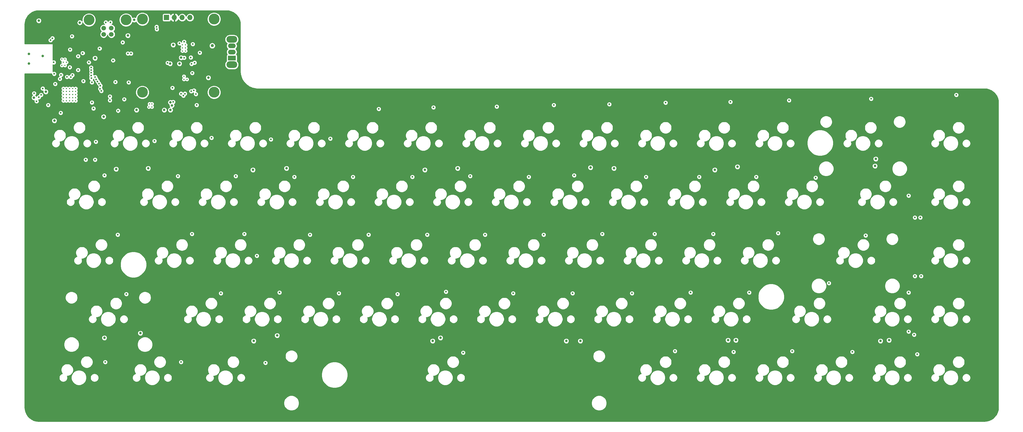
<source format=gbr>
G04 #@! TF.GenerationSoftware,KiCad,Pcbnew,(5.1.5)-3*
G04 #@! TF.CreationDate,2020-05-26T07:58:25-06:00*
G04 #@! TF.ProjectId,keeb,6b656562-2e6b-4696-9361-645f70636258,rev?*
G04 #@! TF.SameCoordinates,Original*
G04 #@! TF.FileFunction,Copper,L2,Inr*
G04 #@! TF.FilePolarity,Positive*
%FSLAX46Y46*%
G04 Gerber Fmt 4.6, Leading zero omitted, Abs format (unit mm)*
G04 Created by KiCad (PCBNEW (5.1.5)-3) date 2020-05-26 07:58:25*
%MOMM*%
%LPD*%
G04 APERTURE LIST*
G04 #@! TA.AperFunction,ViaPad*
%ADD10C,3.500000*%
G04 #@! TD*
G04 #@! TA.AperFunction,ViaPad*
%ADD11O,1.700000X1.700000*%
G04 #@! TD*
G04 #@! TA.AperFunction,ViaPad*
%ADD12R,1.700000X1.700000*%
G04 #@! TD*
G04 #@! TA.AperFunction,ViaPad*
%ADD13C,1.500000*%
G04 #@! TD*
G04 #@! TA.AperFunction,ViaPad*
%ADD14R,2.500000X1.500000*%
G04 #@! TD*
G04 #@! TA.AperFunction,ViaPad*
%ADD15O,2.500000X1.500000*%
G04 #@! TD*
G04 #@! TA.AperFunction,ViaPad*
%ADD16O,3.500000X2.200000*%
G04 #@! TD*
G04 #@! TA.AperFunction,ViaPad*
%ADD17C,0.450000*%
G04 #@! TD*
G04 #@! TA.AperFunction,ViaPad*
%ADD18C,0.800000*%
G04 #@! TD*
G04 #@! TA.AperFunction,ViaPad*
%ADD19C,0.600000*%
G04 #@! TD*
G04 #@! TA.AperFunction,ViaPad*
%ADD20C,1.016000*%
G04 #@! TD*
G04 #@! TA.AperFunction,Conductor*
%ADD21C,0.254000*%
G04 #@! TD*
G04 APERTURE END LIST*
D10*
G04 #@! TO.N,*
G04 #@! TO.C,J6*
X102709000Y-67734000D03*
X79409000Y-67734000D03*
X79409000Y-43934000D03*
X102709000Y-43934000D03*
D11*
G04 #@! TO.N,/MCU/SDA_MON*
X94869000Y-43434000D03*
G04 #@! TO.N,/MCU/SCL_MON*
X92329000Y-43434000D03*
G04 #@! TO.N,+3V3*
X89789000Y-43434000D03*
D12*
G04 #@! TO.N,GND*
X87249000Y-43434000D03*
G04 #@! TD*
D10*
G04 #@! TO.N,N/C*
G04 #@! TO.C,J3*
X62052000Y-44196000D03*
G04 #@! TO.N,Net-(J3-Pad5)*
X74092000Y-44196000D03*
D13*
G04 #@! TO.N,GND*
X66822000Y-46906000D03*
G04 #@! TO.N,/USB and Power Management/USB+*
X69322000Y-46906000D03*
G04 #@! TO.N,/USB and Power Management/USB-*
X69322000Y-48906000D03*
G04 #@! TO.N,Net-(FB1-Pad2)*
X66822000Y-48906000D03*
G04 #@! TD*
D14*
G04 #@! TO.N,Net-(R9-Pad2)*
G04 #@! TO.C,SW71*
X108458000Y-56642000D03*
D15*
G04 #@! TO.N,/USB and Power Management/SYS_OFF*
X108458000Y-54642000D03*
G04 #@! TO.N,GND*
X108458000Y-52642000D03*
D16*
G04 #@! TO.N,*
X108458000Y-58742000D03*
X108458000Y-50542000D03*
G04 #@! TD*
D17*
G04 #@! TO.N,GND*
X53215000Y-56996000D03*
X54215000Y-56996000D03*
X54715000Y-57996000D03*
X53715000Y-57996000D03*
X54215000Y-58996000D03*
X53215000Y-58996000D03*
X82500000Y-72496000D03*
X81715000Y-71496000D03*
X81500000Y-72496000D03*
X82500000Y-71500000D03*
X92398000Y-52316000D03*
X92398000Y-53308000D03*
X92398000Y-54308000D03*
X93398000Y-52308000D03*
X93398000Y-53308000D03*
X93398000Y-54308000D03*
X57715000Y-70496000D03*
X56715000Y-70496000D03*
X55715000Y-70496000D03*
X54715000Y-70496000D03*
X57715000Y-69496000D03*
X56715000Y-69496000D03*
X55715000Y-69496000D03*
X54715000Y-69496000D03*
X57715000Y-68496000D03*
X56715000Y-68496000D03*
X55715000Y-68496000D03*
X54715000Y-68496000D03*
X57715000Y-67496000D03*
X56715000Y-67496000D03*
X55715000Y-67496000D03*
X54715000Y-67496000D03*
X53715000Y-70496000D03*
X53715000Y-69496000D03*
X53715000Y-68496000D03*
X53715000Y-67496000D03*
X57715000Y-66496000D03*
X56715000Y-66496000D03*
X55715000Y-66496000D03*
X54715000Y-66496000D03*
X53715000Y-66496000D03*
D18*
X42545000Y-58420000D03*
D17*
X93900000Y-63536000D03*
X92900000Y-62536000D03*
X92900000Y-63536000D03*
D18*
X42545000Y-55245000D03*
X46990000Y-55905000D03*
X45720000Y-44450000D03*
X59055000Y-45085000D03*
D19*
X49530000Y-50800000D03*
X50165000Y-50165000D03*
X56515000Y-49530000D03*
X55880000Y-53848000D03*
X50593233Y-58011229D03*
X58500000Y-60500000D03*
X62000000Y-58000000D03*
X58500000Y-56000000D03*
X60000000Y-55000000D03*
X69871571Y-57371571D03*
X65500000Y-53500000D03*
X67500000Y-45000000D03*
X69000000Y-45000000D03*
X73000000Y-51500000D03*
X62980999Y-64500000D03*
X63000000Y-71049000D03*
X63500000Y-73000000D03*
X47000000Y-66500000D03*
X71500000Y-73722978D03*
X73500000Y-70000000D03*
D18*
X77500000Y-73500000D03*
X89000000Y-72000000D03*
X88500000Y-73500000D03*
X86500000Y-73500000D03*
X88499976Y-71000000D03*
X100838000Y-62992000D03*
X91996040Y-56471000D03*
X89408000Y-52324000D03*
X70866000Y-92710000D03*
X81280000Y-92456000D03*
X115316000Y-92964000D03*
X126238000Y-92456000D03*
X171196000Y-92964000D03*
X181864000Y-92456000D03*
X225044000Y-92202000D03*
X232664000Y-92456000D03*
X265430000Y-92964000D03*
X272796000Y-91948000D03*
X317500000Y-91694000D03*
X317754000Y-89408000D03*
X319278000Y-148590000D03*
X322072000Y-148336000D03*
X272288000Y-148336000D03*
X269748000Y-148336000D03*
X221742000Y-148590000D03*
X217170000Y-148590000D03*
X176276000Y-147574000D03*
X173736000Y-148590000D03*
X123190000Y-146812000D03*
X78740000Y-146050000D03*
X67056000Y-147574000D03*
D19*
X92710000Y-68834000D03*
X48768000Y-71882000D03*
X52832000Y-74422000D03*
X60198000Y-64077000D03*
X89154000Y-66294000D03*
D20*
X102108000Y-52578000D03*
D19*
X98044000Y-54864000D03*
X44196000Y-68072000D03*
X95758000Y-52070000D03*
D18*
X115570000Y-148590000D03*
D19*
X50733992Y-61733992D03*
D18*
X88392000Y-58420946D03*
X91440000Y-58420946D03*
D19*
X95605600Y-61468000D03*
X55803800Y-59588400D03*
D18*
G04 #@! TO.N,+3V3*
X68326000Y-72136000D03*
D19*
X64000000Y-55000000D03*
X59500000Y-64585000D03*
X42500000Y-66000000D03*
D18*
X79500000Y-74000000D03*
X77500000Y-72000000D03*
X79500000Y-70500000D03*
X78500004Y-70500000D03*
X77500000Y-71000000D03*
X78500000Y-74500000D03*
D19*
X59690000Y-59944000D03*
X61976000Y-73152000D03*
X51098685Y-74168000D03*
X52070000Y-74168000D03*
X78994000Y-65024000D03*
X75889599Y-66344851D03*
X79756000Y-89662000D03*
X121412000Y-90932000D03*
X176530000Y-90424000D03*
X226314000Y-90170000D03*
X270256000Y-90424000D03*
X323596000Y-88900000D03*
X321310000Y-149606000D03*
X271526000Y-149860000D03*
X219202000Y-149860000D03*
X175768000Y-149352000D03*
X118110000Y-149352000D03*
X71882000Y-148844000D03*
X51857492Y-60610492D03*
X49303008Y-65559008D03*
X57000000Y-53500000D03*
G04 #@! TO.N,/MCU/ROW0*
X60960000Y-89662000D03*
X64008000Y-89662000D03*
G04 #@! TO.N,/MCU/ROW1*
X330454000Y-108458000D03*
X332232000Y-108458000D03*
G04 #@! TO.N,/MCU/ROW2*
X330454000Y-127508000D03*
X332486000Y-127508000D03*
G04 #@! TO.N,/MCU/ROW3*
X328422000Y-145542000D03*
X330200000Y-146558000D03*
D18*
G04 #@! TO.N,+5V*
X76708000Y-44196000D03*
D19*
G04 #@! TO.N,/MCU/SWDCLK*
X68834000Y-70358000D03*
G04 #@! TO.N,/MCU/SWDIO*
X68834000Y-69088000D03*
G04 #@! TO.N,+BATT*
X89408000Y-70866000D03*
X97028000Y-71882000D03*
G04 #@! TO.N,/MCU/COL0*
X64262000Y-83820000D03*
X67056000Y-94742000D03*
X71374000Y-114046000D03*
X74168000Y-133350000D03*
X67310000Y-155448000D03*
G04 #@! TO.N,/MCU/COL1*
X83312000Y-83566000D03*
X90932000Y-94996000D03*
X95504000Y-113792000D03*
X104902000Y-133096000D03*
X91948000Y-155448000D03*
G04 #@! TO.N,/MCU/COL2*
X101854000Y-82550000D03*
X109728000Y-94996000D03*
X112522000Y-113792000D03*
X116586000Y-120904000D03*
X123952000Y-132842000D03*
X119380000Y-155702000D03*
G04 #@! TO.N,/MCU/COL3*
X121158000Y-83058000D03*
X128778000Y-95250000D03*
X133858000Y-114046000D03*
X143256000Y-133096000D03*
D18*
X66802000Y-75677010D03*
D19*
G04 #@! TO.N,/MCU/COL4*
X140462000Y-82804000D03*
X147828000Y-95250000D03*
X152908000Y-114046000D03*
X162306000Y-133350000D03*
G04 #@! TO.N,/MCU/COL5*
X65729030Y-65558610D03*
X156210000Y-73152000D03*
X167132000Y-95250000D03*
X171958000Y-114046000D03*
X178054000Y-132588000D03*
X183642000Y-152400000D03*
G04 #@! TO.N,/MCU/COL6*
X65279020Y-64886872D03*
X173990000Y-72644000D03*
X185928000Y-94996000D03*
X190754000Y-114046000D03*
X199898000Y-133096000D03*
G04 #@! TO.N,/MCU/COL7*
X64829010Y-64216312D03*
X194564000Y-72389990D03*
X204978000Y-95250000D03*
X209804000Y-114046000D03*
X219202000Y-133096000D03*
G04 #@! TO.N,/MCU/COL8*
X64383688Y-63519733D03*
X213106012Y-71882000D03*
X219710000Y-94742000D03*
X228854000Y-113792000D03*
X238506000Y-133096000D03*
X252476000Y-151892000D03*
G04 #@! TO.N,/MCU/COL9*
X64058711Y-62788711D03*
X231139990Y-71628000D03*
X243078000Y-95250000D03*
X245872000Y-113792000D03*
X257556000Y-132842000D03*
X271526000Y-152146000D03*
G04 #@! TO.N,/MCU/COL10*
X62809213Y-63154325D03*
X249428000Y-71120000D03*
X260350000Y-95250000D03*
X264922000Y-113792000D03*
X276606000Y-132842000D03*
X290576000Y-151892000D03*
G04 #@! TO.N,/MCU/COL11*
X62800833Y-62278821D03*
X270510006Y-70866000D03*
X278892000Y-95250000D03*
X302514000Y-129794000D03*
X310134000Y-152146000D03*
X286003996Y-113538000D03*
G04 #@! TO.N,/MCU/COL12*
X62798086Y-61397684D03*
X289560000Y-70358000D03*
X298196000Y-95504000D03*
X314452000Y-114300000D03*
G04 #@! TO.N,/MCU/COL13*
X62779941Y-60531944D03*
X316230000Y-69850000D03*
X328422000Y-101346000D03*
X328422000Y-132842000D03*
X331216000Y-152908000D03*
G04 #@! TO.N,/MCU/COL14*
X62738000Y-59690000D03*
X343916000Y-68580000D03*
G04 #@! TO.N,/MCU/SPI_SCK*
X51054000Y-65024000D03*
X54905031Y-62738000D03*
G04 #@! TO.N,/MCU/SPI_NSS*
X52578000Y-63363010D03*
X56115423Y-62759238D03*
G04 #@! TO.N,/MCU/CE*
X52970955Y-62093010D03*
X56642000Y-62156963D03*
D18*
G04 #@! TO.N,/MCU/NRST*
X64008000Y-56642000D03*
X48006000Y-67564000D03*
G04 #@! TO.N,/MCU/BOOT0*
X50800000Y-76962000D03*
X44155028Y-69499982D03*
G04 #@! TO.N,Net-(D70-Pad1)*
X74676000Y-49276000D03*
D19*
G04 #@! TO.N,/USB and Power Management/TS*
X87584012Y-58150614D03*
X96350286Y-58118935D03*
G04 #@! TO.N,Net-(C20-Pad1)*
X92964000Y-56522990D03*
X95120237Y-56409553D03*
G04 #@! TO.N,Net-(D71-Pad1)*
X93218000Y-68183032D03*
G04 #@! TO.N,Net-(D72-Pad1)*
X91948000Y-68183032D03*
G04 #@! TO.N,/USB and Power Management/SYS_OFF*
X95360222Y-58520946D03*
G04 #@! TO.N,/MCU/~CE~*
X96774000Y-68326000D03*
X45000000Y-70666647D03*
G04 #@! TO.N,/MCU/EN2*
X96149000Y-67131354D03*
X46482000Y-68580000D03*
G04 #@! TO.N,/MCU/EN1*
X45734534Y-69338811D03*
X95250000Y-67379010D03*
G04 #@! TO.N,/MCU/SCL_MON*
X91440000Y-51816000D03*
X74676000Y-55118000D03*
X84004356Y-46447025D03*
X65682224Y-66594448D03*
X70612000Y-64398990D03*
G04 #@! TO.N,/MCU/SDA_MON*
X92954000Y-51308000D03*
X75692000Y-55118000D03*
X84074000Y-47244000D03*
X66040000Y-67310000D03*
X74929986Y-64516000D03*
G04 #@! TD*
D21*
G04 #@! TO.N,+3V3*
G36*
X107484830Y-41246947D02*
G01*
X108264217Y-41460164D01*
X108993533Y-41808031D01*
X109649723Y-42279549D01*
X110212038Y-42859815D01*
X110662711Y-43530489D01*
X110987496Y-44270368D01*
X111177109Y-45060166D01*
X111227000Y-45739550D01*
X111227001Y-60986175D01*
X111228910Y-61005553D01*
X111282928Y-61741138D01*
X111284962Y-61753558D01*
X111285357Y-61766134D01*
X111296224Y-61826528D01*
X111507063Y-62704739D01*
X111512411Y-62720630D01*
X111515898Y-62737036D01*
X111537288Y-62794551D01*
X111900314Y-63621547D01*
X111908392Y-63636241D01*
X111914729Y-63651769D01*
X111945966Y-63704587D01*
X112449702Y-64454226D01*
X112460254Y-64467256D01*
X112469241Y-64481418D01*
X112509338Y-64527869D01*
X113137861Y-65176456D01*
X113150553Y-65187411D01*
X113161907Y-65199759D01*
X113209596Y-65238376D01*
X113943043Y-65765410D01*
X113957472Y-65773943D01*
X113970833Y-65784085D01*
X114024607Y-65813647D01*
X114839791Y-66202471D01*
X114855508Y-66208316D01*
X114870451Y-66215930D01*
X114928599Y-66235498D01*
X114928609Y-66235502D01*
X114928612Y-66235503D01*
X115799765Y-66473823D01*
X115816268Y-66476792D01*
X115832324Y-66481640D01*
X115893029Y-66490604D01*
X116790297Y-66570683D01*
X116813825Y-66573000D01*
X353036261Y-66573000D01*
X353864830Y-66646947D01*
X354644217Y-66860164D01*
X355373533Y-67208031D01*
X356029723Y-67679549D01*
X356592038Y-68259815D01*
X357042711Y-68930489D01*
X357367496Y-69670368D01*
X357557109Y-70460166D01*
X357607000Y-71139550D01*
X357607001Y-170156250D01*
X357533052Y-170984831D01*
X357319837Y-171764216D01*
X356971969Y-172493533D01*
X356500453Y-173149720D01*
X355920190Y-173712034D01*
X355249515Y-174162710D01*
X354509632Y-174487496D01*
X353719834Y-174677109D01*
X353040450Y-174727000D01*
X45743739Y-174727000D01*
X44915169Y-174653052D01*
X44135784Y-174439837D01*
X43406467Y-174091969D01*
X42750280Y-173620453D01*
X42187966Y-173040190D01*
X41737290Y-172369515D01*
X41412504Y-171629632D01*
X41222891Y-170839834D01*
X41173000Y-170160450D01*
X41173000Y-168536584D01*
X125329950Y-168536584D01*
X125329950Y-169029416D01*
X125426096Y-169512777D01*
X125614695Y-169968094D01*
X125888497Y-170377869D01*
X126236981Y-170726353D01*
X126646756Y-171000155D01*
X127102073Y-171188754D01*
X127585434Y-171284900D01*
X128078266Y-171284900D01*
X128561627Y-171188754D01*
X129016944Y-171000155D01*
X129426719Y-170726353D01*
X129775203Y-170377869D01*
X130049005Y-169968094D01*
X130237604Y-169512777D01*
X130333750Y-169029416D01*
X130333750Y-168536584D01*
X225329750Y-168536584D01*
X225329750Y-169029416D01*
X225425896Y-169512777D01*
X225614495Y-169968094D01*
X225888297Y-170377869D01*
X226236781Y-170726353D01*
X226646556Y-171000155D01*
X227101873Y-171188754D01*
X227585234Y-171284900D01*
X228078066Y-171284900D01*
X228561427Y-171188754D01*
X229016744Y-171000155D01*
X229426519Y-170726353D01*
X229775003Y-170377869D01*
X230048805Y-169968094D01*
X230237404Y-169512777D01*
X230333550Y-169029416D01*
X230333550Y-168536584D01*
X230237404Y-168053223D01*
X230048805Y-167597906D01*
X229775003Y-167188131D01*
X229426519Y-166839647D01*
X229016744Y-166565845D01*
X228561427Y-166377246D01*
X228078066Y-166281100D01*
X227585234Y-166281100D01*
X227101873Y-166377246D01*
X226646556Y-166565845D01*
X226236781Y-166839647D01*
X225888297Y-167188131D01*
X225614495Y-167597906D01*
X225425896Y-168053223D01*
X225329750Y-168536584D01*
X130333750Y-168536584D01*
X130237604Y-168053223D01*
X130049005Y-167597906D01*
X129775203Y-167188131D01*
X129426719Y-166839647D01*
X129016944Y-166565845D01*
X128561627Y-166377246D01*
X128078266Y-166281100D01*
X127585434Y-166281100D01*
X127102073Y-166377246D01*
X126646756Y-166565845D01*
X126236981Y-166839647D01*
X125888497Y-167188131D01*
X125614695Y-167597906D01*
X125426096Y-168053223D01*
X125329950Y-168536584D01*
X41173000Y-168536584D01*
X41173000Y-160391786D01*
X52306250Y-160391786D01*
X52306250Y-160664214D01*
X52359398Y-160931406D01*
X52463651Y-161183096D01*
X52615004Y-161409611D01*
X52807639Y-161602246D01*
X53034154Y-161753599D01*
X53285844Y-161857852D01*
X53553036Y-161911000D01*
X53825464Y-161911000D01*
X54092656Y-161857852D01*
X54344346Y-161753599D01*
X54570861Y-161602246D01*
X54763496Y-161409611D01*
X54914849Y-161183096D01*
X55019102Y-160931406D01*
X55072250Y-160664214D01*
X55072250Y-160391786D01*
X55050330Y-160281584D01*
X56267350Y-160281584D01*
X56267350Y-160774416D01*
X56363496Y-161257777D01*
X56552095Y-161713094D01*
X56825897Y-162122869D01*
X57174381Y-162471353D01*
X57584156Y-162745155D01*
X58039473Y-162933754D01*
X58522834Y-163029900D01*
X59015666Y-163029900D01*
X59499027Y-162933754D01*
X59954344Y-162745155D01*
X60364119Y-162471353D01*
X60712603Y-162122869D01*
X60986405Y-161713094D01*
X61175004Y-161257777D01*
X61271150Y-160774416D01*
X61271150Y-160391786D01*
X62466250Y-160391786D01*
X62466250Y-160664214D01*
X62519398Y-160931406D01*
X62623651Y-161183096D01*
X62775004Y-161409611D01*
X62967639Y-161602246D01*
X63194154Y-161753599D01*
X63445844Y-161857852D01*
X63713036Y-161911000D01*
X63985464Y-161911000D01*
X64252656Y-161857852D01*
X64504346Y-161753599D01*
X64730861Y-161602246D01*
X64923496Y-161409611D01*
X65074849Y-161183096D01*
X65179102Y-160931406D01*
X65232250Y-160664214D01*
X65232250Y-160391786D01*
X76118750Y-160391786D01*
X76118750Y-160664214D01*
X76171898Y-160931406D01*
X76276151Y-161183096D01*
X76427504Y-161409611D01*
X76620139Y-161602246D01*
X76846654Y-161753599D01*
X77098344Y-161857852D01*
X77365536Y-161911000D01*
X77637964Y-161911000D01*
X77905156Y-161857852D01*
X78156846Y-161753599D01*
X78383361Y-161602246D01*
X78575996Y-161409611D01*
X78727349Y-161183096D01*
X78831602Y-160931406D01*
X78884750Y-160664214D01*
X78884750Y-160391786D01*
X78862830Y-160281584D01*
X80079850Y-160281584D01*
X80079850Y-160774416D01*
X80175996Y-161257777D01*
X80364595Y-161713094D01*
X80638397Y-162122869D01*
X80986881Y-162471353D01*
X81396656Y-162745155D01*
X81851973Y-162933754D01*
X82335334Y-163029900D01*
X82828166Y-163029900D01*
X83311527Y-162933754D01*
X83766844Y-162745155D01*
X84176619Y-162471353D01*
X84525103Y-162122869D01*
X84798905Y-161713094D01*
X84987504Y-161257777D01*
X85083650Y-160774416D01*
X85083650Y-160391786D01*
X86278750Y-160391786D01*
X86278750Y-160664214D01*
X86331898Y-160931406D01*
X86436151Y-161183096D01*
X86587504Y-161409611D01*
X86780139Y-161602246D01*
X87006654Y-161753599D01*
X87258344Y-161857852D01*
X87525536Y-161911000D01*
X87797964Y-161911000D01*
X88065156Y-161857852D01*
X88316846Y-161753599D01*
X88543361Y-161602246D01*
X88735996Y-161409611D01*
X88887349Y-161183096D01*
X88991602Y-160931406D01*
X89044750Y-160664214D01*
X89044750Y-160391786D01*
X99931250Y-160391786D01*
X99931250Y-160664214D01*
X99984398Y-160931406D01*
X100088651Y-161183096D01*
X100240004Y-161409611D01*
X100432639Y-161602246D01*
X100659154Y-161753599D01*
X100910844Y-161857852D01*
X101178036Y-161911000D01*
X101450464Y-161911000D01*
X101717656Y-161857852D01*
X101969346Y-161753599D01*
X102195861Y-161602246D01*
X102388496Y-161409611D01*
X102539849Y-161183096D01*
X102644102Y-160931406D01*
X102697250Y-160664214D01*
X102697250Y-160391786D01*
X102675330Y-160281584D01*
X103892350Y-160281584D01*
X103892350Y-160774416D01*
X103988496Y-161257777D01*
X104177095Y-161713094D01*
X104450897Y-162122869D01*
X104799381Y-162471353D01*
X105209156Y-162745155D01*
X105664473Y-162933754D01*
X106147834Y-163029900D01*
X106640666Y-163029900D01*
X107124027Y-162933754D01*
X107579344Y-162745155D01*
X107989119Y-162471353D01*
X108337603Y-162122869D01*
X108611405Y-161713094D01*
X108800004Y-161257777D01*
X108896150Y-160774416D01*
X108896150Y-160391786D01*
X110091250Y-160391786D01*
X110091250Y-160664214D01*
X110144398Y-160931406D01*
X110248651Y-161183096D01*
X110400004Y-161409611D01*
X110592639Y-161602246D01*
X110819154Y-161753599D01*
X111070844Y-161857852D01*
X111338036Y-161911000D01*
X111610464Y-161911000D01*
X111877656Y-161857852D01*
X112129346Y-161753599D01*
X112355861Y-161602246D01*
X112548496Y-161409611D01*
X112699849Y-161183096D01*
X112804102Y-160931406D01*
X112857250Y-160664214D01*
X112857250Y-160391786D01*
X112804102Y-160124594D01*
X112699849Y-159872904D01*
X112548496Y-159646389D01*
X112355861Y-159453754D01*
X112129346Y-159302401D01*
X111924985Y-159217752D01*
X137582000Y-159217752D01*
X137582000Y-160060248D01*
X137746362Y-160886555D01*
X138068771Y-161664919D01*
X138536837Y-162365429D01*
X139132571Y-162961163D01*
X139833081Y-163429229D01*
X140611445Y-163751638D01*
X141437752Y-163916000D01*
X142280248Y-163916000D01*
X143106555Y-163751638D01*
X143884919Y-163429229D01*
X144585429Y-162961163D01*
X145181163Y-162365429D01*
X145649229Y-161664919D01*
X145971638Y-160886555D01*
X146070053Y-160391786D01*
X171368750Y-160391786D01*
X171368750Y-160664214D01*
X171421898Y-160931406D01*
X171526151Y-161183096D01*
X171677504Y-161409611D01*
X171870139Y-161602246D01*
X172096654Y-161753599D01*
X172348344Y-161857852D01*
X172615536Y-161911000D01*
X172887964Y-161911000D01*
X173155156Y-161857852D01*
X173406846Y-161753599D01*
X173633361Y-161602246D01*
X173825996Y-161409611D01*
X173977349Y-161183096D01*
X174081602Y-160931406D01*
X174134750Y-160664214D01*
X174134750Y-160391786D01*
X174112830Y-160281584D01*
X175329850Y-160281584D01*
X175329850Y-160774416D01*
X175425996Y-161257777D01*
X175614595Y-161713094D01*
X175888397Y-162122869D01*
X176236881Y-162471353D01*
X176646656Y-162745155D01*
X177101973Y-162933754D01*
X177585334Y-163029900D01*
X178078166Y-163029900D01*
X178561527Y-162933754D01*
X179016844Y-162745155D01*
X179426619Y-162471353D01*
X179775103Y-162122869D01*
X180048905Y-161713094D01*
X180237504Y-161257777D01*
X180333650Y-160774416D01*
X180333650Y-160391786D01*
X181528750Y-160391786D01*
X181528750Y-160664214D01*
X181581898Y-160931406D01*
X181686151Y-161183096D01*
X181837504Y-161409611D01*
X182030139Y-161602246D01*
X182256654Y-161753599D01*
X182508344Y-161857852D01*
X182775536Y-161911000D01*
X183047964Y-161911000D01*
X183315156Y-161857852D01*
X183566846Y-161753599D01*
X183793361Y-161602246D01*
X183985996Y-161409611D01*
X184137349Y-161183096D01*
X184241602Y-160931406D01*
X184294750Y-160664214D01*
X184294750Y-160391786D01*
X240425000Y-160391786D01*
X240425000Y-160664214D01*
X240478148Y-160931406D01*
X240582401Y-161183096D01*
X240733754Y-161409611D01*
X240926389Y-161602246D01*
X241152904Y-161753599D01*
X241404594Y-161857852D01*
X241671786Y-161911000D01*
X241944214Y-161911000D01*
X242211406Y-161857852D01*
X242463096Y-161753599D01*
X242689611Y-161602246D01*
X242882246Y-161409611D01*
X243033599Y-161183096D01*
X243137852Y-160931406D01*
X243191000Y-160664214D01*
X243191000Y-160391786D01*
X243169080Y-160281584D01*
X244386100Y-160281584D01*
X244386100Y-160774416D01*
X244482246Y-161257777D01*
X244670845Y-161713094D01*
X244944647Y-162122869D01*
X245293131Y-162471353D01*
X245702906Y-162745155D01*
X246158223Y-162933754D01*
X246641584Y-163029900D01*
X247134416Y-163029900D01*
X247617777Y-162933754D01*
X248073094Y-162745155D01*
X248482869Y-162471353D01*
X248831353Y-162122869D01*
X249105155Y-161713094D01*
X249293754Y-161257777D01*
X249389900Y-160774416D01*
X249389900Y-160391786D01*
X250585000Y-160391786D01*
X250585000Y-160664214D01*
X250638148Y-160931406D01*
X250742401Y-161183096D01*
X250893754Y-161409611D01*
X251086389Y-161602246D01*
X251312904Y-161753599D01*
X251564594Y-161857852D01*
X251831786Y-161911000D01*
X252104214Y-161911000D01*
X252371406Y-161857852D01*
X252623096Y-161753599D01*
X252849611Y-161602246D01*
X253042246Y-161409611D01*
X253193599Y-161183096D01*
X253297852Y-160931406D01*
X253351000Y-160664214D01*
X253351000Y-160391786D01*
X259475000Y-160391786D01*
X259475000Y-160664214D01*
X259528148Y-160931406D01*
X259632401Y-161183096D01*
X259783754Y-161409611D01*
X259976389Y-161602246D01*
X260202904Y-161753599D01*
X260454594Y-161857852D01*
X260721786Y-161911000D01*
X260994214Y-161911000D01*
X261261406Y-161857852D01*
X261513096Y-161753599D01*
X261739611Y-161602246D01*
X261932246Y-161409611D01*
X262083599Y-161183096D01*
X262187852Y-160931406D01*
X262241000Y-160664214D01*
X262241000Y-160391786D01*
X262219080Y-160281584D01*
X263436100Y-160281584D01*
X263436100Y-160774416D01*
X263532246Y-161257777D01*
X263720845Y-161713094D01*
X263994647Y-162122869D01*
X264343131Y-162471353D01*
X264752906Y-162745155D01*
X265208223Y-162933754D01*
X265691584Y-163029900D01*
X266184416Y-163029900D01*
X266667777Y-162933754D01*
X267123094Y-162745155D01*
X267532869Y-162471353D01*
X267881353Y-162122869D01*
X268155155Y-161713094D01*
X268343754Y-161257777D01*
X268439900Y-160774416D01*
X268439900Y-160391786D01*
X269635000Y-160391786D01*
X269635000Y-160664214D01*
X269688148Y-160931406D01*
X269792401Y-161183096D01*
X269943754Y-161409611D01*
X270136389Y-161602246D01*
X270362904Y-161753599D01*
X270614594Y-161857852D01*
X270881786Y-161911000D01*
X271154214Y-161911000D01*
X271421406Y-161857852D01*
X271673096Y-161753599D01*
X271899611Y-161602246D01*
X272092246Y-161409611D01*
X272243599Y-161183096D01*
X272347852Y-160931406D01*
X272401000Y-160664214D01*
X272401000Y-160391786D01*
X278525000Y-160391786D01*
X278525000Y-160664214D01*
X278578148Y-160931406D01*
X278682401Y-161183096D01*
X278833754Y-161409611D01*
X279026389Y-161602246D01*
X279252904Y-161753599D01*
X279504594Y-161857852D01*
X279771786Y-161911000D01*
X280044214Y-161911000D01*
X280311406Y-161857852D01*
X280563096Y-161753599D01*
X280789611Y-161602246D01*
X280982246Y-161409611D01*
X281133599Y-161183096D01*
X281237852Y-160931406D01*
X281291000Y-160664214D01*
X281291000Y-160391786D01*
X281269080Y-160281584D01*
X282486100Y-160281584D01*
X282486100Y-160774416D01*
X282582246Y-161257777D01*
X282770845Y-161713094D01*
X283044647Y-162122869D01*
X283393131Y-162471353D01*
X283802906Y-162745155D01*
X284258223Y-162933754D01*
X284741584Y-163029900D01*
X285234416Y-163029900D01*
X285717777Y-162933754D01*
X286173094Y-162745155D01*
X286582869Y-162471353D01*
X286931353Y-162122869D01*
X287205155Y-161713094D01*
X287393754Y-161257777D01*
X287489900Y-160774416D01*
X287489900Y-160391786D01*
X288685000Y-160391786D01*
X288685000Y-160664214D01*
X288738148Y-160931406D01*
X288842401Y-161183096D01*
X288993754Y-161409611D01*
X289186389Y-161602246D01*
X289412904Y-161753599D01*
X289664594Y-161857852D01*
X289931786Y-161911000D01*
X290204214Y-161911000D01*
X290471406Y-161857852D01*
X290723096Y-161753599D01*
X290949611Y-161602246D01*
X291142246Y-161409611D01*
X291293599Y-161183096D01*
X291397852Y-160931406D01*
X291451000Y-160664214D01*
X291451000Y-160391786D01*
X297575000Y-160391786D01*
X297575000Y-160664214D01*
X297628148Y-160931406D01*
X297732401Y-161183096D01*
X297883754Y-161409611D01*
X298076389Y-161602246D01*
X298302904Y-161753599D01*
X298554594Y-161857852D01*
X298821786Y-161911000D01*
X299094214Y-161911000D01*
X299361406Y-161857852D01*
X299613096Y-161753599D01*
X299839611Y-161602246D01*
X300032246Y-161409611D01*
X300183599Y-161183096D01*
X300287852Y-160931406D01*
X300341000Y-160664214D01*
X300341000Y-160391786D01*
X300319080Y-160281584D01*
X301536100Y-160281584D01*
X301536100Y-160774416D01*
X301632246Y-161257777D01*
X301820845Y-161713094D01*
X302094647Y-162122869D01*
X302443131Y-162471353D01*
X302852906Y-162745155D01*
X303308223Y-162933754D01*
X303791584Y-163029900D01*
X304284416Y-163029900D01*
X304767777Y-162933754D01*
X305223094Y-162745155D01*
X305632869Y-162471353D01*
X305981353Y-162122869D01*
X306255155Y-161713094D01*
X306443754Y-161257777D01*
X306539900Y-160774416D01*
X306539900Y-160391786D01*
X307735000Y-160391786D01*
X307735000Y-160664214D01*
X307788148Y-160931406D01*
X307892401Y-161183096D01*
X308043754Y-161409611D01*
X308236389Y-161602246D01*
X308462904Y-161753599D01*
X308714594Y-161857852D01*
X308981786Y-161911000D01*
X309254214Y-161911000D01*
X309521406Y-161857852D01*
X309773096Y-161753599D01*
X309999611Y-161602246D01*
X310192246Y-161409611D01*
X310343599Y-161183096D01*
X310447852Y-160931406D01*
X310501000Y-160664214D01*
X310501000Y-160391786D01*
X316625000Y-160391786D01*
X316625000Y-160664214D01*
X316678148Y-160931406D01*
X316782401Y-161183096D01*
X316933754Y-161409611D01*
X317126389Y-161602246D01*
X317352904Y-161753599D01*
X317604594Y-161857852D01*
X317871786Y-161911000D01*
X318144214Y-161911000D01*
X318411406Y-161857852D01*
X318663096Y-161753599D01*
X318889611Y-161602246D01*
X319082246Y-161409611D01*
X319233599Y-161183096D01*
X319337852Y-160931406D01*
X319391000Y-160664214D01*
X319391000Y-160391786D01*
X319369080Y-160281584D01*
X320586100Y-160281584D01*
X320586100Y-160774416D01*
X320682246Y-161257777D01*
X320870845Y-161713094D01*
X321144647Y-162122869D01*
X321493131Y-162471353D01*
X321902906Y-162745155D01*
X322358223Y-162933754D01*
X322841584Y-163029900D01*
X323334416Y-163029900D01*
X323817777Y-162933754D01*
X324273094Y-162745155D01*
X324682869Y-162471353D01*
X325031353Y-162122869D01*
X325305155Y-161713094D01*
X325493754Y-161257777D01*
X325589900Y-160774416D01*
X325589900Y-160391786D01*
X326785000Y-160391786D01*
X326785000Y-160664214D01*
X326838148Y-160931406D01*
X326942401Y-161183096D01*
X327093754Y-161409611D01*
X327286389Y-161602246D01*
X327512904Y-161753599D01*
X327764594Y-161857852D01*
X328031786Y-161911000D01*
X328304214Y-161911000D01*
X328571406Y-161857852D01*
X328823096Y-161753599D01*
X329049611Y-161602246D01*
X329242246Y-161409611D01*
X329393599Y-161183096D01*
X329497852Y-160931406D01*
X329551000Y-160664214D01*
X329551000Y-160391786D01*
X335675000Y-160391786D01*
X335675000Y-160664214D01*
X335728148Y-160931406D01*
X335832401Y-161183096D01*
X335983754Y-161409611D01*
X336176389Y-161602246D01*
X336402904Y-161753599D01*
X336654594Y-161857852D01*
X336921786Y-161911000D01*
X337194214Y-161911000D01*
X337461406Y-161857852D01*
X337713096Y-161753599D01*
X337939611Y-161602246D01*
X338132246Y-161409611D01*
X338283599Y-161183096D01*
X338387852Y-160931406D01*
X338441000Y-160664214D01*
X338441000Y-160391786D01*
X338419080Y-160281584D01*
X339636100Y-160281584D01*
X339636100Y-160774416D01*
X339732246Y-161257777D01*
X339920845Y-161713094D01*
X340194647Y-162122869D01*
X340543131Y-162471353D01*
X340952906Y-162745155D01*
X341408223Y-162933754D01*
X341891584Y-163029900D01*
X342384416Y-163029900D01*
X342867777Y-162933754D01*
X343323094Y-162745155D01*
X343732869Y-162471353D01*
X344081353Y-162122869D01*
X344355155Y-161713094D01*
X344543754Y-161257777D01*
X344639900Y-160774416D01*
X344639900Y-160391786D01*
X345835000Y-160391786D01*
X345835000Y-160664214D01*
X345888148Y-160931406D01*
X345992401Y-161183096D01*
X346143754Y-161409611D01*
X346336389Y-161602246D01*
X346562904Y-161753599D01*
X346814594Y-161857852D01*
X347081786Y-161911000D01*
X347354214Y-161911000D01*
X347621406Y-161857852D01*
X347873096Y-161753599D01*
X348099611Y-161602246D01*
X348292246Y-161409611D01*
X348443599Y-161183096D01*
X348547852Y-160931406D01*
X348601000Y-160664214D01*
X348601000Y-160391786D01*
X348547852Y-160124594D01*
X348443599Y-159872904D01*
X348292246Y-159646389D01*
X348099611Y-159453754D01*
X347873096Y-159302401D01*
X347621406Y-159198148D01*
X347354214Y-159145000D01*
X347081786Y-159145000D01*
X346814594Y-159198148D01*
X346562904Y-159302401D01*
X346336389Y-159453754D01*
X346143754Y-159646389D01*
X345992401Y-159872904D01*
X345888148Y-160124594D01*
X345835000Y-160391786D01*
X344639900Y-160391786D01*
X344639900Y-160281584D01*
X344543754Y-159798223D01*
X344355155Y-159342906D01*
X344081353Y-158933131D01*
X343732869Y-158584647D01*
X343323094Y-158310845D01*
X342867777Y-158122246D01*
X342384416Y-158026100D01*
X341891584Y-158026100D01*
X341408223Y-158122246D01*
X340952906Y-158310845D01*
X340543131Y-158584647D01*
X340194647Y-158933131D01*
X339920845Y-159342906D01*
X339732246Y-159798223D01*
X339636100Y-160281584D01*
X338419080Y-160281584D01*
X338387852Y-160124594D01*
X338334587Y-159996000D01*
X338525771Y-159996000D01*
X338913712Y-159918834D01*
X339279145Y-159767467D01*
X339608025Y-159547716D01*
X339887716Y-159268025D01*
X340107467Y-158939145D01*
X340258834Y-158573712D01*
X340336000Y-158185771D01*
X340336000Y-157790229D01*
X340258834Y-157402288D01*
X340107467Y-157036855D01*
X339887716Y-156707975D01*
X339608025Y-156428284D01*
X339279145Y-156208533D01*
X338913712Y-156057166D01*
X338525771Y-155980000D01*
X338130229Y-155980000D01*
X337742288Y-156057166D01*
X337376855Y-156208533D01*
X337047975Y-156428284D01*
X336768284Y-156707975D01*
X336548533Y-157036855D01*
X336397166Y-157402288D01*
X336320000Y-157790229D01*
X336320000Y-158185771D01*
X336397166Y-158573712D01*
X336548533Y-158939145D01*
X336713733Y-159186384D01*
X336654594Y-159198148D01*
X336402904Y-159302401D01*
X336176389Y-159453754D01*
X335983754Y-159646389D01*
X335832401Y-159872904D01*
X335728148Y-160124594D01*
X335675000Y-160391786D01*
X329551000Y-160391786D01*
X329497852Y-160124594D01*
X329393599Y-159872904D01*
X329242246Y-159646389D01*
X329049611Y-159453754D01*
X328823096Y-159302401D01*
X328571406Y-159198148D01*
X328304214Y-159145000D01*
X328031786Y-159145000D01*
X327764594Y-159198148D01*
X327512904Y-159302401D01*
X327286389Y-159453754D01*
X327093754Y-159646389D01*
X326942401Y-159872904D01*
X326838148Y-160124594D01*
X326785000Y-160391786D01*
X325589900Y-160391786D01*
X325589900Y-160281584D01*
X325493754Y-159798223D01*
X325305155Y-159342906D01*
X325031353Y-158933131D01*
X324682869Y-158584647D01*
X324273094Y-158310845D01*
X323817777Y-158122246D01*
X323334416Y-158026100D01*
X322841584Y-158026100D01*
X322358223Y-158122246D01*
X321902906Y-158310845D01*
X321493131Y-158584647D01*
X321144647Y-158933131D01*
X320870845Y-159342906D01*
X320682246Y-159798223D01*
X320586100Y-160281584D01*
X319369080Y-160281584D01*
X319337852Y-160124594D01*
X319284587Y-159996000D01*
X319475771Y-159996000D01*
X319863712Y-159918834D01*
X320229145Y-159767467D01*
X320558025Y-159547716D01*
X320837716Y-159268025D01*
X321057467Y-158939145D01*
X321208834Y-158573712D01*
X321286000Y-158185771D01*
X321286000Y-157790229D01*
X321208834Y-157402288D01*
X321057467Y-157036855D01*
X320837716Y-156707975D01*
X320558025Y-156428284D01*
X320229145Y-156208533D01*
X319863712Y-156057166D01*
X319475771Y-155980000D01*
X319080229Y-155980000D01*
X318692288Y-156057166D01*
X318326855Y-156208533D01*
X317997975Y-156428284D01*
X317718284Y-156707975D01*
X317498533Y-157036855D01*
X317347166Y-157402288D01*
X317270000Y-157790229D01*
X317270000Y-158185771D01*
X317347166Y-158573712D01*
X317498533Y-158939145D01*
X317663733Y-159186384D01*
X317604594Y-159198148D01*
X317352904Y-159302401D01*
X317126389Y-159453754D01*
X316933754Y-159646389D01*
X316782401Y-159872904D01*
X316678148Y-160124594D01*
X316625000Y-160391786D01*
X310501000Y-160391786D01*
X310447852Y-160124594D01*
X310343599Y-159872904D01*
X310192246Y-159646389D01*
X309999611Y-159453754D01*
X309773096Y-159302401D01*
X309521406Y-159198148D01*
X309254214Y-159145000D01*
X308981786Y-159145000D01*
X308714594Y-159198148D01*
X308462904Y-159302401D01*
X308236389Y-159453754D01*
X308043754Y-159646389D01*
X307892401Y-159872904D01*
X307788148Y-160124594D01*
X307735000Y-160391786D01*
X306539900Y-160391786D01*
X306539900Y-160281584D01*
X306443754Y-159798223D01*
X306255155Y-159342906D01*
X305981353Y-158933131D01*
X305632869Y-158584647D01*
X305223094Y-158310845D01*
X304767777Y-158122246D01*
X304284416Y-158026100D01*
X303791584Y-158026100D01*
X303308223Y-158122246D01*
X302852906Y-158310845D01*
X302443131Y-158584647D01*
X302094647Y-158933131D01*
X301820845Y-159342906D01*
X301632246Y-159798223D01*
X301536100Y-160281584D01*
X300319080Y-160281584D01*
X300287852Y-160124594D01*
X300234587Y-159996000D01*
X300425771Y-159996000D01*
X300813712Y-159918834D01*
X301179145Y-159767467D01*
X301508025Y-159547716D01*
X301787716Y-159268025D01*
X302007467Y-158939145D01*
X302158834Y-158573712D01*
X302236000Y-158185771D01*
X302236000Y-157790229D01*
X302158834Y-157402288D01*
X302007467Y-157036855D01*
X301787716Y-156707975D01*
X301508025Y-156428284D01*
X301179145Y-156208533D01*
X300813712Y-156057166D01*
X300425771Y-155980000D01*
X300030229Y-155980000D01*
X299642288Y-156057166D01*
X299276855Y-156208533D01*
X298947975Y-156428284D01*
X298668284Y-156707975D01*
X298448533Y-157036855D01*
X298297166Y-157402288D01*
X298220000Y-157790229D01*
X298220000Y-158185771D01*
X298297166Y-158573712D01*
X298448533Y-158939145D01*
X298613733Y-159186384D01*
X298554594Y-159198148D01*
X298302904Y-159302401D01*
X298076389Y-159453754D01*
X297883754Y-159646389D01*
X297732401Y-159872904D01*
X297628148Y-160124594D01*
X297575000Y-160391786D01*
X291451000Y-160391786D01*
X291397852Y-160124594D01*
X291293599Y-159872904D01*
X291142246Y-159646389D01*
X290949611Y-159453754D01*
X290723096Y-159302401D01*
X290471406Y-159198148D01*
X290204214Y-159145000D01*
X289931786Y-159145000D01*
X289664594Y-159198148D01*
X289412904Y-159302401D01*
X289186389Y-159453754D01*
X288993754Y-159646389D01*
X288842401Y-159872904D01*
X288738148Y-160124594D01*
X288685000Y-160391786D01*
X287489900Y-160391786D01*
X287489900Y-160281584D01*
X287393754Y-159798223D01*
X287205155Y-159342906D01*
X286931353Y-158933131D01*
X286582869Y-158584647D01*
X286173094Y-158310845D01*
X285717777Y-158122246D01*
X285234416Y-158026100D01*
X284741584Y-158026100D01*
X284258223Y-158122246D01*
X283802906Y-158310845D01*
X283393131Y-158584647D01*
X283044647Y-158933131D01*
X282770845Y-159342906D01*
X282582246Y-159798223D01*
X282486100Y-160281584D01*
X281269080Y-160281584D01*
X281237852Y-160124594D01*
X281184587Y-159996000D01*
X281375771Y-159996000D01*
X281763712Y-159918834D01*
X282129145Y-159767467D01*
X282458025Y-159547716D01*
X282737716Y-159268025D01*
X282957467Y-158939145D01*
X283108834Y-158573712D01*
X283186000Y-158185771D01*
X283186000Y-157790229D01*
X283108834Y-157402288D01*
X282957467Y-157036855D01*
X282737716Y-156707975D01*
X282458025Y-156428284D01*
X282129145Y-156208533D01*
X281763712Y-156057166D01*
X281375771Y-155980000D01*
X280980229Y-155980000D01*
X280592288Y-156057166D01*
X280226855Y-156208533D01*
X279897975Y-156428284D01*
X279618284Y-156707975D01*
X279398533Y-157036855D01*
X279247166Y-157402288D01*
X279170000Y-157790229D01*
X279170000Y-158185771D01*
X279247166Y-158573712D01*
X279398533Y-158939145D01*
X279563733Y-159186384D01*
X279504594Y-159198148D01*
X279252904Y-159302401D01*
X279026389Y-159453754D01*
X278833754Y-159646389D01*
X278682401Y-159872904D01*
X278578148Y-160124594D01*
X278525000Y-160391786D01*
X272401000Y-160391786D01*
X272347852Y-160124594D01*
X272243599Y-159872904D01*
X272092246Y-159646389D01*
X271899611Y-159453754D01*
X271673096Y-159302401D01*
X271421406Y-159198148D01*
X271154214Y-159145000D01*
X270881786Y-159145000D01*
X270614594Y-159198148D01*
X270362904Y-159302401D01*
X270136389Y-159453754D01*
X269943754Y-159646389D01*
X269792401Y-159872904D01*
X269688148Y-160124594D01*
X269635000Y-160391786D01*
X268439900Y-160391786D01*
X268439900Y-160281584D01*
X268343754Y-159798223D01*
X268155155Y-159342906D01*
X267881353Y-158933131D01*
X267532869Y-158584647D01*
X267123094Y-158310845D01*
X266667777Y-158122246D01*
X266184416Y-158026100D01*
X265691584Y-158026100D01*
X265208223Y-158122246D01*
X264752906Y-158310845D01*
X264343131Y-158584647D01*
X263994647Y-158933131D01*
X263720845Y-159342906D01*
X263532246Y-159798223D01*
X263436100Y-160281584D01*
X262219080Y-160281584D01*
X262187852Y-160124594D01*
X262134587Y-159996000D01*
X262325771Y-159996000D01*
X262713712Y-159918834D01*
X263079145Y-159767467D01*
X263408025Y-159547716D01*
X263687716Y-159268025D01*
X263907467Y-158939145D01*
X264058834Y-158573712D01*
X264136000Y-158185771D01*
X264136000Y-157790229D01*
X264058834Y-157402288D01*
X263907467Y-157036855D01*
X263687716Y-156707975D01*
X263408025Y-156428284D01*
X263079145Y-156208533D01*
X262713712Y-156057166D01*
X262325771Y-155980000D01*
X261930229Y-155980000D01*
X261542288Y-156057166D01*
X261176855Y-156208533D01*
X260847975Y-156428284D01*
X260568284Y-156707975D01*
X260348533Y-157036855D01*
X260197166Y-157402288D01*
X260120000Y-157790229D01*
X260120000Y-158185771D01*
X260197166Y-158573712D01*
X260348533Y-158939145D01*
X260513733Y-159186384D01*
X260454594Y-159198148D01*
X260202904Y-159302401D01*
X259976389Y-159453754D01*
X259783754Y-159646389D01*
X259632401Y-159872904D01*
X259528148Y-160124594D01*
X259475000Y-160391786D01*
X253351000Y-160391786D01*
X253297852Y-160124594D01*
X253193599Y-159872904D01*
X253042246Y-159646389D01*
X252849611Y-159453754D01*
X252623096Y-159302401D01*
X252371406Y-159198148D01*
X252104214Y-159145000D01*
X251831786Y-159145000D01*
X251564594Y-159198148D01*
X251312904Y-159302401D01*
X251086389Y-159453754D01*
X250893754Y-159646389D01*
X250742401Y-159872904D01*
X250638148Y-160124594D01*
X250585000Y-160391786D01*
X249389900Y-160391786D01*
X249389900Y-160281584D01*
X249293754Y-159798223D01*
X249105155Y-159342906D01*
X248831353Y-158933131D01*
X248482869Y-158584647D01*
X248073094Y-158310845D01*
X247617777Y-158122246D01*
X247134416Y-158026100D01*
X246641584Y-158026100D01*
X246158223Y-158122246D01*
X245702906Y-158310845D01*
X245293131Y-158584647D01*
X244944647Y-158933131D01*
X244670845Y-159342906D01*
X244482246Y-159798223D01*
X244386100Y-160281584D01*
X243169080Y-160281584D01*
X243137852Y-160124594D01*
X243084587Y-159996000D01*
X243275771Y-159996000D01*
X243663712Y-159918834D01*
X244029145Y-159767467D01*
X244358025Y-159547716D01*
X244637716Y-159268025D01*
X244857467Y-158939145D01*
X245008834Y-158573712D01*
X245086000Y-158185771D01*
X245086000Y-157790229D01*
X245008834Y-157402288D01*
X244857467Y-157036855D01*
X244637716Y-156707975D01*
X244358025Y-156428284D01*
X244029145Y-156208533D01*
X243663712Y-156057166D01*
X243275771Y-155980000D01*
X242880229Y-155980000D01*
X242492288Y-156057166D01*
X242126855Y-156208533D01*
X241797975Y-156428284D01*
X241518284Y-156707975D01*
X241298533Y-157036855D01*
X241147166Y-157402288D01*
X241070000Y-157790229D01*
X241070000Y-158185771D01*
X241147166Y-158573712D01*
X241298533Y-158939145D01*
X241463733Y-159186384D01*
X241404594Y-159198148D01*
X241152904Y-159302401D01*
X240926389Y-159453754D01*
X240733754Y-159646389D01*
X240582401Y-159872904D01*
X240478148Y-160124594D01*
X240425000Y-160391786D01*
X184294750Y-160391786D01*
X184241602Y-160124594D01*
X184137349Y-159872904D01*
X183985996Y-159646389D01*
X183793361Y-159453754D01*
X183566846Y-159302401D01*
X183315156Y-159198148D01*
X183047964Y-159145000D01*
X182775536Y-159145000D01*
X182508344Y-159198148D01*
X182256654Y-159302401D01*
X182030139Y-159453754D01*
X181837504Y-159646389D01*
X181686151Y-159872904D01*
X181581898Y-160124594D01*
X181528750Y-160391786D01*
X180333650Y-160391786D01*
X180333650Y-160281584D01*
X180237504Y-159798223D01*
X180048905Y-159342906D01*
X179775103Y-158933131D01*
X179426619Y-158584647D01*
X179016844Y-158310845D01*
X178561527Y-158122246D01*
X178078166Y-158026100D01*
X177585334Y-158026100D01*
X177101973Y-158122246D01*
X176646656Y-158310845D01*
X176236881Y-158584647D01*
X175888397Y-158933131D01*
X175614595Y-159342906D01*
X175425996Y-159798223D01*
X175329850Y-160281584D01*
X174112830Y-160281584D01*
X174081602Y-160124594D01*
X174028337Y-159996000D01*
X174219521Y-159996000D01*
X174607462Y-159918834D01*
X174972895Y-159767467D01*
X175301775Y-159547716D01*
X175581466Y-159268025D01*
X175801217Y-158939145D01*
X175952584Y-158573712D01*
X176029750Y-158185771D01*
X176029750Y-157790229D01*
X175952584Y-157402288D01*
X175801217Y-157036855D01*
X175581466Y-156707975D01*
X175301775Y-156428284D01*
X174972895Y-156208533D01*
X174607462Y-156057166D01*
X174219521Y-155980000D01*
X173823979Y-155980000D01*
X173436038Y-156057166D01*
X173070605Y-156208533D01*
X172741725Y-156428284D01*
X172462034Y-156707975D01*
X172242283Y-157036855D01*
X172090916Y-157402288D01*
X172013750Y-157790229D01*
X172013750Y-158185771D01*
X172090916Y-158573712D01*
X172242283Y-158939145D01*
X172407483Y-159186384D01*
X172348344Y-159198148D01*
X172096654Y-159302401D01*
X171870139Y-159453754D01*
X171677504Y-159646389D01*
X171526151Y-159872904D01*
X171421898Y-160124594D01*
X171368750Y-160391786D01*
X146070053Y-160391786D01*
X146136000Y-160060248D01*
X146136000Y-159217752D01*
X145971638Y-158391445D01*
X145649229Y-157613081D01*
X145181163Y-156912571D01*
X144585429Y-156316837D01*
X143884919Y-155848771D01*
X143106555Y-155526362D01*
X142280248Y-155362000D01*
X141437752Y-155362000D01*
X140611445Y-155526362D01*
X139833081Y-155848771D01*
X139132571Y-156316837D01*
X138536837Y-156912571D01*
X138068771Y-157613081D01*
X137746362Y-158391445D01*
X137582000Y-159217752D01*
X111924985Y-159217752D01*
X111877656Y-159198148D01*
X111610464Y-159145000D01*
X111338036Y-159145000D01*
X111070844Y-159198148D01*
X110819154Y-159302401D01*
X110592639Y-159453754D01*
X110400004Y-159646389D01*
X110248651Y-159872904D01*
X110144398Y-160124594D01*
X110091250Y-160391786D01*
X108896150Y-160391786D01*
X108896150Y-160281584D01*
X108800004Y-159798223D01*
X108611405Y-159342906D01*
X108337603Y-158933131D01*
X107989119Y-158584647D01*
X107579344Y-158310845D01*
X107124027Y-158122246D01*
X106640666Y-158026100D01*
X106147834Y-158026100D01*
X105664473Y-158122246D01*
X105209156Y-158310845D01*
X104799381Y-158584647D01*
X104450897Y-158933131D01*
X104177095Y-159342906D01*
X103988496Y-159798223D01*
X103892350Y-160281584D01*
X102675330Y-160281584D01*
X102644102Y-160124594D01*
X102590837Y-159996000D01*
X102782021Y-159996000D01*
X103169962Y-159918834D01*
X103535395Y-159767467D01*
X103864275Y-159547716D01*
X104143966Y-159268025D01*
X104363717Y-158939145D01*
X104515084Y-158573712D01*
X104592250Y-158185771D01*
X104592250Y-157790229D01*
X104515084Y-157402288D01*
X104363717Y-157036855D01*
X104143966Y-156707975D01*
X103864275Y-156428284D01*
X103535395Y-156208533D01*
X103169962Y-156057166D01*
X102782021Y-155980000D01*
X102386479Y-155980000D01*
X101998538Y-156057166D01*
X101633105Y-156208533D01*
X101304225Y-156428284D01*
X101024534Y-156707975D01*
X100804783Y-157036855D01*
X100653416Y-157402288D01*
X100576250Y-157790229D01*
X100576250Y-158185771D01*
X100653416Y-158573712D01*
X100804783Y-158939145D01*
X100969983Y-159186384D01*
X100910844Y-159198148D01*
X100659154Y-159302401D01*
X100432639Y-159453754D01*
X100240004Y-159646389D01*
X100088651Y-159872904D01*
X99984398Y-160124594D01*
X99931250Y-160391786D01*
X89044750Y-160391786D01*
X88991602Y-160124594D01*
X88887349Y-159872904D01*
X88735996Y-159646389D01*
X88543361Y-159453754D01*
X88316846Y-159302401D01*
X88065156Y-159198148D01*
X87797964Y-159145000D01*
X87525536Y-159145000D01*
X87258344Y-159198148D01*
X87006654Y-159302401D01*
X86780139Y-159453754D01*
X86587504Y-159646389D01*
X86436151Y-159872904D01*
X86331898Y-160124594D01*
X86278750Y-160391786D01*
X85083650Y-160391786D01*
X85083650Y-160281584D01*
X84987504Y-159798223D01*
X84798905Y-159342906D01*
X84525103Y-158933131D01*
X84176619Y-158584647D01*
X83766844Y-158310845D01*
X83311527Y-158122246D01*
X82828166Y-158026100D01*
X82335334Y-158026100D01*
X81851973Y-158122246D01*
X81396656Y-158310845D01*
X80986881Y-158584647D01*
X80638397Y-158933131D01*
X80364595Y-159342906D01*
X80175996Y-159798223D01*
X80079850Y-160281584D01*
X78862830Y-160281584D01*
X78831602Y-160124594D01*
X78778337Y-159996000D01*
X78969521Y-159996000D01*
X79357462Y-159918834D01*
X79722895Y-159767467D01*
X80051775Y-159547716D01*
X80331466Y-159268025D01*
X80551217Y-158939145D01*
X80702584Y-158573712D01*
X80779750Y-158185771D01*
X80779750Y-157790229D01*
X80702584Y-157402288D01*
X80551217Y-157036855D01*
X80331466Y-156707975D01*
X80051775Y-156428284D01*
X79722895Y-156208533D01*
X79357462Y-156057166D01*
X78969521Y-155980000D01*
X78573979Y-155980000D01*
X78186038Y-156057166D01*
X77820605Y-156208533D01*
X77491725Y-156428284D01*
X77212034Y-156707975D01*
X76992283Y-157036855D01*
X76840916Y-157402288D01*
X76763750Y-157790229D01*
X76763750Y-158185771D01*
X76840916Y-158573712D01*
X76992283Y-158939145D01*
X77157483Y-159186384D01*
X77098344Y-159198148D01*
X76846654Y-159302401D01*
X76620139Y-159453754D01*
X76427504Y-159646389D01*
X76276151Y-159872904D01*
X76171898Y-160124594D01*
X76118750Y-160391786D01*
X65232250Y-160391786D01*
X65179102Y-160124594D01*
X65074849Y-159872904D01*
X64923496Y-159646389D01*
X64730861Y-159453754D01*
X64504346Y-159302401D01*
X64252656Y-159198148D01*
X63985464Y-159145000D01*
X63713036Y-159145000D01*
X63445844Y-159198148D01*
X63194154Y-159302401D01*
X62967639Y-159453754D01*
X62775004Y-159646389D01*
X62623651Y-159872904D01*
X62519398Y-160124594D01*
X62466250Y-160391786D01*
X61271150Y-160391786D01*
X61271150Y-160281584D01*
X61175004Y-159798223D01*
X60986405Y-159342906D01*
X60712603Y-158933131D01*
X60364119Y-158584647D01*
X59954344Y-158310845D01*
X59499027Y-158122246D01*
X59015666Y-158026100D01*
X58522834Y-158026100D01*
X58039473Y-158122246D01*
X57584156Y-158310845D01*
X57174381Y-158584647D01*
X56825897Y-158933131D01*
X56552095Y-159342906D01*
X56363496Y-159798223D01*
X56267350Y-160281584D01*
X55050330Y-160281584D01*
X55019102Y-160124594D01*
X54965837Y-159996000D01*
X55157021Y-159996000D01*
X55544962Y-159918834D01*
X55910395Y-159767467D01*
X56239275Y-159547716D01*
X56518966Y-159268025D01*
X56738717Y-158939145D01*
X56890084Y-158573712D01*
X56967250Y-158185771D01*
X56967250Y-157790229D01*
X56890084Y-157402288D01*
X56738717Y-157036855D01*
X56518966Y-156707975D01*
X56239275Y-156428284D01*
X55910395Y-156208533D01*
X55544962Y-156057166D01*
X55157021Y-155980000D01*
X54761479Y-155980000D01*
X54373538Y-156057166D01*
X54008105Y-156208533D01*
X53679225Y-156428284D01*
X53399534Y-156707975D01*
X53179783Y-157036855D01*
X53028416Y-157402288D01*
X52951250Y-157790229D01*
X52951250Y-158185771D01*
X53028416Y-158573712D01*
X53179783Y-158939145D01*
X53344983Y-159186384D01*
X53285844Y-159198148D01*
X53034154Y-159302401D01*
X52807639Y-159453754D01*
X52615004Y-159646389D01*
X52463651Y-159872904D01*
X52359398Y-160124594D01*
X52306250Y-160391786D01*
X41173000Y-160391786D01*
X41173000Y-155250229D01*
X59301250Y-155250229D01*
X59301250Y-155645771D01*
X59378416Y-156033712D01*
X59529783Y-156399145D01*
X59749534Y-156728025D01*
X60029225Y-157007716D01*
X60358105Y-157227467D01*
X60723538Y-157378834D01*
X61111479Y-157456000D01*
X61507021Y-157456000D01*
X61894962Y-157378834D01*
X62260395Y-157227467D01*
X62589275Y-157007716D01*
X62868966Y-156728025D01*
X63088717Y-156399145D01*
X63240084Y-156033712D01*
X63317250Y-155645771D01*
X63317250Y-155368419D01*
X66502000Y-155368419D01*
X66502000Y-155527581D01*
X66533051Y-155683685D01*
X66593959Y-155830732D01*
X66682385Y-155963070D01*
X66794930Y-156075615D01*
X66927268Y-156164041D01*
X67074315Y-156224949D01*
X67230419Y-156256000D01*
X67389581Y-156256000D01*
X67545685Y-156224949D01*
X67692732Y-156164041D01*
X67825070Y-156075615D01*
X67937615Y-155963070D01*
X68026041Y-155830732D01*
X68086949Y-155683685D01*
X68118000Y-155527581D01*
X68118000Y-155368419D01*
X68094491Y-155250229D01*
X83113750Y-155250229D01*
X83113750Y-155645771D01*
X83190916Y-156033712D01*
X83342283Y-156399145D01*
X83562034Y-156728025D01*
X83841725Y-157007716D01*
X84170605Y-157227467D01*
X84536038Y-157378834D01*
X84923979Y-157456000D01*
X85319521Y-157456000D01*
X85707462Y-157378834D01*
X86072895Y-157227467D01*
X86401775Y-157007716D01*
X86681466Y-156728025D01*
X86901217Y-156399145D01*
X87052584Y-156033712D01*
X87129750Y-155645771D01*
X87129750Y-155368419D01*
X91140000Y-155368419D01*
X91140000Y-155527581D01*
X91171051Y-155683685D01*
X91231959Y-155830732D01*
X91320385Y-155963070D01*
X91432930Y-156075615D01*
X91565268Y-156164041D01*
X91712315Y-156224949D01*
X91868419Y-156256000D01*
X92027581Y-156256000D01*
X92183685Y-156224949D01*
X92330732Y-156164041D01*
X92463070Y-156075615D01*
X92575615Y-155963070D01*
X92664041Y-155830732D01*
X92724949Y-155683685D01*
X92756000Y-155527581D01*
X92756000Y-155368419D01*
X92732491Y-155250229D01*
X106926250Y-155250229D01*
X106926250Y-155645771D01*
X107003416Y-156033712D01*
X107154783Y-156399145D01*
X107374534Y-156728025D01*
X107654225Y-157007716D01*
X107983105Y-157227467D01*
X108348538Y-157378834D01*
X108736479Y-157456000D01*
X109132021Y-157456000D01*
X109519962Y-157378834D01*
X109885395Y-157227467D01*
X110214275Y-157007716D01*
X110493966Y-156728025D01*
X110713717Y-156399145D01*
X110865084Y-156033712D01*
X110942250Y-155645771D01*
X110942250Y-155622419D01*
X118572000Y-155622419D01*
X118572000Y-155781581D01*
X118603051Y-155937685D01*
X118663959Y-156084732D01*
X118752385Y-156217070D01*
X118864930Y-156329615D01*
X118997268Y-156418041D01*
X119144315Y-156478949D01*
X119300419Y-156510000D01*
X119459581Y-156510000D01*
X119615685Y-156478949D01*
X119762732Y-156418041D01*
X119895070Y-156329615D01*
X120007615Y-156217070D01*
X120096041Y-156084732D01*
X120156949Y-155937685D01*
X120188000Y-155781581D01*
X120188000Y-155622419D01*
X120156949Y-155466315D01*
X120096041Y-155319268D01*
X120007615Y-155186930D01*
X119895070Y-155074385D01*
X119762732Y-154985959D01*
X119615685Y-154925051D01*
X119459581Y-154894000D01*
X119300419Y-154894000D01*
X119144315Y-154925051D01*
X118997268Y-154985959D01*
X118864930Y-155074385D01*
X118752385Y-155186930D01*
X118663959Y-155319268D01*
X118603051Y-155466315D01*
X118572000Y-155622419D01*
X110942250Y-155622419D01*
X110942250Y-155250229D01*
X110865084Y-154862288D01*
X110713717Y-154496855D01*
X110493966Y-154167975D01*
X110214275Y-153888284D01*
X109885395Y-153668533D01*
X109519962Y-153517166D01*
X109132021Y-153440000D01*
X108736479Y-153440000D01*
X108348538Y-153517166D01*
X107983105Y-153668533D01*
X107654225Y-153888284D01*
X107374534Y-154167975D01*
X107154783Y-154496855D01*
X107003416Y-154862288D01*
X106926250Y-155250229D01*
X92732491Y-155250229D01*
X92724949Y-155212315D01*
X92664041Y-155065268D01*
X92575615Y-154932930D01*
X92463070Y-154820385D01*
X92330732Y-154731959D01*
X92183685Y-154671051D01*
X92027581Y-154640000D01*
X91868419Y-154640000D01*
X91712315Y-154671051D01*
X91565268Y-154731959D01*
X91432930Y-154820385D01*
X91320385Y-154932930D01*
X91231959Y-155065268D01*
X91171051Y-155212315D01*
X91140000Y-155368419D01*
X87129750Y-155368419D01*
X87129750Y-155250229D01*
X87052584Y-154862288D01*
X86901217Y-154496855D01*
X86681466Y-154167975D01*
X86401775Y-153888284D01*
X86072895Y-153668533D01*
X85707462Y-153517166D01*
X85319521Y-153440000D01*
X84923979Y-153440000D01*
X84536038Y-153517166D01*
X84170605Y-153668533D01*
X83841725Y-153888284D01*
X83562034Y-154167975D01*
X83342283Y-154496855D01*
X83190916Y-154862288D01*
X83113750Y-155250229D01*
X68094491Y-155250229D01*
X68086949Y-155212315D01*
X68026041Y-155065268D01*
X67937615Y-154932930D01*
X67825070Y-154820385D01*
X67692732Y-154731959D01*
X67545685Y-154671051D01*
X67389581Y-154640000D01*
X67230419Y-154640000D01*
X67074315Y-154671051D01*
X66927268Y-154731959D01*
X66794930Y-154820385D01*
X66682385Y-154932930D01*
X66593959Y-155065268D01*
X66533051Y-155212315D01*
X66502000Y-155368419D01*
X63317250Y-155368419D01*
X63317250Y-155250229D01*
X63240084Y-154862288D01*
X63088717Y-154496855D01*
X62868966Y-154167975D01*
X62589275Y-153888284D01*
X62260395Y-153668533D01*
X61894962Y-153517166D01*
X61507021Y-153440000D01*
X61111479Y-153440000D01*
X60723538Y-153517166D01*
X60358105Y-153668533D01*
X60029225Y-153888284D01*
X59749534Y-154167975D01*
X59529783Y-154496855D01*
X59378416Y-154862288D01*
X59301250Y-155250229D01*
X41173000Y-155250229D01*
X41173000Y-153342865D01*
X125799850Y-153342865D01*
X125799850Y-153743135D01*
X125877939Y-154135713D01*
X126031115Y-154505513D01*
X126253493Y-154838325D01*
X126536525Y-155121357D01*
X126869337Y-155343735D01*
X127239137Y-155496911D01*
X127631715Y-155575000D01*
X128031985Y-155575000D01*
X128424563Y-155496911D01*
X128794363Y-155343735D01*
X128934304Y-155250229D01*
X178363750Y-155250229D01*
X178363750Y-155645771D01*
X178440916Y-156033712D01*
X178592283Y-156399145D01*
X178812034Y-156728025D01*
X179091725Y-157007716D01*
X179420605Y-157227467D01*
X179786038Y-157378834D01*
X180173979Y-157456000D01*
X180569521Y-157456000D01*
X180957462Y-157378834D01*
X181322895Y-157227467D01*
X181651775Y-157007716D01*
X181931466Y-156728025D01*
X182151217Y-156399145D01*
X182302584Y-156033712D01*
X182379750Y-155645771D01*
X182379750Y-155250229D01*
X182302584Y-154862288D01*
X182151217Y-154496855D01*
X181931466Y-154167975D01*
X181651775Y-153888284D01*
X181322895Y-153668533D01*
X180957462Y-153517166D01*
X180569521Y-153440000D01*
X180173979Y-153440000D01*
X179786038Y-153517166D01*
X179420605Y-153668533D01*
X179091725Y-153888284D01*
X178812034Y-154167975D01*
X178592283Y-154496855D01*
X178440916Y-154862288D01*
X178363750Y-155250229D01*
X128934304Y-155250229D01*
X129127175Y-155121357D01*
X129410207Y-154838325D01*
X129632585Y-154505513D01*
X129785761Y-154135713D01*
X129863850Y-153743135D01*
X129863850Y-153342865D01*
X225799650Y-153342865D01*
X225799650Y-153743135D01*
X225877739Y-154135713D01*
X226030915Y-154505513D01*
X226253293Y-154838325D01*
X226536325Y-155121357D01*
X226869137Y-155343735D01*
X227238937Y-155496911D01*
X227631515Y-155575000D01*
X228031785Y-155575000D01*
X228424363Y-155496911D01*
X228794163Y-155343735D01*
X228934104Y-155250229D01*
X247420000Y-155250229D01*
X247420000Y-155645771D01*
X247497166Y-156033712D01*
X247648533Y-156399145D01*
X247868284Y-156728025D01*
X248147975Y-157007716D01*
X248476855Y-157227467D01*
X248842288Y-157378834D01*
X249230229Y-157456000D01*
X249625771Y-157456000D01*
X250013712Y-157378834D01*
X250379145Y-157227467D01*
X250708025Y-157007716D01*
X250987716Y-156728025D01*
X251207467Y-156399145D01*
X251358834Y-156033712D01*
X251436000Y-155645771D01*
X251436000Y-155250229D01*
X266470000Y-155250229D01*
X266470000Y-155645771D01*
X266547166Y-156033712D01*
X266698533Y-156399145D01*
X266918284Y-156728025D01*
X267197975Y-157007716D01*
X267526855Y-157227467D01*
X267892288Y-157378834D01*
X268280229Y-157456000D01*
X268675771Y-157456000D01*
X269063712Y-157378834D01*
X269429145Y-157227467D01*
X269758025Y-157007716D01*
X270037716Y-156728025D01*
X270257467Y-156399145D01*
X270408834Y-156033712D01*
X270486000Y-155645771D01*
X270486000Y-155250229D01*
X285520000Y-155250229D01*
X285520000Y-155645771D01*
X285597166Y-156033712D01*
X285748533Y-156399145D01*
X285968284Y-156728025D01*
X286247975Y-157007716D01*
X286576855Y-157227467D01*
X286942288Y-157378834D01*
X287330229Y-157456000D01*
X287725771Y-157456000D01*
X288113712Y-157378834D01*
X288479145Y-157227467D01*
X288808025Y-157007716D01*
X289087716Y-156728025D01*
X289307467Y-156399145D01*
X289458834Y-156033712D01*
X289536000Y-155645771D01*
X289536000Y-155250229D01*
X304570000Y-155250229D01*
X304570000Y-155645771D01*
X304647166Y-156033712D01*
X304798533Y-156399145D01*
X305018284Y-156728025D01*
X305297975Y-157007716D01*
X305626855Y-157227467D01*
X305992288Y-157378834D01*
X306380229Y-157456000D01*
X306775771Y-157456000D01*
X307163712Y-157378834D01*
X307529145Y-157227467D01*
X307858025Y-157007716D01*
X308137716Y-156728025D01*
X308357467Y-156399145D01*
X308508834Y-156033712D01*
X308586000Y-155645771D01*
X308586000Y-155250229D01*
X323620000Y-155250229D01*
X323620000Y-155645771D01*
X323697166Y-156033712D01*
X323848533Y-156399145D01*
X324068284Y-156728025D01*
X324347975Y-157007716D01*
X324676855Y-157227467D01*
X325042288Y-157378834D01*
X325430229Y-157456000D01*
X325825771Y-157456000D01*
X326213712Y-157378834D01*
X326579145Y-157227467D01*
X326908025Y-157007716D01*
X327187716Y-156728025D01*
X327407467Y-156399145D01*
X327558834Y-156033712D01*
X327636000Y-155645771D01*
X327636000Y-155250229D01*
X342670000Y-155250229D01*
X342670000Y-155645771D01*
X342747166Y-156033712D01*
X342898533Y-156399145D01*
X343118284Y-156728025D01*
X343397975Y-157007716D01*
X343726855Y-157227467D01*
X344092288Y-157378834D01*
X344480229Y-157456000D01*
X344875771Y-157456000D01*
X345263712Y-157378834D01*
X345629145Y-157227467D01*
X345958025Y-157007716D01*
X346237716Y-156728025D01*
X346457467Y-156399145D01*
X346608834Y-156033712D01*
X346686000Y-155645771D01*
X346686000Y-155250229D01*
X346608834Y-154862288D01*
X346457467Y-154496855D01*
X346237716Y-154167975D01*
X345958025Y-153888284D01*
X345629145Y-153668533D01*
X345263712Y-153517166D01*
X344875771Y-153440000D01*
X344480229Y-153440000D01*
X344092288Y-153517166D01*
X343726855Y-153668533D01*
X343397975Y-153888284D01*
X343118284Y-154167975D01*
X342898533Y-154496855D01*
X342747166Y-154862288D01*
X342670000Y-155250229D01*
X327636000Y-155250229D01*
X327558834Y-154862288D01*
X327407467Y-154496855D01*
X327187716Y-154167975D01*
X326908025Y-153888284D01*
X326579145Y-153668533D01*
X326213712Y-153517166D01*
X325825771Y-153440000D01*
X325430229Y-153440000D01*
X325042288Y-153517166D01*
X324676855Y-153668533D01*
X324347975Y-153888284D01*
X324068284Y-154167975D01*
X323848533Y-154496855D01*
X323697166Y-154862288D01*
X323620000Y-155250229D01*
X308586000Y-155250229D01*
X308508834Y-154862288D01*
X308357467Y-154496855D01*
X308137716Y-154167975D01*
X307858025Y-153888284D01*
X307529145Y-153668533D01*
X307163712Y-153517166D01*
X306775771Y-153440000D01*
X306380229Y-153440000D01*
X305992288Y-153517166D01*
X305626855Y-153668533D01*
X305297975Y-153888284D01*
X305018284Y-154167975D01*
X304798533Y-154496855D01*
X304647166Y-154862288D01*
X304570000Y-155250229D01*
X289536000Y-155250229D01*
X289458834Y-154862288D01*
X289307467Y-154496855D01*
X289087716Y-154167975D01*
X288808025Y-153888284D01*
X288479145Y-153668533D01*
X288113712Y-153517166D01*
X287725771Y-153440000D01*
X287330229Y-153440000D01*
X286942288Y-153517166D01*
X286576855Y-153668533D01*
X286247975Y-153888284D01*
X285968284Y-154167975D01*
X285748533Y-154496855D01*
X285597166Y-154862288D01*
X285520000Y-155250229D01*
X270486000Y-155250229D01*
X270408834Y-154862288D01*
X270257467Y-154496855D01*
X270037716Y-154167975D01*
X269758025Y-153888284D01*
X269429145Y-153668533D01*
X269063712Y-153517166D01*
X268675771Y-153440000D01*
X268280229Y-153440000D01*
X267892288Y-153517166D01*
X267526855Y-153668533D01*
X267197975Y-153888284D01*
X266918284Y-154167975D01*
X266698533Y-154496855D01*
X266547166Y-154862288D01*
X266470000Y-155250229D01*
X251436000Y-155250229D01*
X251358834Y-154862288D01*
X251207467Y-154496855D01*
X250987716Y-154167975D01*
X250708025Y-153888284D01*
X250379145Y-153668533D01*
X250013712Y-153517166D01*
X249625771Y-153440000D01*
X249230229Y-153440000D01*
X248842288Y-153517166D01*
X248476855Y-153668533D01*
X248147975Y-153888284D01*
X247868284Y-154167975D01*
X247648533Y-154496855D01*
X247497166Y-154862288D01*
X247420000Y-155250229D01*
X228934104Y-155250229D01*
X229126975Y-155121357D01*
X229410007Y-154838325D01*
X229632385Y-154505513D01*
X229785561Y-154135713D01*
X229863650Y-153743135D01*
X229863650Y-153342865D01*
X229785561Y-152950287D01*
X229632385Y-152580487D01*
X229410007Y-152247675D01*
X229126975Y-151964643D01*
X228899156Y-151812419D01*
X251668000Y-151812419D01*
X251668000Y-151971581D01*
X251699051Y-152127685D01*
X251759959Y-152274732D01*
X251848385Y-152407070D01*
X251960930Y-152519615D01*
X252093268Y-152608041D01*
X252240315Y-152668949D01*
X252396419Y-152700000D01*
X252555581Y-152700000D01*
X252711685Y-152668949D01*
X252858732Y-152608041D01*
X252991070Y-152519615D01*
X253103615Y-152407070D01*
X253192041Y-152274732D01*
X253252949Y-152127685D01*
X253265135Y-152066419D01*
X270718000Y-152066419D01*
X270718000Y-152225581D01*
X270749051Y-152381685D01*
X270809959Y-152528732D01*
X270898385Y-152661070D01*
X271010930Y-152773615D01*
X271143268Y-152862041D01*
X271290315Y-152922949D01*
X271446419Y-152954000D01*
X271605581Y-152954000D01*
X271761685Y-152922949D01*
X271908732Y-152862041D01*
X272041070Y-152773615D01*
X272153615Y-152661070D01*
X272242041Y-152528732D01*
X272302949Y-152381685D01*
X272334000Y-152225581D01*
X272334000Y-152066419D01*
X272302949Y-151910315D01*
X272262400Y-151812419D01*
X289768000Y-151812419D01*
X289768000Y-151971581D01*
X289799051Y-152127685D01*
X289859959Y-152274732D01*
X289948385Y-152407070D01*
X290060930Y-152519615D01*
X290193268Y-152608041D01*
X290340315Y-152668949D01*
X290496419Y-152700000D01*
X290655581Y-152700000D01*
X290811685Y-152668949D01*
X290958732Y-152608041D01*
X291091070Y-152519615D01*
X291203615Y-152407070D01*
X291292041Y-152274732D01*
X291352949Y-152127685D01*
X291365135Y-152066419D01*
X309326000Y-152066419D01*
X309326000Y-152225581D01*
X309357051Y-152381685D01*
X309417959Y-152528732D01*
X309506385Y-152661070D01*
X309618930Y-152773615D01*
X309751268Y-152862041D01*
X309898315Y-152922949D01*
X310054419Y-152954000D01*
X310213581Y-152954000D01*
X310369685Y-152922949D01*
X310516732Y-152862041D01*
X310567050Y-152828419D01*
X330408000Y-152828419D01*
X330408000Y-152987581D01*
X330439051Y-153143685D01*
X330499959Y-153290732D01*
X330588385Y-153423070D01*
X330700930Y-153535615D01*
X330833268Y-153624041D01*
X330980315Y-153684949D01*
X331136419Y-153716000D01*
X331295581Y-153716000D01*
X331451685Y-153684949D01*
X331598732Y-153624041D01*
X331731070Y-153535615D01*
X331843615Y-153423070D01*
X331932041Y-153290732D01*
X331992949Y-153143685D01*
X332024000Y-152987581D01*
X332024000Y-152828419D01*
X331992949Y-152672315D01*
X331932041Y-152525268D01*
X331843615Y-152392930D01*
X331731070Y-152280385D01*
X331598732Y-152191959D01*
X331451685Y-152131051D01*
X331295581Y-152100000D01*
X331136419Y-152100000D01*
X330980315Y-152131051D01*
X330833268Y-152191959D01*
X330700930Y-152280385D01*
X330588385Y-152392930D01*
X330499959Y-152525268D01*
X330439051Y-152672315D01*
X330408000Y-152828419D01*
X310567050Y-152828419D01*
X310649070Y-152773615D01*
X310761615Y-152661070D01*
X310850041Y-152528732D01*
X310910949Y-152381685D01*
X310942000Y-152225581D01*
X310942000Y-152066419D01*
X310910949Y-151910315D01*
X310850041Y-151763268D01*
X310761615Y-151630930D01*
X310649070Y-151518385D01*
X310516732Y-151429959D01*
X310369685Y-151369051D01*
X310213581Y-151338000D01*
X310054419Y-151338000D01*
X309898315Y-151369051D01*
X309751268Y-151429959D01*
X309618930Y-151518385D01*
X309506385Y-151630930D01*
X309417959Y-151763268D01*
X309357051Y-151910315D01*
X309326000Y-152066419D01*
X291365135Y-152066419D01*
X291384000Y-151971581D01*
X291384000Y-151812419D01*
X291352949Y-151656315D01*
X291292041Y-151509268D01*
X291203615Y-151376930D01*
X291091070Y-151264385D01*
X290958732Y-151175959D01*
X290811685Y-151115051D01*
X290655581Y-151084000D01*
X290496419Y-151084000D01*
X290340315Y-151115051D01*
X290193268Y-151175959D01*
X290060930Y-151264385D01*
X289948385Y-151376930D01*
X289859959Y-151509268D01*
X289799051Y-151656315D01*
X289768000Y-151812419D01*
X272262400Y-151812419D01*
X272242041Y-151763268D01*
X272153615Y-151630930D01*
X272041070Y-151518385D01*
X271908732Y-151429959D01*
X271761685Y-151369051D01*
X271605581Y-151338000D01*
X271446419Y-151338000D01*
X271290315Y-151369051D01*
X271143268Y-151429959D01*
X271010930Y-151518385D01*
X270898385Y-151630930D01*
X270809959Y-151763268D01*
X270749051Y-151910315D01*
X270718000Y-152066419D01*
X253265135Y-152066419D01*
X253284000Y-151971581D01*
X253284000Y-151812419D01*
X253252949Y-151656315D01*
X253192041Y-151509268D01*
X253103615Y-151376930D01*
X252991070Y-151264385D01*
X252858732Y-151175959D01*
X252711685Y-151115051D01*
X252555581Y-151084000D01*
X252396419Y-151084000D01*
X252240315Y-151115051D01*
X252093268Y-151175959D01*
X251960930Y-151264385D01*
X251848385Y-151376930D01*
X251759959Y-151509268D01*
X251699051Y-151656315D01*
X251668000Y-151812419D01*
X228899156Y-151812419D01*
X228794163Y-151742265D01*
X228424363Y-151589089D01*
X228031785Y-151511000D01*
X227631515Y-151511000D01*
X227238937Y-151589089D01*
X226869137Y-151742265D01*
X226536325Y-151964643D01*
X226253293Y-152247675D01*
X226030915Y-152580487D01*
X225877739Y-152950287D01*
X225799650Y-153342865D01*
X129863850Y-153342865D01*
X129785761Y-152950287D01*
X129632585Y-152580487D01*
X129458814Y-152320419D01*
X182834000Y-152320419D01*
X182834000Y-152479581D01*
X182865051Y-152635685D01*
X182925959Y-152782732D01*
X183014385Y-152915070D01*
X183126930Y-153027615D01*
X183259268Y-153116041D01*
X183406315Y-153176949D01*
X183562419Y-153208000D01*
X183721581Y-153208000D01*
X183877685Y-153176949D01*
X184024732Y-153116041D01*
X184157070Y-153027615D01*
X184269615Y-152915070D01*
X184358041Y-152782732D01*
X184418949Y-152635685D01*
X184450000Y-152479581D01*
X184450000Y-152320419D01*
X184418949Y-152164315D01*
X184358041Y-152017268D01*
X184269615Y-151884930D01*
X184157070Y-151772385D01*
X184024732Y-151683959D01*
X183877685Y-151623051D01*
X183721581Y-151592000D01*
X183562419Y-151592000D01*
X183406315Y-151623051D01*
X183259268Y-151683959D01*
X183126930Y-151772385D01*
X183014385Y-151884930D01*
X182925959Y-152017268D01*
X182865051Y-152164315D01*
X182834000Y-152320419D01*
X129458814Y-152320419D01*
X129410207Y-152247675D01*
X129127175Y-151964643D01*
X128794363Y-151742265D01*
X128424563Y-151589089D01*
X128031985Y-151511000D01*
X127631715Y-151511000D01*
X127239137Y-151589089D01*
X126869337Y-151742265D01*
X126536525Y-151964643D01*
X126253493Y-152247675D01*
X126031115Y-152580487D01*
X125877939Y-152950287D01*
X125799850Y-153342865D01*
X41173000Y-153342865D01*
X41173000Y-149486584D01*
X53854350Y-149486584D01*
X53854350Y-149979416D01*
X53950496Y-150462777D01*
X54139095Y-150918094D01*
X54412897Y-151327869D01*
X54761381Y-151676353D01*
X55171156Y-151950155D01*
X55626473Y-152138754D01*
X56109834Y-152234900D01*
X56602666Y-152234900D01*
X57086027Y-152138754D01*
X57541344Y-151950155D01*
X57951119Y-151676353D01*
X58299603Y-151327869D01*
X58573405Y-150918094D01*
X58762004Y-150462777D01*
X58858150Y-149979416D01*
X58858150Y-149486584D01*
X77730350Y-149486584D01*
X77730350Y-149979416D01*
X77826496Y-150462777D01*
X78015095Y-150918094D01*
X78288897Y-151327869D01*
X78637381Y-151676353D01*
X79047156Y-151950155D01*
X79502473Y-152138754D01*
X79985834Y-152234900D01*
X80478666Y-152234900D01*
X80962027Y-152138754D01*
X81417344Y-151950155D01*
X81827119Y-151676353D01*
X82175603Y-151327869D01*
X82449405Y-150918094D01*
X82638004Y-150462777D01*
X82734150Y-149979416D01*
X82734150Y-149486584D01*
X82638004Y-149003223D01*
X82449405Y-148547906D01*
X82417777Y-148500570D01*
X114662000Y-148500570D01*
X114662000Y-148679430D01*
X114696894Y-148854854D01*
X114765341Y-149020099D01*
X114864711Y-149168816D01*
X114991184Y-149295289D01*
X115139901Y-149394659D01*
X115305146Y-149463106D01*
X115480570Y-149498000D01*
X115659430Y-149498000D01*
X115834854Y-149463106D01*
X116000099Y-149394659D01*
X116148816Y-149295289D01*
X116275289Y-149168816D01*
X116374659Y-149020099D01*
X116443106Y-148854854D01*
X116478000Y-148679430D01*
X116478000Y-148500570D01*
X172828000Y-148500570D01*
X172828000Y-148679430D01*
X172862894Y-148854854D01*
X172931341Y-149020099D01*
X173030711Y-149168816D01*
X173157184Y-149295289D01*
X173305901Y-149394659D01*
X173471146Y-149463106D01*
X173646570Y-149498000D01*
X173825430Y-149498000D01*
X174000854Y-149463106D01*
X174166099Y-149394659D01*
X174314816Y-149295289D01*
X174441289Y-149168816D01*
X174540659Y-149020099D01*
X174609106Y-148854854D01*
X174644000Y-148679430D01*
X174644000Y-148500570D01*
X216262000Y-148500570D01*
X216262000Y-148679430D01*
X216296894Y-148854854D01*
X216365341Y-149020099D01*
X216464711Y-149168816D01*
X216591184Y-149295289D01*
X216739901Y-149394659D01*
X216905146Y-149463106D01*
X217080570Y-149498000D01*
X217259430Y-149498000D01*
X217434854Y-149463106D01*
X217600099Y-149394659D01*
X217748816Y-149295289D01*
X217875289Y-149168816D01*
X217974659Y-149020099D01*
X218043106Y-148854854D01*
X218078000Y-148679430D01*
X218078000Y-148500570D01*
X220834000Y-148500570D01*
X220834000Y-148679430D01*
X220868894Y-148854854D01*
X220937341Y-149020099D01*
X221036711Y-149168816D01*
X221163184Y-149295289D01*
X221311901Y-149394659D01*
X221477146Y-149463106D01*
X221652570Y-149498000D01*
X221831430Y-149498000D01*
X222006854Y-149463106D01*
X222172099Y-149394659D01*
X222320816Y-149295289D01*
X222447289Y-149168816D01*
X222546659Y-149020099D01*
X222615106Y-148854854D01*
X222650000Y-148679430D01*
X222650000Y-148500570D01*
X222615106Y-148325146D01*
X222582559Y-148246570D01*
X268840000Y-148246570D01*
X268840000Y-148425430D01*
X268874894Y-148600854D01*
X268943341Y-148766099D01*
X269042711Y-148914816D01*
X269169184Y-149041289D01*
X269317901Y-149140659D01*
X269483146Y-149209106D01*
X269658570Y-149244000D01*
X269837430Y-149244000D01*
X270012854Y-149209106D01*
X270178099Y-149140659D01*
X270326816Y-149041289D01*
X270453289Y-148914816D01*
X270552659Y-148766099D01*
X270621106Y-148600854D01*
X270656000Y-148425430D01*
X270656000Y-148246570D01*
X271380000Y-148246570D01*
X271380000Y-148425430D01*
X271414894Y-148600854D01*
X271483341Y-148766099D01*
X271582711Y-148914816D01*
X271709184Y-149041289D01*
X271857901Y-149140659D01*
X272023146Y-149209106D01*
X272198570Y-149244000D01*
X272377430Y-149244000D01*
X272552854Y-149209106D01*
X272718099Y-149140659D01*
X272866816Y-149041289D01*
X272993289Y-148914816D01*
X273092659Y-148766099D01*
X273161106Y-148600854D01*
X273181053Y-148500570D01*
X318370000Y-148500570D01*
X318370000Y-148679430D01*
X318404894Y-148854854D01*
X318473341Y-149020099D01*
X318572711Y-149168816D01*
X318699184Y-149295289D01*
X318847901Y-149394659D01*
X319013146Y-149463106D01*
X319188570Y-149498000D01*
X319367430Y-149498000D01*
X319542854Y-149463106D01*
X319708099Y-149394659D01*
X319856816Y-149295289D01*
X319983289Y-149168816D01*
X320082659Y-149020099D01*
X320151106Y-148854854D01*
X320186000Y-148679430D01*
X320186000Y-148500570D01*
X320151106Y-148325146D01*
X320118559Y-148246570D01*
X321164000Y-148246570D01*
X321164000Y-148425430D01*
X321198894Y-148600854D01*
X321267341Y-148766099D01*
X321366711Y-148914816D01*
X321493184Y-149041289D01*
X321641901Y-149140659D01*
X321807146Y-149209106D01*
X321982570Y-149244000D01*
X322161430Y-149244000D01*
X322336854Y-149209106D01*
X322502099Y-149140659D01*
X322650816Y-149041289D01*
X322777289Y-148914816D01*
X322876659Y-148766099D01*
X322945106Y-148600854D01*
X322980000Y-148425430D01*
X322980000Y-148246570D01*
X322945106Y-148071146D01*
X322876659Y-147905901D01*
X322777289Y-147757184D01*
X322650816Y-147630711D01*
X322502099Y-147531341D01*
X322336854Y-147462894D01*
X322161430Y-147428000D01*
X321982570Y-147428000D01*
X321807146Y-147462894D01*
X321641901Y-147531341D01*
X321493184Y-147630711D01*
X321366711Y-147757184D01*
X321267341Y-147905901D01*
X321198894Y-148071146D01*
X321164000Y-148246570D01*
X320118559Y-148246570D01*
X320082659Y-148159901D01*
X319983289Y-148011184D01*
X319856816Y-147884711D01*
X319708099Y-147785341D01*
X319542854Y-147716894D01*
X319367430Y-147682000D01*
X319188570Y-147682000D01*
X319013146Y-147716894D01*
X318847901Y-147785341D01*
X318699184Y-147884711D01*
X318572711Y-148011184D01*
X318473341Y-148159901D01*
X318404894Y-148325146D01*
X318370000Y-148500570D01*
X273181053Y-148500570D01*
X273196000Y-148425430D01*
X273196000Y-148246570D01*
X273161106Y-148071146D01*
X273092659Y-147905901D01*
X272993289Y-147757184D01*
X272866816Y-147630711D01*
X272718099Y-147531341D01*
X272552854Y-147462894D01*
X272377430Y-147428000D01*
X272198570Y-147428000D01*
X272023146Y-147462894D01*
X271857901Y-147531341D01*
X271709184Y-147630711D01*
X271582711Y-147757184D01*
X271483341Y-147905901D01*
X271414894Y-148071146D01*
X271380000Y-148246570D01*
X270656000Y-148246570D01*
X270621106Y-148071146D01*
X270552659Y-147905901D01*
X270453289Y-147757184D01*
X270326816Y-147630711D01*
X270178099Y-147531341D01*
X270012854Y-147462894D01*
X269837430Y-147428000D01*
X269658570Y-147428000D01*
X269483146Y-147462894D01*
X269317901Y-147531341D01*
X269169184Y-147630711D01*
X269042711Y-147757184D01*
X268943341Y-147905901D01*
X268874894Y-148071146D01*
X268840000Y-148246570D01*
X222582559Y-148246570D01*
X222546659Y-148159901D01*
X222447289Y-148011184D01*
X222320816Y-147884711D01*
X222172099Y-147785341D01*
X222006854Y-147716894D01*
X221831430Y-147682000D01*
X221652570Y-147682000D01*
X221477146Y-147716894D01*
X221311901Y-147785341D01*
X221163184Y-147884711D01*
X221036711Y-148011184D01*
X220937341Y-148159901D01*
X220868894Y-148325146D01*
X220834000Y-148500570D01*
X218078000Y-148500570D01*
X218043106Y-148325146D01*
X217974659Y-148159901D01*
X217875289Y-148011184D01*
X217748816Y-147884711D01*
X217600099Y-147785341D01*
X217434854Y-147716894D01*
X217259430Y-147682000D01*
X217080570Y-147682000D01*
X216905146Y-147716894D01*
X216739901Y-147785341D01*
X216591184Y-147884711D01*
X216464711Y-148011184D01*
X216365341Y-148159901D01*
X216296894Y-148325146D01*
X216262000Y-148500570D01*
X174644000Y-148500570D01*
X174609106Y-148325146D01*
X174540659Y-148159901D01*
X174441289Y-148011184D01*
X174314816Y-147884711D01*
X174166099Y-147785341D01*
X174000854Y-147716894D01*
X173825430Y-147682000D01*
X173646570Y-147682000D01*
X173471146Y-147716894D01*
X173305901Y-147785341D01*
X173157184Y-147884711D01*
X173030711Y-148011184D01*
X172931341Y-148159901D01*
X172862894Y-148325146D01*
X172828000Y-148500570D01*
X116478000Y-148500570D01*
X116443106Y-148325146D01*
X116374659Y-148159901D01*
X116275289Y-148011184D01*
X116148816Y-147884711D01*
X116000099Y-147785341D01*
X115834854Y-147716894D01*
X115659430Y-147682000D01*
X115480570Y-147682000D01*
X115305146Y-147716894D01*
X115139901Y-147785341D01*
X114991184Y-147884711D01*
X114864711Y-148011184D01*
X114765341Y-148159901D01*
X114696894Y-148325146D01*
X114662000Y-148500570D01*
X82417777Y-148500570D01*
X82175603Y-148138131D01*
X81827119Y-147789647D01*
X81417344Y-147515845D01*
X80962027Y-147327246D01*
X80478666Y-147231100D01*
X79985834Y-147231100D01*
X79502473Y-147327246D01*
X79047156Y-147515845D01*
X78637381Y-147789647D01*
X78288897Y-148138131D01*
X78015095Y-148547906D01*
X77826496Y-149003223D01*
X77730350Y-149486584D01*
X58858150Y-149486584D01*
X58762004Y-149003223D01*
X58573405Y-148547906D01*
X58299603Y-148138131D01*
X57951119Y-147789647D01*
X57541344Y-147515845D01*
X57465840Y-147484570D01*
X66148000Y-147484570D01*
X66148000Y-147663430D01*
X66182894Y-147838854D01*
X66251341Y-148004099D01*
X66350711Y-148152816D01*
X66477184Y-148279289D01*
X66625901Y-148378659D01*
X66791146Y-148447106D01*
X66966570Y-148482000D01*
X67145430Y-148482000D01*
X67320854Y-148447106D01*
X67486099Y-148378659D01*
X67634816Y-148279289D01*
X67761289Y-148152816D01*
X67860659Y-148004099D01*
X67929106Y-147838854D01*
X67964000Y-147663430D01*
X67964000Y-147484570D01*
X67929106Y-147309146D01*
X67860659Y-147143901D01*
X67761289Y-146995184D01*
X67634816Y-146868711D01*
X67486099Y-146769341D01*
X67320854Y-146700894D01*
X67145430Y-146666000D01*
X66966570Y-146666000D01*
X66791146Y-146700894D01*
X66625901Y-146769341D01*
X66477184Y-146868711D01*
X66350711Y-146995184D01*
X66251341Y-147143901D01*
X66182894Y-147309146D01*
X66148000Y-147484570D01*
X57465840Y-147484570D01*
X57086027Y-147327246D01*
X56602666Y-147231100D01*
X56109834Y-147231100D01*
X55626473Y-147327246D01*
X55171156Y-147515845D01*
X54761381Y-147789647D01*
X54412897Y-148138131D01*
X54139095Y-148547906D01*
X53950496Y-149003223D01*
X53854350Y-149486584D01*
X41173000Y-149486584D01*
X41173000Y-145960570D01*
X77832000Y-145960570D01*
X77832000Y-146139430D01*
X77866894Y-146314854D01*
X77935341Y-146480099D01*
X78034711Y-146628816D01*
X78161184Y-146755289D01*
X78309901Y-146854659D01*
X78475146Y-146923106D01*
X78650570Y-146958000D01*
X78829430Y-146958000D01*
X79004854Y-146923106D01*
X79170099Y-146854659D01*
X79318816Y-146755289D01*
X79351535Y-146722570D01*
X122282000Y-146722570D01*
X122282000Y-146901430D01*
X122316894Y-147076854D01*
X122385341Y-147242099D01*
X122484711Y-147390816D01*
X122611184Y-147517289D01*
X122759901Y-147616659D01*
X122925146Y-147685106D01*
X123100570Y-147720000D01*
X123279430Y-147720000D01*
X123454854Y-147685106D01*
X123620099Y-147616659D01*
X123768816Y-147517289D01*
X123801535Y-147484570D01*
X175368000Y-147484570D01*
X175368000Y-147663430D01*
X175402894Y-147838854D01*
X175471341Y-148004099D01*
X175570711Y-148152816D01*
X175697184Y-148279289D01*
X175845901Y-148378659D01*
X176011146Y-148447106D01*
X176186570Y-148482000D01*
X176365430Y-148482000D01*
X176540854Y-148447106D01*
X176706099Y-148378659D01*
X176854816Y-148279289D01*
X176981289Y-148152816D01*
X177080659Y-148004099D01*
X177149106Y-147838854D01*
X177184000Y-147663430D01*
X177184000Y-147484570D01*
X177149106Y-147309146D01*
X177080659Y-147143901D01*
X176981289Y-146995184D01*
X176854816Y-146868711D01*
X176706099Y-146769341D01*
X176540854Y-146700894D01*
X176365430Y-146666000D01*
X176186570Y-146666000D01*
X176011146Y-146700894D01*
X175845901Y-146769341D01*
X175697184Y-146868711D01*
X175570711Y-146995184D01*
X175471341Y-147143901D01*
X175402894Y-147309146D01*
X175368000Y-147484570D01*
X123801535Y-147484570D01*
X123895289Y-147390816D01*
X123994659Y-147242099D01*
X124063106Y-147076854D01*
X124098000Y-146901430D01*
X124098000Y-146722570D01*
X124063106Y-146547146D01*
X124034639Y-146478419D01*
X329392000Y-146478419D01*
X329392000Y-146637581D01*
X329423051Y-146793685D01*
X329483959Y-146940732D01*
X329572385Y-147073070D01*
X329684930Y-147185615D01*
X329817268Y-147274041D01*
X329964315Y-147334949D01*
X330120419Y-147366000D01*
X330279581Y-147366000D01*
X330435685Y-147334949D01*
X330582732Y-147274041D01*
X330715070Y-147185615D01*
X330827615Y-147073070D01*
X330916041Y-146940732D01*
X330976949Y-146793685D01*
X331008000Y-146637581D01*
X331008000Y-146478419D01*
X330976949Y-146322315D01*
X330916041Y-146175268D01*
X330827615Y-146042930D01*
X330715070Y-145930385D01*
X330582732Y-145841959D01*
X330435685Y-145781051D01*
X330279581Y-145750000D01*
X330120419Y-145750000D01*
X329964315Y-145781051D01*
X329817268Y-145841959D01*
X329684930Y-145930385D01*
X329572385Y-146042930D01*
X329483959Y-146175268D01*
X329423051Y-146322315D01*
X329392000Y-146478419D01*
X124034639Y-146478419D01*
X123994659Y-146381901D01*
X123895289Y-146233184D01*
X123768816Y-146106711D01*
X123620099Y-146007341D01*
X123454854Y-145938894D01*
X123279430Y-145904000D01*
X123100570Y-145904000D01*
X122925146Y-145938894D01*
X122759901Y-146007341D01*
X122611184Y-146106711D01*
X122484711Y-146233184D01*
X122385341Y-146381901D01*
X122316894Y-146547146D01*
X122282000Y-146722570D01*
X79351535Y-146722570D01*
X79445289Y-146628816D01*
X79544659Y-146480099D01*
X79613106Y-146314854D01*
X79648000Y-146139430D01*
X79648000Y-145960570D01*
X79613106Y-145785146D01*
X79544659Y-145619901D01*
X79445289Y-145471184D01*
X79436524Y-145462419D01*
X327614000Y-145462419D01*
X327614000Y-145621581D01*
X327645051Y-145777685D01*
X327705959Y-145924732D01*
X327794385Y-146057070D01*
X327906930Y-146169615D01*
X328039268Y-146258041D01*
X328186315Y-146318949D01*
X328342419Y-146350000D01*
X328501581Y-146350000D01*
X328657685Y-146318949D01*
X328804732Y-146258041D01*
X328937070Y-146169615D01*
X329049615Y-146057070D01*
X329138041Y-145924732D01*
X329198949Y-145777685D01*
X329230000Y-145621581D01*
X329230000Y-145462419D01*
X329198949Y-145306315D01*
X329138041Y-145159268D01*
X329049615Y-145026930D01*
X328937070Y-144914385D01*
X328804732Y-144825959D01*
X328657685Y-144765051D01*
X328501581Y-144734000D01*
X328342419Y-144734000D01*
X328186315Y-144765051D01*
X328039268Y-144825959D01*
X327906930Y-144914385D01*
X327794385Y-145026930D01*
X327705959Y-145159268D01*
X327645051Y-145306315D01*
X327614000Y-145462419D01*
X79436524Y-145462419D01*
X79318816Y-145344711D01*
X79170099Y-145245341D01*
X79004854Y-145176894D01*
X78829430Y-145142000D01*
X78650570Y-145142000D01*
X78475146Y-145176894D01*
X78309901Y-145245341D01*
X78161184Y-145344711D01*
X78034711Y-145471184D01*
X77935341Y-145619901D01*
X77866894Y-145785146D01*
X77832000Y-145960570D01*
X41173000Y-145960570D01*
X41173000Y-141341786D01*
X61831250Y-141341786D01*
X61831250Y-141614214D01*
X61884398Y-141881406D01*
X61988651Y-142133096D01*
X62140004Y-142359611D01*
X62332639Y-142552246D01*
X62559154Y-142703599D01*
X62810844Y-142807852D01*
X63078036Y-142861000D01*
X63350464Y-142861000D01*
X63617656Y-142807852D01*
X63869346Y-142703599D01*
X64095861Y-142552246D01*
X64288496Y-142359611D01*
X64439849Y-142133096D01*
X64544102Y-141881406D01*
X64597250Y-141614214D01*
X64597250Y-141341786D01*
X64575330Y-141231584D01*
X65792350Y-141231584D01*
X65792350Y-141724416D01*
X65888496Y-142207777D01*
X66077095Y-142663094D01*
X66350897Y-143072869D01*
X66699381Y-143421353D01*
X67109156Y-143695155D01*
X67564473Y-143883754D01*
X68047834Y-143979900D01*
X68540666Y-143979900D01*
X69024027Y-143883754D01*
X69479344Y-143695155D01*
X69889119Y-143421353D01*
X70237603Y-143072869D01*
X70511405Y-142663094D01*
X70700004Y-142207777D01*
X70796150Y-141724416D01*
X70796150Y-141341786D01*
X71991250Y-141341786D01*
X71991250Y-141614214D01*
X72044398Y-141881406D01*
X72148651Y-142133096D01*
X72300004Y-142359611D01*
X72492639Y-142552246D01*
X72719154Y-142703599D01*
X72970844Y-142807852D01*
X73238036Y-142861000D01*
X73510464Y-142861000D01*
X73777656Y-142807852D01*
X74029346Y-142703599D01*
X74255861Y-142552246D01*
X74448496Y-142359611D01*
X74599849Y-142133096D01*
X74704102Y-141881406D01*
X74757250Y-141614214D01*
X74757250Y-141341786D01*
X92787500Y-141341786D01*
X92787500Y-141614214D01*
X92840648Y-141881406D01*
X92944901Y-142133096D01*
X93096254Y-142359611D01*
X93288889Y-142552246D01*
X93515404Y-142703599D01*
X93767094Y-142807852D01*
X94034286Y-142861000D01*
X94306714Y-142861000D01*
X94573906Y-142807852D01*
X94825596Y-142703599D01*
X95052111Y-142552246D01*
X95244746Y-142359611D01*
X95396099Y-142133096D01*
X95500352Y-141881406D01*
X95553500Y-141614214D01*
X95553500Y-141341786D01*
X95531580Y-141231584D01*
X96748600Y-141231584D01*
X96748600Y-141724416D01*
X96844746Y-142207777D01*
X97033345Y-142663094D01*
X97307147Y-143072869D01*
X97655631Y-143421353D01*
X98065406Y-143695155D01*
X98520723Y-143883754D01*
X99004084Y-143979900D01*
X99496916Y-143979900D01*
X99980277Y-143883754D01*
X100435594Y-143695155D01*
X100845369Y-143421353D01*
X101193853Y-143072869D01*
X101467655Y-142663094D01*
X101656254Y-142207777D01*
X101752400Y-141724416D01*
X101752400Y-141341786D01*
X102947500Y-141341786D01*
X102947500Y-141614214D01*
X103000648Y-141881406D01*
X103104901Y-142133096D01*
X103256254Y-142359611D01*
X103448889Y-142552246D01*
X103675404Y-142703599D01*
X103927094Y-142807852D01*
X104194286Y-142861000D01*
X104466714Y-142861000D01*
X104733906Y-142807852D01*
X104985596Y-142703599D01*
X105212111Y-142552246D01*
X105404746Y-142359611D01*
X105556099Y-142133096D01*
X105660352Y-141881406D01*
X105713500Y-141614214D01*
X105713500Y-141341786D01*
X111837500Y-141341786D01*
X111837500Y-141614214D01*
X111890648Y-141881406D01*
X111994901Y-142133096D01*
X112146254Y-142359611D01*
X112338889Y-142552246D01*
X112565404Y-142703599D01*
X112817094Y-142807852D01*
X113084286Y-142861000D01*
X113356714Y-142861000D01*
X113623906Y-142807852D01*
X113875596Y-142703599D01*
X114102111Y-142552246D01*
X114294746Y-142359611D01*
X114446099Y-142133096D01*
X114550352Y-141881406D01*
X114603500Y-141614214D01*
X114603500Y-141341786D01*
X114581580Y-141231584D01*
X115798600Y-141231584D01*
X115798600Y-141724416D01*
X115894746Y-142207777D01*
X116083345Y-142663094D01*
X116357147Y-143072869D01*
X116705631Y-143421353D01*
X117115406Y-143695155D01*
X117570723Y-143883754D01*
X118054084Y-143979900D01*
X118546916Y-143979900D01*
X119030277Y-143883754D01*
X119485594Y-143695155D01*
X119895369Y-143421353D01*
X120243853Y-143072869D01*
X120517655Y-142663094D01*
X120706254Y-142207777D01*
X120802400Y-141724416D01*
X120802400Y-141341786D01*
X121997500Y-141341786D01*
X121997500Y-141614214D01*
X122050648Y-141881406D01*
X122154901Y-142133096D01*
X122306254Y-142359611D01*
X122498889Y-142552246D01*
X122725404Y-142703599D01*
X122977094Y-142807852D01*
X123244286Y-142861000D01*
X123516714Y-142861000D01*
X123783906Y-142807852D01*
X124035596Y-142703599D01*
X124262111Y-142552246D01*
X124454746Y-142359611D01*
X124606099Y-142133096D01*
X124710352Y-141881406D01*
X124763500Y-141614214D01*
X124763500Y-141341786D01*
X130887500Y-141341786D01*
X130887500Y-141614214D01*
X130940648Y-141881406D01*
X131044901Y-142133096D01*
X131196254Y-142359611D01*
X131388889Y-142552246D01*
X131615404Y-142703599D01*
X131867094Y-142807852D01*
X132134286Y-142861000D01*
X132406714Y-142861000D01*
X132673906Y-142807852D01*
X132925596Y-142703599D01*
X133152111Y-142552246D01*
X133344746Y-142359611D01*
X133496099Y-142133096D01*
X133600352Y-141881406D01*
X133653500Y-141614214D01*
X133653500Y-141341786D01*
X133631580Y-141231584D01*
X134848600Y-141231584D01*
X134848600Y-141724416D01*
X134944746Y-142207777D01*
X135133345Y-142663094D01*
X135407147Y-143072869D01*
X135755631Y-143421353D01*
X136165406Y-143695155D01*
X136620723Y-143883754D01*
X137104084Y-143979900D01*
X137596916Y-143979900D01*
X138080277Y-143883754D01*
X138535594Y-143695155D01*
X138945369Y-143421353D01*
X139293853Y-143072869D01*
X139567655Y-142663094D01*
X139756254Y-142207777D01*
X139852400Y-141724416D01*
X139852400Y-141341786D01*
X141047500Y-141341786D01*
X141047500Y-141614214D01*
X141100648Y-141881406D01*
X141204901Y-142133096D01*
X141356254Y-142359611D01*
X141548889Y-142552246D01*
X141775404Y-142703599D01*
X142027094Y-142807852D01*
X142294286Y-142861000D01*
X142566714Y-142861000D01*
X142833906Y-142807852D01*
X143085596Y-142703599D01*
X143312111Y-142552246D01*
X143504746Y-142359611D01*
X143656099Y-142133096D01*
X143760352Y-141881406D01*
X143813500Y-141614214D01*
X143813500Y-141341786D01*
X149937500Y-141341786D01*
X149937500Y-141614214D01*
X149990648Y-141881406D01*
X150094901Y-142133096D01*
X150246254Y-142359611D01*
X150438889Y-142552246D01*
X150665404Y-142703599D01*
X150917094Y-142807852D01*
X151184286Y-142861000D01*
X151456714Y-142861000D01*
X151723906Y-142807852D01*
X151975596Y-142703599D01*
X152202111Y-142552246D01*
X152394746Y-142359611D01*
X152546099Y-142133096D01*
X152650352Y-141881406D01*
X152703500Y-141614214D01*
X152703500Y-141341786D01*
X152681580Y-141231584D01*
X153898600Y-141231584D01*
X153898600Y-141724416D01*
X153994746Y-142207777D01*
X154183345Y-142663094D01*
X154457147Y-143072869D01*
X154805631Y-143421353D01*
X155215406Y-143695155D01*
X155670723Y-143883754D01*
X156154084Y-143979900D01*
X156646916Y-143979900D01*
X157130277Y-143883754D01*
X157585594Y-143695155D01*
X157995369Y-143421353D01*
X158343853Y-143072869D01*
X158617655Y-142663094D01*
X158806254Y-142207777D01*
X158902400Y-141724416D01*
X158902400Y-141341786D01*
X160097500Y-141341786D01*
X160097500Y-141614214D01*
X160150648Y-141881406D01*
X160254901Y-142133096D01*
X160406254Y-142359611D01*
X160598889Y-142552246D01*
X160825404Y-142703599D01*
X161077094Y-142807852D01*
X161344286Y-142861000D01*
X161616714Y-142861000D01*
X161883906Y-142807852D01*
X162135596Y-142703599D01*
X162362111Y-142552246D01*
X162554746Y-142359611D01*
X162706099Y-142133096D01*
X162810352Y-141881406D01*
X162863500Y-141614214D01*
X162863500Y-141341786D01*
X168987500Y-141341786D01*
X168987500Y-141614214D01*
X169040648Y-141881406D01*
X169144901Y-142133096D01*
X169296254Y-142359611D01*
X169488889Y-142552246D01*
X169715404Y-142703599D01*
X169967094Y-142807852D01*
X170234286Y-142861000D01*
X170506714Y-142861000D01*
X170773906Y-142807852D01*
X171025596Y-142703599D01*
X171252111Y-142552246D01*
X171444746Y-142359611D01*
X171596099Y-142133096D01*
X171700352Y-141881406D01*
X171753500Y-141614214D01*
X171753500Y-141341786D01*
X171731580Y-141231584D01*
X172948600Y-141231584D01*
X172948600Y-141724416D01*
X173044746Y-142207777D01*
X173233345Y-142663094D01*
X173507147Y-143072869D01*
X173855631Y-143421353D01*
X174265406Y-143695155D01*
X174720723Y-143883754D01*
X175204084Y-143979900D01*
X175696916Y-143979900D01*
X176180277Y-143883754D01*
X176635594Y-143695155D01*
X177045369Y-143421353D01*
X177393853Y-143072869D01*
X177667655Y-142663094D01*
X177856254Y-142207777D01*
X177952400Y-141724416D01*
X177952400Y-141341786D01*
X179147500Y-141341786D01*
X179147500Y-141614214D01*
X179200648Y-141881406D01*
X179304901Y-142133096D01*
X179456254Y-142359611D01*
X179648889Y-142552246D01*
X179875404Y-142703599D01*
X180127094Y-142807852D01*
X180394286Y-142861000D01*
X180666714Y-142861000D01*
X180933906Y-142807852D01*
X181185596Y-142703599D01*
X181412111Y-142552246D01*
X181604746Y-142359611D01*
X181756099Y-142133096D01*
X181860352Y-141881406D01*
X181913500Y-141614214D01*
X181913500Y-141341786D01*
X188037500Y-141341786D01*
X188037500Y-141614214D01*
X188090648Y-141881406D01*
X188194901Y-142133096D01*
X188346254Y-142359611D01*
X188538889Y-142552246D01*
X188765404Y-142703599D01*
X189017094Y-142807852D01*
X189284286Y-142861000D01*
X189556714Y-142861000D01*
X189823906Y-142807852D01*
X190075596Y-142703599D01*
X190302111Y-142552246D01*
X190494746Y-142359611D01*
X190646099Y-142133096D01*
X190750352Y-141881406D01*
X190803500Y-141614214D01*
X190803500Y-141341786D01*
X190781580Y-141231584D01*
X191998600Y-141231584D01*
X191998600Y-141724416D01*
X192094746Y-142207777D01*
X192283345Y-142663094D01*
X192557147Y-143072869D01*
X192905631Y-143421353D01*
X193315406Y-143695155D01*
X193770723Y-143883754D01*
X194254084Y-143979900D01*
X194746916Y-143979900D01*
X195230277Y-143883754D01*
X195685594Y-143695155D01*
X196095369Y-143421353D01*
X196443853Y-143072869D01*
X196717655Y-142663094D01*
X196906254Y-142207777D01*
X197002400Y-141724416D01*
X197002400Y-141341786D01*
X198197500Y-141341786D01*
X198197500Y-141614214D01*
X198250648Y-141881406D01*
X198354901Y-142133096D01*
X198506254Y-142359611D01*
X198698889Y-142552246D01*
X198925404Y-142703599D01*
X199177094Y-142807852D01*
X199444286Y-142861000D01*
X199716714Y-142861000D01*
X199983906Y-142807852D01*
X200235596Y-142703599D01*
X200462111Y-142552246D01*
X200654746Y-142359611D01*
X200806099Y-142133096D01*
X200910352Y-141881406D01*
X200963500Y-141614214D01*
X200963500Y-141341786D01*
X207087500Y-141341786D01*
X207087500Y-141614214D01*
X207140648Y-141881406D01*
X207244901Y-142133096D01*
X207396254Y-142359611D01*
X207588889Y-142552246D01*
X207815404Y-142703599D01*
X208067094Y-142807852D01*
X208334286Y-142861000D01*
X208606714Y-142861000D01*
X208873906Y-142807852D01*
X209125596Y-142703599D01*
X209352111Y-142552246D01*
X209544746Y-142359611D01*
X209696099Y-142133096D01*
X209800352Y-141881406D01*
X209853500Y-141614214D01*
X209853500Y-141341786D01*
X209831580Y-141231584D01*
X211048600Y-141231584D01*
X211048600Y-141724416D01*
X211144746Y-142207777D01*
X211333345Y-142663094D01*
X211607147Y-143072869D01*
X211955631Y-143421353D01*
X212365406Y-143695155D01*
X212820723Y-143883754D01*
X213304084Y-143979900D01*
X213796916Y-143979900D01*
X214280277Y-143883754D01*
X214735594Y-143695155D01*
X215145369Y-143421353D01*
X215493853Y-143072869D01*
X215767655Y-142663094D01*
X215956254Y-142207777D01*
X216052400Y-141724416D01*
X216052400Y-141341786D01*
X217247500Y-141341786D01*
X217247500Y-141614214D01*
X217300648Y-141881406D01*
X217404901Y-142133096D01*
X217556254Y-142359611D01*
X217748889Y-142552246D01*
X217975404Y-142703599D01*
X218227094Y-142807852D01*
X218494286Y-142861000D01*
X218766714Y-142861000D01*
X219033906Y-142807852D01*
X219285596Y-142703599D01*
X219512111Y-142552246D01*
X219704746Y-142359611D01*
X219856099Y-142133096D01*
X219960352Y-141881406D01*
X220013500Y-141614214D01*
X220013500Y-141341786D01*
X226137500Y-141341786D01*
X226137500Y-141614214D01*
X226190648Y-141881406D01*
X226294901Y-142133096D01*
X226446254Y-142359611D01*
X226638889Y-142552246D01*
X226865404Y-142703599D01*
X227117094Y-142807852D01*
X227384286Y-142861000D01*
X227656714Y-142861000D01*
X227923906Y-142807852D01*
X228175596Y-142703599D01*
X228402111Y-142552246D01*
X228594746Y-142359611D01*
X228746099Y-142133096D01*
X228850352Y-141881406D01*
X228903500Y-141614214D01*
X228903500Y-141341786D01*
X228881580Y-141231584D01*
X230098600Y-141231584D01*
X230098600Y-141724416D01*
X230194746Y-142207777D01*
X230383345Y-142663094D01*
X230657147Y-143072869D01*
X231005631Y-143421353D01*
X231415406Y-143695155D01*
X231870723Y-143883754D01*
X232354084Y-143979900D01*
X232846916Y-143979900D01*
X233330277Y-143883754D01*
X233785594Y-143695155D01*
X234195369Y-143421353D01*
X234543853Y-143072869D01*
X234817655Y-142663094D01*
X235006254Y-142207777D01*
X235102400Y-141724416D01*
X235102400Y-141341786D01*
X236297500Y-141341786D01*
X236297500Y-141614214D01*
X236350648Y-141881406D01*
X236454901Y-142133096D01*
X236606254Y-142359611D01*
X236798889Y-142552246D01*
X237025404Y-142703599D01*
X237277094Y-142807852D01*
X237544286Y-142861000D01*
X237816714Y-142861000D01*
X238083906Y-142807852D01*
X238335596Y-142703599D01*
X238562111Y-142552246D01*
X238754746Y-142359611D01*
X238906099Y-142133096D01*
X239010352Y-141881406D01*
X239063500Y-141614214D01*
X239063500Y-141341786D01*
X245187500Y-141341786D01*
X245187500Y-141614214D01*
X245240648Y-141881406D01*
X245344901Y-142133096D01*
X245496254Y-142359611D01*
X245688889Y-142552246D01*
X245915404Y-142703599D01*
X246167094Y-142807852D01*
X246434286Y-142861000D01*
X246706714Y-142861000D01*
X246973906Y-142807852D01*
X247225596Y-142703599D01*
X247452111Y-142552246D01*
X247644746Y-142359611D01*
X247796099Y-142133096D01*
X247900352Y-141881406D01*
X247953500Y-141614214D01*
X247953500Y-141341786D01*
X247931580Y-141231584D01*
X249148600Y-141231584D01*
X249148600Y-141724416D01*
X249244746Y-142207777D01*
X249433345Y-142663094D01*
X249707147Y-143072869D01*
X250055631Y-143421353D01*
X250465406Y-143695155D01*
X250920723Y-143883754D01*
X251404084Y-143979900D01*
X251896916Y-143979900D01*
X252380277Y-143883754D01*
X252835594Y-143695155D01*
X253245369Y-143421353D01*
X253593853Y-143072869D01*
X253867655Y-142663094D01*
X254056254Y-142207777D01*
X254152400Y-141724416D01*
X254152400Y-141341786D01*
X255347500Y-141341786D01*
X255347500Y-141614214D01*
X255400648Y-141881406D01*
X255504901Y-142133096D01*
X255656254Y-142359611D01*
X255848889Y-142552246D01*
X256075404Y-142703599D01*
X256327094Y-142807852D01*
X256594286Y-142861000D01*
X256866714Y-142861000D01*
X257133906Y-142807852D01*
X257385596Y-142703599D01*
X257612111Y-142552246D01*
X257804746Y-142359611D01*
X257956099Y-142133096D01*
X258060352Y-141881406D01*
X258113500Y-141614214D01*
X258113500Y-141341786D01*
X264237500Y-141341786D01*
X264237500Y-141614214D01*
X264290648Y-141881406D01*
X264394901Y-142133096D01*
X264546254Y-142359611D01*
X264738889Y-142552246D01*
X264965404Y-142703599D01*
X265217094Y-142807852D01*
X265484286Y-142861000D01*
X265756714Y-142861000D01*
X266023906Y-142807852D01*
X266275596Y-142703599D01*
X266502111Y-142552246D01*
X266694746Y-142359611D01*
X266846099Y-142133096D01*
X266950352Y-141881406D01*
X267003500Y-141614214D01*
X267003500Y-141341786D01*
X266981580Y-141231584D01*
X268198600Y-141231584D01*
X268198600Y-141724416D01*
X268294746Y-142207777D01*
X268483345Y-142663094D01*
X268757147Y-143072869D01*
X269105631Y-143421353D01*
X269515406Y-143695155D01*
X269970723Y-143883754D01*
X270454084Y-143979900D01*
X270946916Y-143979900D01*
X271430277Y-143883754D01*
X271885594Y-143695155D01*
X272295369Y-143421353D01*
X272643853Y-143072869D01*
X272917655Y-142663094D01*
X273106254Y-142207777D01*
X273202400Y-141724416D01*
X273202400Y-141341786D01*
X274397500Y-141341786D01*
X274397500Y-141614214D01*
X274450648Y-141881406D01*
X274554901Y-142133096D01*
X274706254Y-142359611D01*
X274898889Y-142552246D01*
X275125404Y-142703599D01*
X275377094Y-142807852D01*
X275644286Y-142861000D01*
X275916714Y-142861000D01*
X276183906Y-142807852D01*
X276435596Y-142703599D01*
X276662111Y-142552246D01*
X276854746Y-142359611D01*
X277006099Y-142133096D01*
X277110352Y-141881406D01*
X277163500Y-141614214D01*
X277163500Y-141341786D01*
X290431250Y-141341786D01*
X290431250Y-141614214D01*
X290484398Y-141881406D01*
X290588651Y-142133096D01*
X290740004Y-142359611D01*
X290932639Y-142552246D01*
X291159154Y-142703599D01*
X291410844Y-142807852D01*
X291678036Y-142861000D01*
X291950464Y-142861000D01*
X292217656Y-142807852D01*
X292469346Y-142703599D01*
X292695861Y-142552246D01*
X292888496Y-142359611D01*
X293039849Y-142133096D01*
X293144102Y-141881406D01*
X293197250Y-141614214D01*
X293197250Y-141341786D01*
X293175330Y-141231584D01*
X294392350Y-141231584D01*
X294392350Y-141724416D01*
X294488496Y-142207777D01*
X294677095Y-142663094D01*
X294950897Y-143072869D01*
X295299381Y-143421353D01*
X295709156Y-143695155D01*
X296164473Y-143883754D01*
X296647834Y-143979900D01*
X297140666Y-143979900D01*
X297624027Y-143883754D01*
X298079344Y-143695155D01*
X298489119Y-143421353D01*
X298837603Y-143072869D01*
X299111405Y-142663094D01*
X299300004Y-142207777D01*
X299396150Y-141724416D01*
X299396150Y-141341786D01*
X300591250Y-141341786D01*
X300591250Y-141614214D01*
X300644398Y-141881406D01*
X300748651Y-142133096D01*
X300900004Y-142359611D01*
X301092639Y-142552246D01*
X301319154Y-142703599D01*
X301570844Y-142807852D01*
X301838036Y-142861000D01*
X302110464Y-142861000D01*
X302377656Y-142807852D01*
X302629346Y-142703599D01*
X302855861Y-142552246D01*
X303048496Y-142359611D01*
X303199849Y-142133096D01*
X303304102Y-141881406D01*
X303357250Y-141614214D01*
X303357250Y-141341786D01*
X316625000Y-141341786D01*
X316625000Y-141614214D01*
X316678148Y-141881406D01*
X316782401Y-142133096D01*
X316933754Y-142359611D01*
X317126389Y-142552246D01*
X317352904Y-142703599D01*
X317604594Y-142807852D01*
X317871786Y-142861000D01*
X318144214Y-142861000D01*
X318411406Y-142807852D01*
X318663096Y-142703599D01*
X318889611Y-142552246D01*
X319082246Y-142359611D01*
X319233599Y-142133096D01*
X319337852Y-141881406D01*
X319391000Y-141614214D01*
X319391000Y-141341786D01*
X319369080Y-141231584D01*
X320586100Y-141231584D01*
X320586100Y-141724416D01*
X320682246Y-142207777D01*
X320870845Y-142663094D01*
X321144647Y-143072869D01*
X321493131Y-143421353D01*
X321902906Y-143695155D01*
X322358223Y-143883754D01*
X322841584Y-143979900D01*
X323334416Y-143979900D01*
X323817777Y-143883754D01*
X324273094Y-143695155D01*
X324682869Y-143421353D01*
X325031353Y-143072869D01*
X325305155Y-142663094D01*
X325493754Y-142207777D01*
X325589900Y-141724416D01*
X325589900Y-141341786D01*
X326785000Y-141341786D01*
X326785000Y-141614214D01*
X326838148Y-141881406D01*
X326942401Y-142133096D01*
X327093754Y-142359611D01*
X327286389Y-142552246D01*
X327512904Y-142703599D01*
X327764594Y-142807852D01*
X328031786Y-142861000D01*
X328304214Y-142861000D01*
X328571406Y-142807852D01*
X328823096Y-142703599D01*
X329049611Y-142552246D01*
X329242246Y-142359611D01*
X329393599Y-142133096D01*
X329497852Y-141881406D01*
X329551000Y-141614214D01*
X329551000Y-141341786D01*
X335675000Y-141341786D01*
X335675000Y-141614214D01*
X335728148Y-141881406D01*
X335832401Y-142133096D01*
X335983754Y-142359611D01*
X336176389Y-142552246D01*
X336402904Y-142703599D01*
X336654594Y-142807852D01*
X336921786Y-142861000D01*
X337194214Y-142861000D01*
X337461406Y-142807852D01*
X337713096Y-142703599D01*
X337939611Y-142552246D01*
X338132246Y-142359611D01*
X338283599Y-142133096D01*
X338387852Y-141881406D01*
X338441000Y-141614214D01*
X338441000Y-141341786D01*
X338419080Y-141231584D01*
X339636100Y-141231584D01*
X339636100Y-141724416D01*
X339732246Y-142207777D01*
X339920845Y-142663094D01*
X340194647Y-143072869D01*
X340543131Y-143421353D01*
X340952906Y-143695155D01*
X341408223Y-143883754D01*
X341891584Y-143979900D01*
X342384416Y-143979900D01*
X342867777Y-143883754D01*
X343323094Y-143695155D01*
X343732869Y-143421353D01*
X344081353Y-143072869D01*
X344355155Y-142663094D01*
X344543754Y-142207777D01*
X344639900Y-141724416D01*
X344639900Y-141341786D01*
X345835000Y-141341786D01*
X345835000Y-141614214D01*
X345888148Y-141881406D01*
X345992401Y-142133096D01*
X346143754Y-142359611D01*
X346336389Y-142552246D01*
X346562904Y-142703599D01*
X346814594Y-142807852D01*
X347081786Y-142861000D01*
X347354214Y-142861000D01*
X347621406Y-142807852D01*
X347873096Y-142703599D01*
X348099611Y-142552246D01*
X348292246Y-142359611D01*
X348443599Y-142133096D01*
X348547852Y-141881406D01*
X348601000Y-141614214D01*
X348601000Y-141341786D01*
X348547852Y-141074594D01*
X348443599Y-140822904D01*
X348292246Y-140596389D01*
X348099611Y-140403754D01*
X347873096Y-140252401D01*
X347621406Y-140148148D01*
X347354214Y-140095000D01*
X347081786Y-140095000D01*
X346814594Y-140148148D01*
X346562904Y-140252401D01*
X346336389Y-140403754D01*
X346143754Y-140596389D01*
X345992401Y-140822904D01*
X345888148Y-141074594D01*
X345835000Y-141341786D01*
X344639900Y-141341786D01*
X344639900Y-141231584D01*
X344543754Y-140748223D01*
X344355155Y-140292906D01*
X344081353Y-139883131D01*
X343732869Y-139534647D01*
X343323094Y-139260845D01*
X342867777Y-139072246D01*
X342384416Y-138976100D01*
X341891584Y-138976100D01*
X341408223Y-139072246D01*
X340952906Y-139260845D01*
X340543131Y-139534647D01*
X340194647Y-139883131D01*
X339920845Y-140292906D01*
X339732246Y-140748223D01*
X339636100Y-141231584D01*
X338419080Y-141231584D01*
X338387852Y-141074594D01*
X338334587Y-140946000D01*
X338525771Y-140946000D01*
X338913712Y-140868834D01*
X339279145Y-140717467D01*
X339608025Y-140497716D01*
X339887716Y-140218025D01*
X340107467Y-139889145D01*
X340258834Y-139523712D01*
X340336000Y-139135771D01*
X340336000Y-138740229D01*
X340258834Y-138352288D01*
X340107467Y-137986855D01*
X339887716Y-137657975D01*
X339608025Y-137378284D01*
X339279145Y-137158533D01*
X338913712Y-137007166D01*
X338525771Y-136930000D01*
X338130229Y-136930000D01*
X337742288Y-137007166D01*
X337376855Y-137158533D01*
X337047975Y-137378284D01*
X336768284Y-137657975D01*
X336548533Y-137986855D01*
X336397166Y-138352288D01*
X336320000Y-138740229D01*
X336320000Y-139135771D01*
X336397166Y-139523712D01*
X336548533Y-139889145D01*
X336713733Y-140136384D01*
X336654594Y-140148148D01*
X336402904Y-140252401D01*
X336176389Y-140403754D01*
X335983754Y-140596389D01*
X335832401Y-140822904D01*
X335728148Y-141074594D01*
X335675000Y-141341786D01*
X329551000Y-141341786D01*
X329497852Y-141074594D01*
X329393599Y-140822904D01*
X329242246Y-140596389D01*
X329049611Y-140403754D01*
X328823096Y-140252401D01*
X328571406Y-140148148D01*
X328304214Y-140095000D01*
X328031786Y-140095000D01*
X327764594Y-140148148D01*
X327512904Y-140252401D01*
X327286389Y-140403754D01*
X327093754Y-140596389D01*
X326942401Y-140822904D01*
X326838148Y-141074594D01*
X326785000Y-141341786D01*
X325589900Y-141341786D01*
X325589900Y-141231584D01*
X325493754Y-140748223D01*
X325305155Y-140292906D01*
X325031353Y-139883131D01*
X324682869Y-139534647D01*
X324273094Y-139260845D01*
X323817777Y-139072246D01*
X323334416Y-138976100D01*
X322841584Y-138976100D01*
X322358223Y-139072246D01*
X321902906Y-139260845D01*
X321493131Y-139534647D01*
X321144647Y-139883131D01*
X320870845Y-140292906D01*
X320682246Y-140748223D01*
X320586100Y-141231584D01*
X319369080Y-141231584D01*
X319337852Y-141074594D01*
X319284587Y-140946000D01*
X319475771Y-140946000D01*
X319863712Y-140868834D01*
X320229145Y-140717467D01*
X320558025Y-140497716D01*
X320837716Y-140218025D01*
X321057467Y-139889145D01*
X321208834Y-139523712D01*
X321286000Y-139135771D01*
X321286000Y-138740229D01*
X321208834Y-138352288D01*
X321057467Y-137986855D01*
X320837716Y-137657975D01*
X320558025Y-137378284D01*
X320229145Y-137158533D01*
X319863712Y-137007166D01*
X319475771Y-136930000D01*
X319080229Y-136930000D01*
X318692288Y-137007166D01*
X318326855Y-137158533D01*
X317997975Y-137378284D01*
X317718284Y-137657975D01*
X317498533Y-137986855D01*
X317347166Y-138352288D01*
X317270000Y-138740229D01*
X317270000Y-139135771D01*
X317347166Y-139523712D01*
X317498533Y-139889145D01*
X317663733Y-140136384D01*
X317604594Y-140148148D01*
X317352904Y-140252401D01*
X317126389Y-140403754D01*
X316933754Y-140596389D01*
X316782401Y-140822904D01*
X316678148Y-141074594D01*
X316625000Y-141341786D01*
X303357250Y-141341786D01*
X303304102Y-141074594D01*
X303199849Y-140822904D01*
X303048496Y-140596389D01*
X302855861Y-140403754D01*
X302629346Y-140252401D01*
X302377656Y-140148148D01*
X302110464Y-140095000D01*
X301838036Y-140095000D01*
X301570844Y-140148148D01*
X301319154Y-140252401D01*
X301092639Y-140403754D01*
X300900004Y-140596389D01*
X300748651Y-140822904D01*
X300644398Y-141074594D01*
X300591250Y-141341786D01*
X299396150Y-141341786D01*
X299396150Y-141231584D01*
X299300004Y-140748223D01*
X299111405Y-140292906D01*
X298837603Y-139883131D01*
X298489119Y-139534647D01*
X298079344Y-139260845D01*
X297624027Y-139072246D01*
X297140666Y-138976100D01*
X296647834Y-138976100D01*
X296164473Y-139072246D01*
X295709156Y-139260845D01*
X295299381Y-139534647D01*
X294950897Y-139883131D01*
X294677095Y-140292906D01*
X294488496Y-140748223D01*
X294392350Y-141231584D01*
X293175330Y-141231584D01*
X293144102Y-141074594D01*
X293090837Y-140946000D01*
X293282021Y-140946000D01*
X293669962Y-140868834D01*
X294035395Y-140717467D01*
X294364275Y-140497716D01*
X294643966Y-140218025D01*
X294863717Y-139889145D01*
X295015084Y-139523712D01*
X295092250Y-139135771D01*
X295092250Y-138740229D01*
X295015084Y-138352288D01*
X294863717Y-137986855D01*
X294643966Y-137657975D01*
X294364275Y-137378284D01*
X294035395Y-137158533D01*
X293669962Y-137007166D01*
X293282021Y-136930000D01*
X292886479Y-136930000D01*
X292498538Y-137007166D01*
X292133105Y-137158533D01*
X291804225Y-137378284D01*
X291524534Y-137657975D01*
X291304783Y-137986855D01*
X291153416Y-138352288D01*
X291076250Y-138740229D01*
X291076250Y-139135771D01*
X291153416Y-139523712D01*
X291304783Y-139889145D01*
X291469983Y-140136384D01*
X291410844Y-140148148D01*
X291159154Y-140252401D01*
X290932639Y-140403754D01*
X290740004Y-140596389D01*
X290588651Y-140822904D01*
X290484398Y-141074594D01*
X290431250Y-141341786D01*
X277163500Y-141341786D01*
X277110352Y-141074594D01*
X277006099Y-140822904D01*
X276854746Y-140596389D01*
X276662111Y-140403754D01*
X276435596Y-140252401D01*
X276183906Y-140148148D01*
X275916714Y-140095000D01*
X275644286Y-140095000D01*
X275377094Y-140148148D01*
X275125404Y-140252401D01*
X274898889Y-140403754D01*
X274706254Y-140596389D01*
X274554901Y-140822904D01*
X274450648Y-141074594D01*
X274397500Y-141341786D01*
X273202400Y-141341786D01*
X273202400Y-141231584D01*
X273106254Y-140748223D01*
X272917655Y-140292906D01*
X272643853Y-139883131D01*
X272295369Y-139534647D01*
X271885594Y-139260845D01*
X271430277Y-139072246D01*
X270946916Y-138976100D01*
X270454084Y-138976100D01*
X269970723Y-139072246D01*
X269515406Y-139260845D01*
X269105631Y-139534647D01*
X268757147Y-139883131D01*
X268483345Y-140292906D01*
X268294746Y-140748223D01*
X268198600Y-141231584D01*
X266981580Y-141231584D01*
X266950352Y-141074594D01*
X266897087Y-140946000D01*
X267088271Y-140946000D01*
X267476212Y-140868834D01*
X267841645Y-140717467D01*
X268170525Y-140497716D01*
X268450216Y-140218025D01*
X268669967Y-139889145D01*
X268821334Y-139523712D01*
X268898500Y-139135771D01*
X268898500Y-138740229D01*
X268821334Y-138352288D01*
X268669967Y-137986855D01*
X268450216Y-137657975D01*
X268170525Y-137378284D01*
X267841645Y-137158533D01*
X267476212Y-137007166D01*
X267088271Y-136930000D01*
X266692729Y-136930000D01*
X266304788Y-137007166D01*
X265939355Y-137158533D01*
X265610475Y-137378284D01*
X265330784Y-137657975D01*
X265111033Y-137986855D01*
X264959666Y-138352288D01*
X264882500Y-138740229D01*
X264882500Y-139135771D01*
X264959666Y-139523712D01*
X265111033Y-139889145D01*
X265276233Y-140136384D01*
X265217094Y-140148148D01*
X264965404Y-140252401D01*
X264738889Y-140403754D01*
X264546254Y-140596389D01*
X264394901Y-140822904D01*
X264290648Y-141074594D01*
X264237500Y-141341786D01*
X258113500Y-141341786D01*
X258060352Y-141074594D01*
X257956099Y-140822904D01*
X257804746Y-140596389D01*
X257612111Y-140403754D01*
X257385596Y-140252401D01*
X257133906Y-140148148D01*
X256866714Y-140095000D01*
X256594286Y-140095000D01*
X256327094Y-140148148D01*
X256075404Y-140252401D01*
X255848889Y-140403754D01*
X255656254Y-140596389D01*
X255504901Y-140822904D01*
X255400648Y-141074594D01*
X255347500Y-141341786D01*
X254152400Y-141341786D01*
X254152400Y-141231584D01*
X254056254Y-140748223D01*
X253867655Y-140292906D01*
X253593853Y-139883131D01*
X253245369Y-139534647D01*
X252835594Y-139260845D01*
X252380277Y-139072246D01*
X251896916Y-138976100D01*
X251404084Y-138976100D01*
X250920723Y-139072246D01*
X250465406Y-139260845D01*
X250055631Y-139534647D01*
X249707147Y-139883131D01*
X249433345Y-140292906D01*
X249244746Y-140748223D01*
X249148600Y-141231584D01*
X247931580Y-141231584D01*
X247900352Y-141074594D01*
X247847087Y-140946000D01*
X248038271Y-140946000D01*
X248426212Y-140868834D01*
X248791645Y-140717467D01*
X249120525Y-140497716D01*
X249400216Y-140218025D01*
X249619967Y-139889145D01*
X249771334Y-139523712D01*
X249848500Y-139135771D01*
X249848500Y-138740229D01*
X249771334Y-138352288D01*
X249619967Y-137986855D01*
X249400216Y-137657975D01*
X249120525Y-137378284D01*
X248791645Y-137158533D01*
X248426212Y-137007166D01*
X248038271Y-136930000D01*
X247642729Y-136930000D01*
X247254788Y-137007166D01*
X246889355Y-137158533D01*
X246560475Y-137378284D01*
X246280784Y-137657975D01*
X246061033Y-137986855D01*
X245909666Y-138352288D01*
X245832500Y-138740229D01*
X245832500Y-139135771D01*
X245909666Y-139523712D01*
X246061033Y-139889145D01*
X246226233Y-140136384D01*
X246167094Y-140148148D01*
X245915404Y-140252401D01*
X245688889Y-140403754D01*
X245496254Y-140596389D01*
X245344901Y-140822904D01*
X245240648Y-141074594D01*
X245187500Y-141341786D01*
X239063500Y-141341786D01*
X239010352Y-141074594D01*
X238906099Y-140822904D01*
X238754746Y-140596389D01*
X238562111Y-140403754D01*
X238335596Y-140252401D01*
X238083906Y-140148148D01*
X237816714Y-140095000D01*
X237544286Y-140095000D01*
X237277094Y-140148148D01*
X237025404Y-140252401D01*
X236798889Y-140403754D01*
X236606254Y-140596389D01*
X236454901Y-140822904D01*
X236350648Y-141074594D01*
X236297500Y-141341786D01*
X235102400Y-141341786D01*
X235102400Y-141231584D01*
X235006254Y-140748223D01*
X234817655Y-140292906D01*
X234543853Y-139883131D01*
X234195369Y-139534647D01*
X233785594Y-139260845D01*
X233330277Y-139072246D01*
X232846916Y-138976100D01*
X232354084Y-138976100D01*
X231870723Y-139072246D01*
X231415406Y-139260845D01*
X231005631Y-139534647D01*
X230657147Y-139883131D01*
X230383345Y-140292906D01*
X230194746Y-140748223D01*
X230098600Y-141231584D01*
X228881580Y-141231584D01*
X228850352Y-141074594D01*
X228797087Y-140946000D01*
X228988271Y-140946000D01*
X229376212Y-140868834D01*
X229741645Y-140717467D01*
X230070525Y-140497716D01*
X230350216Y-140218025D01*
X230569967Y-139889145D01*
X230721334Y-139523712D01*
X230798500Y-139135771D01*
X230798500Y-138740229D01*
X230721334Y-138352288D01*
X230569967Y-137986855D01*
X230350216Y-137657975D01*
X230070525Y-137378284D01*
X229741645Y-137158533D01*
X229376212Y-137007166D01*
X228988271Y-136930000D01*
X228592729Y-136930000D01*
X228204788Y-137007166D01*
X227839355Y-137158533D01*
X227510475Y-137378284D01*
X227230784Y-137657975D01*
X227011033Y-137986855D01*
X226859666Y-138352288D01*
X226782500Y-138740229D01*
X226782500Y-139135771D01*
X226859666Y-139523712D01*
X227011033Y-139889145D01*
X227176233Y-140136384D01*
X227117094Y-140148148D01*
X226865404Y-140252401D01*
X226638889Y-140403754D01*
X226446254Y-140596389D01*
X226294901Y-140822904D01*
X226190648Y-141074594D01*
X226137500Y-141341786D01*
X220013500Y-141341786D01*
X219960352Y-141074594D01*
X219856099Y-140822904D01*
X219704746Y-140596389D01*
X219512111Y-140403754D01*
X219285596Y-140252401D01*
X219033906Y-140148148D01*
X218766714Y-140095000D01*
X218494286Y-140095000D01*
X218227094Y-140148148D01*
X217975404Y-140252401D01*
X217748889Y-140403754D01*
X217556254Y-140596389D01*
X217404901Y-140822904D01*
X217300648Y-141074594D01*
X217247500Y-141341786D01*
X216052400Y-141341786D01*
X216052400Y-141231584D01*
X215956254Y-140748223D01*
X215767655Y-140292906D01*
X215493853Y-139883131D01*
X215145369Y-139534647D01*
X214735594Y-139260845D01*
X214280277Y-139072246D01*
X213796916Y-138976100D01*
X213304084Y-138976100D01*
X212820723Y-139072246D01*
X212365406Y-139260845D01*
X211955631Y-139534647D01*
X211607147Y-139883131D01*
X211333345Y-140292906D01*
X211144746Y-140748223D01*
X211048600Y-141231584D01*
X209831580Y-141231584D01*
X209800352Y-141074594D01*
X209747087Y-140946000D01*
X209938271Y-140946000D01*
X210326212Y-140868834D01*
X210691645Y-140717467D01*
X211020525Y-140497716D01*
X211300216Y-140218025D01*
X211519967Y-139889145D01*
X211671334Y-139523712D01*
X211748500Y-139135771D01*
X211748500Y-138740229D01*
X211671334Y-138352288D01*
X211519967Y-137986855D01*
X211300216Y-137657975D01*
X211020525Y-137378284D01*
X210691645Y-137158533D01*
X210326212Y-137007166D01*
X209938271Y-136930000D01*
X209542729Y-136930000D01*
X209154788Y-137007166D01*
X208789355Y-137158533D01*
X208460475Y-137378284D01*
X208180784Y-137657975D01*
X207961033Y-137986855D01*
X207809666Y-138352288D01*
X207732500Y-138740229D01*
X207732500Y-139135771D01*
X207809666Y-139523712D01*
X207961033Y-139889145D01*
X208126233Y-140136384D01*
X208067094Y-140148148D01*
X207815404Y-140252401D01*
X207588889Y-140403754D01*
X207396254Y-140596389D01*
X207244901Y-140822904D01*
X207140648Y-141074594D01*
X207087500Y-141341786D01*
X200963500Y-141341786D01*
X200910352Y-141074594D01*
X200806099Y-140822904D01*
X200654746Y-140596389D01*
X200462111Y-140403754D01*
X200235596Y-140252401D01*
X199983906Y-140148148D01*
X199716714Y-140095000D01*
X199444286Y-140095000D01*
X199177094Y-140148148D01*
X198925404Y-140252401D01*
X198698889Y-140403754D01*
X198506254Y-140596389D01*
X198354901Y-140822904D01*
X198250648Y-141074594D01*
X198197500Y-141341786D01*
X197002400Y-141341786D01*
X197002400Y-141231584D01*
X196906254Y-140748223D01*
X196717655Y-140292906D01*
X196443853Y-139883131D01*
X196095369Y-139534647D01*
X195685594Y-139260845D01*
X195230277Y-139072246D01*
X194746916Y-138976100D01*
X194254084Y-138976100D01*
X193770723Y-139072246D01*
X193315406Y-139260845D01*
X192905631Y-139534647D01*
X192557147Y-139883131D01*
X192283345Y-140292906D01*
X192094746Y-140748223D01*
X191998600Y-141231584D01*
X190781580Y-141231584D01*
X190750352Y-141074594D01*
X190697087Y-140946000D01*
X190888271Y-140946000D01*
X191276212Y-140868834D01*
X191641645Y-140717467D01*
X191970525Y-140497716D01*
X192250216Y-140218025D01*
X192469967Y-139889145D01*
X192621334Y-139523712D01*
X192698500Y-139135771D01*
X192698500Y-138740229D01*
X192621334Y-138352288D01*
X192469967Y-137986855D01*
X192250216Y-137657975D01*
X191970525Y-137378284D01*
X191641645Y-137158533D01*
X191276212Y-137007166D01*
X190888271Y-136930000D01*
X190492729Y-136930000D01*
X190104788Y-137007166D01*
X189739355Y-137158533D01*
X189410475Y-137378284D01*
X189130784Y-137657975D01*
X188911033Y-137986855D01*
X188759666Y-138352288D01*
X188682500Y-138740229D01*
X188682500Y-139135771D01*
X188759666Y-139523712D01*
X188911033Y-139889145D01*
X189076233Y-140136384D01*
X189017094Y-140148148D01*
X188765404Y-140252401D01*
X188538889Y-140403754D01*
X188346254Y-140596389D01*
X188194901Y-140822904D01*
X188090648Y-141074594D01*
X188037500Y-141341786D01*
X181913500Y-141341786D01*
X181860352Y-141074594D01*
X181756099Y-140822904D01*
X181604746Y-140596389D01*
X181412111Y-140403754D01*
X181185596Y-140252401D01*
X180933906Y-140148148D01*
X180666714Y-140095000D01*
X180394286Y-140095000D01*
X180127094Y-140148148D01*
X179875404Y-140252401D01*
X179648889Y-140403754D01*
X179456254Y-140596389D01*
X179304901Y-140822904D01*
X179200648Y-141074594D01*
X179147500Y-141341786D01*
X177952400Y-141341786D01*
X177952400Y-141231584D01*
X177856254Y-140748223D01*
X177667655Y-140292906D01*
X177393853Y-139883131D01*
X177045369Y-139534647D01*
X176635594Y-139260845D01*
X176180277Y-139072246D01*
X175696916Y-138976100D01*
X175204084Y-138976100D01*
X174720723Y-139072246D01*
X174265406Y-139260845D01*
X173855631Y-139534647D01*
X173507147Y-139883131D01*
X173233345Y-140292906D01*
X173044746Y-140748223D01*
X172948600Y-141231584D01*
X171731580Y-141231584D01*
X171700352Y-141074594D01*
X171647087Y-140946000D01*
X171838271Y-140946000D01*
X172226212Y-140868834D01*
X172591645Y-140717467D01*
X172920525Y-140497716D01*
X173200216Y-140218025D01*
X173419967Y-139889145D01*
X173571334Y-139523712D01*
X173648500Y-139135771D01*
X173648500Y-138740229D01*
X173571334Y-138352288D01*
X173419967Y-137986855D01*
X173200216Y-137657975D01*
X172920525Y-137378284D01*
X172591645Y-137158533D01*
X172226212Y-137007166D01*
X171838271Y-136930000D01*
X171442729Y-136930000D01*
X171054788Y-137007166D01*
X170689355Y-137158533D01*
X170360475Y-137378284D01*
X170080784Y-137657975D01*
X169861033Y-137986855D01*
X169709666Y-138352288D01*
X169632500Y-138740229D01*
X169632500Y-139135771D01*
X169709666Y-139523712D01*
X169861033Y-139889145D01*
X170026233Y-140136384D01*
X169967094Y-140148148D01*
X169715404Y-140252401D01*
X169488889Y-140403754D01*
X169296254Y-140596389D01*
X169144901Y-140822904D01*
X169040648Y-141074594D01*
X168987500Y-141341786D01*
X162863500Y-141341786D01*
X162810352Y-141074594D01*
X162706099Y-140822904D01*
X162554746Y-140596389D01*
X162362111Y-140403754D01*
X162135596Y-140252401D01*
X161883906Y-140148148D01*
X161616714Y-140095000D01*
X161344286Y-140095000D01*
X161077094Y-140148148D01*
X160825404Y-140252401D01*
X160598889Y-140403754D01*
X160406254Y-140596389D01*
X160254901Y-140822904D01*
X160150648Y-141074594D01*
X160097500Y-141341786D01*
X158902400Y-141341786D01*
X158902400Y-141231584D01*
X158806254Y-140748223D01*
X158617655Y-140292906D01*
X158343853Y-139883131D01*
X157995369Y-139534647D01*
X157585594Y-139260845D01*
X157130277Y-139072246D01*
X156646916Y-138976100D01*
X156154084Y-138976100D01*
X155670723Y-139072246D01*
X155215406Y-139260845D01*
X154805631Y-139534647D01*
X154457147Y-139883131D01*
X154183345Y-140292906D01*
X153994746Y-140748223D01*
X153898600Y-141231584D01*
X152681580Y-141231584D01*
X152650352Y-141074594D01*
X152597087Y-140946000D01*
X152788271Y-140946000D01*
X153176212Y-140868834D01*
X153541645Y-140717467D01*
X153870525Y-140497716D01*
X154150216Y-140218025D01*
X154369967Y-139889145D01*
X154521334Y-139523712D01*
X154598500Y-139135771D01*
X154598500Y-138740229D01*
X154521334Y-138352288D01*
X154369967Y-137986855D01*
X154150216Y-137657975D01*
X153870525Y-137378284D01*
X153541645Y-137158533D01*
X153176212Y-137007166D01*
X152788271Y-136930000D01*
X152392729Y-136930000D01*
X152004788Y-137007166D01*
X151639355Y-137158533D01*
X151310475Y-137378284D01*
X151030784Y-137657975D01*
X150811033Y-137986855D01*
X150659666Y-138352288D01*
X150582500Y-138740229D01*
X150582500Y-139135771D01*
X150659666Y-139523712D01*
X150811033Y-139889145D01*
X150976233Y-140136384D01*
X150917094Y-140148148D01*
X150665404Y-140252401D01*
X150438889Y-140403754D01*
X150246254Y-140596389D01*
X150094901Y-140822904D01*
X149990648Y-141074594D01*
X149937500Y-141341786D01*
X143813500Y-141341786D01*
X143760352Y-141074594D01*
X143656099Y-140822904D01*
X143504746Y-140596389D01*
X143312111Y-140403754D01*
X143085596Y-140252401D01*
X142833906Y-140148148D01*
X142566714Y-140095000D01*
X142294286Y-140095000D01*
X142027094Y-140148148D01*
X141775404Y-140252401D01*
X141548889Y-140403754D01*
X141356254Y-140596389D01*
X141204901Y-140822904D01*
X141100648Y-141074594D01*
X141047500Y-141341786D01*
X139852400Y-141341786D01*
X139852400Y-141231584D01*
X139756254Y-140748223D01*
X139567655Y-140292906D01*
X139293853Y-139883131D01*
X138945369Y-139534647D01*
X138535594Y-139260845D01*
X138080277Y-139072246D01*
X137596916Y-138976100D01*
X137104084Y-138976100D01*
X136620723Y-139072246D01*
X136165406Y-139260845D01*
X135755631Y-139534647D01*
X135407147Y-139883131D01*
X135133345Y-140292906D01*
X134944746Y-140748223D01*
X134848600Y-141231584D01*
X133631580Y-141231584D01*
X133600352Y-141074594D01*
X133547087Y-140946000D01*
X133738271Y-140946000D01*
X134126212Y-140868834D01*
X134491645Y-140717467D01*
X134820525Y-140497716D01*
X135100216Y-140218025D01*
X135319967Y-139889145D01*
X135471334Y-139523712D01*
X135548500Y-139135771D01*
X135548500Y-138740229D01*
X135471334Y-138352288D01*
X135319967Y-137986855D01*
X135100216Y-137657975D01*
X134820525Y-137378284D01*
X134491645Y-137158533D01*
X134126212Y-137007166D01*
X133738271Y-136930000D01*
X133342729Y-136930000D01*
X132954788Y-137007166D01*
X132589355Y-137158533D01*
X132260475Y-137378284D01*
X131980784Y-137657975D01*
X131761033Y-137986855D01*
X131609666Y-138352288D01*
X131532500Y-138740229D01*
X131532500Y-139135771D01*
X131609666Y-139523712D01*
X131761033Y-139889145D01*
X131926233Y-140136384D01*
X131867094Y-140148148D01*
X131615404Y-140252401D01*
X131388889Y-140403754D01*
X131196254Y-140596389D01*
X131044901Y-140822904D01*
X130940648Y-141074594D01*
X130887500Y-141341786D01*
X124763500Y-141341786D01*
X124710352Y-141074594D01*
X124606099Y-140822904D01*
X124454746Y-140596389D01*
X124262111Y-140403754D01*
X124035596Y-140252401D01*
X123783906Y-140148148D01*
X123516714Y-140095000D01*
X123244286Y-140095000D01*
X122977094Y-140148148D01*
X122725404Y-140252401D01*
X122498889Y-140403754D01*
X122306254Y-140596389D01*
X122154901Y-140822904D01*
X122050648Y-141074594D01*
X121997500Y-141341786D01*
X120802400Y-141341786D01*
X120802400Y-141231584D01*
X120706254Y-140748223D01*
X120517655Y-140292906D01*
X120243853Y-139883131D01*
X119895369Y-139534647D01*
X119485594Y-139260845D01*
X119030277Y-139072246D01*
X118546916Y-138976100D01*
X118054084Y-138976100D01*
X117570723Y-139072246D01*
X117115406Y-139260845D01*
X116705631Y-139534647D01*
X116357147Y-139883131D01*
X116083345Y-140292906D01*
X115894746Y-140748223D01*
X115798600Y-141231584D01*
X114581580Y-141231584D01*
X114550352Y-141074594D01*
X114497087Y-140946000D01*
X114688271Y-140946000D01*
X115076212Y-140868834D01*
X115441645Y-140717467D01*
X115770525Y-140497716D01*
X116050216Y-140218025D01*
X116269967Y-139889145D01*
X116421334Y-139523712D01*
X116498500Y-139135771D01*
X116498500Y-138740229D01*
X116421334Y-138352288D01*
X116269967Y-137986855D01*
X116050216Y-137657975D01*
X115770525Y-137378284D01*
X115441645Y-137158533D01*
X115076212Y-137007166D01*
X114688271Y-136930000D01*
X114292729Y-136930000D01*
X113904788Y-137007166D01*
X113539355Y-137158533D01*
X113210475Y-137378284D01*
X112930784Y-137657975D01*
X112711033Y-137986855D01*
X112559666Y-138352288D01*
X112482500Y-138740229D01*
X112482500Y-139135771D01*
X112559666Y-139523712D01*
X112711033Y-139889145D01*
X112876233Y-140136384D01*
X112817094Y-140148148D01*
X112565404Y-140252401D01*
X112338889Y-140403754D01*
X112146254Y-140596389D01*
X111994901Y-140822904D01*
X111890648Y-141074594D01*
X111837500Y-141341786D01*
X105713500Y-141341786D01*
X105660352Y-141074594D01*
X105556099Y-140822904D01*
X105404746Y-140596389D01*
X105212111Y-140403754D01*
X104985596Y-140252401D01*
X104733906Y-140148148D01*
X104466714Y-140095000D01*
X104194286Y-140095000D01*
X103927094Y-140148148D01*
X103675404Y-140252401D01*
X103448889Y-140403754D01*
X103256254Y-140596389D01*
X103104901Y-140822904D01*
X103000648Y-141074594D01*
X102947500Y-141341786D01*
X101752400Y-141341786D01*
X101752400Y-141231584D01*
X101656254Y-140748223D01*
X101467655Y-140292906D01*
X101193853Y-139883131D01*
X100845369Y-139534647D01*
X100435594Y-139260845D01*
X99980277Y-139072246D01*
X99496916Y-138976100D01*
X99004084Y-138976100D01*
X98520723Y-139072246D01*
X98065406Y-139260845D01*
X97655631Y-139534647D01*
X97307147Y-139883131D01*
X97033345Y-140292906D01*
X96844746Y-140748223D01*
X96748600Y-141231584D01*
X95531580Y-141231584D01*
X95500352Y-141074594D01*
X95447087Y-140946000D01*
X95638271Y-140946000D01*
X96026212Y-140868834D01*
X96391645Y-140717467D01*
X96720525Y-140497716D01*
X97000216Y-140218025D01*
X97219967Y-139889145D01*
X97371334Y-139523712D01*
X97448500Y-139135771D01*
X97448500Y-138740229D01*
X97371334Y-138352288D01*
X97219967Y-137986855D01*
X97000216Y-137657975D01*
X96720525Y-137378284D01*
X96391645Y-137158533D01*
X96026212Y-137007166D01*
X95638271Y-136930000D01*
X95242729Y-136930000D01*
X94854788Y-137007166D01*
X94489355Y-137158533D01*
X94160475Y-137378284D01*
X93880784Y-137657975D01*
X93661033Y-137986855D01*
X93509666Y-138352288D01*
X93432500Y-138740229D01*
X93432500Y-139135771D01*
X93509666Y-139523712D01*
X93661033Y-139889145D01*
X93826233Y-140136384D01*
X93767094Y-140148148D01*
X93515404Y-140252401D01*
X93288889Y-140403754D01*
X93096254Y-140596389D01*
X92944901Y-140822904D01*
X92840648Y-141074594D01*
X92787500Y-141341786D01*
X74757250Y-141341786D01*
X74704102Y-141074594D01*
X74599849Y-140822904D01*
X74448496Y-140596389D01*
X74255861Y-140403754D01*
X74029346Y-140252401D01*
X73777656Y-140148148D01*
X73510464Y-140095000D01*
X73238036Y-140095000D01*
X72970844Y-140148148D01*
X72719154Y-140252401D01*
X72492639Y-140403754D01*
X72300004Y-140596389D01*
X72148651Y-140822904D01*
X72044398Y-141074594D01*
X71991250Y-141341786D01*
X70796150Y-141341786D01*
X70796150Y-141231584D01*
X70700004Y-140748223D01*
X70511405Y-140292906D01*
X70237603Y-139883131D01*
X69889119Y-139534647D01*
X69479344Y-139260845D01*
X69024027Y-139072246D01*
X68540666Y-138976100D01*
X68047834Y-138976100D01*
X67564473Y-139072246D01*
X67109156Y-139260845D01*
X66699381Y-139534647D01*
X66350897Y-139883131D01*
X66077095Y-140292906D01*
X65888496Y-140748223D01*
X65792350Y-141231584D01*
X64575330Y-141231584D01*
X64544102Y-141074594D01*
X64490837Y-140946000D01*
X64682021Y-140946000D01*
X65069962Y-140868834D01*
X65435395Y-140717467D01*
X65764275Y-140497716D01*
X66043966Y-140218025D01*
X66263717Y-139889145D01*
X66415084Y-139523712D01*
X66492250Y-139135771D01*
X66492250Y-138740229D01*
X66415084Y-138352288D01*
X66263717Y-137986855D01*
X66043966Y-137657975D01*
X65764275Y-137378284D01*
X65435395Y-137158533D01*
X65069962Y-137007166D01*
X64682021Y-136930000D01*
X64286479Y-136930000D01*
X63898538Y-137007166D01*
X63533105Y-137158533D01*
X63204225Y-137378284D01*
X62924534Y-137657975D01*
X62704783Y-137986855D01*
X62553416Y-138352288D01*
X62476250Y-138740229D01*
X62476250Y-139135771D01*
X62553416Y-139523712D01*
X62704783Y-139889145D01*
X62869983Y-140136384D01*
X62810844Y-140148148D01*
X62559154Y-140252401D01*
X62332639Y-140403754D01*
X62140004Y-140596389D01*
X61988651Y-140822904D01*
X61884398Y-141074594D01*
X61831250Y-141341786D01*
X41173000Y-141341786D01*
X41173000Y-134292865D01*
X54324250Y-134292865D01*
X54324250Y-134693135D01*
X54402339Y-135085713D01*
X54555515Y-135455513D01*
X54777893Y-135788325D01*
X55060925Y-136071357D01*
X55393737Y-136293735D01*
X55763537Y-136446911D01*
X56156115Y-136525000D01*
X56556385Y-136525000D01*
X56948963Y-136446911D01*
X57318763Y-136293735D01*
X57458704Y-136200229D01*
X68826250Y-136200229D01*
X68826250Y-136595771D01*
X68903416Y-136983712D01*
X69054783Y-137349145D01*
X69274534Y-137678025D01*
X69554225Y-137957716D01*
X69883105Y-138177467D01*
X70248538Y-138328834D01*
X70636479Y-138406000D01*
X71032021Y-138406000D01*
X71419962Y-138328834D01*
X71785395Y-138177467D01*
X72114275Y-137957716D01*
X72393966Y-137678025D01*
X72613717Y-137349145D01*
X72765084Y-136983712D01*
X72842250Y-136595771D01*
X72842250Y-136200229D01*
X72765084Y-135812288D01*
X72613717Y-135446855D01*
X72393966Y-135117975D01*
X72114275Y-134838284D01*
X71785395Y-134618533D01*
X71419962Y-134467166D01*
X71032021Y-134390000D01*
X70636479Y-134390000D01*
X70248538Y-134467166D01*
X69883105Y-134618533D01*
X69554225Y-134838284D01*
X69274534Y-135117975D01*
X69054783Y-135446855D01*
X68903416Y-135812288D01*
X68826250Y-136200229D01*
X57458704Y-136200229D01*
X57651575Y-136071357D01*
X57934607Y-135788325D01*
X58156985Y-135455513D01*
X58310161Y-135085713D01*
X58388250Y-134693135D01*
X58388250Y-134292865D01*
X78200250Y-134292865D01*
X78200250Y-134693135D01*
X78278339Y-135085713D01*
X78431515Y-135455513D01*
X78653893Y-135788325D01*
X78936925Y-136071357D01*
X79269737Y-136293735D01*
X79639537Y-136446911D01*
X80032115Y-136525000D01*
X80432385Y-136525000D01*
X80824963Y-136446911D01*
X81194763Y-136293735D01*
X81334704Y-136200229D01*
X99782500Y-136200229D01*
X99782500Y-136595771D01*
X99859666Y-136983712D01*
X100011033Y-137349145D01*
X100230784Y-137678025D01*
X100510475Y-137957716D01*
X100839355Y-138177467D01*
X101204788Y-138328834D01*
X101592729Y-138406000D01*
X101988271Y-138406000D01*
X102376212Y-138328834D01*
X102741645Y-138177467D01*
X103070525Y-137957716D01*
X103350216Y-137678025D01*
X103569967Y-137349145D01*
X103721334Y-136983712D01*
X103798500Y-136595771D01*
X103798500Y-136200229D01*
X118832500Y-136200229D01*
X118832500Y-136595771D01*
X118909666Y-136983712D01*
X119061033Y-137349145D01*
X119280784Y-137678025D01*
X119560475Y-137957716D01*
X119889355Y-138177467D01*
X120254788Y-138328834D01*
X120642729Y-138406000D01*
X121038271Y-138406000D01*
X121426212Y-138328834D01*
X121791645Y-138177467D01*
X122120525Y-137957716D01*
X122400216Y-137678025D01*
X122619967Y-137349145D01*
X122771334Y-136983712D01*
X122848500Y-136595771D01*
X122848500Y-136200229D01*
X137882500Y-136200229D01*
X137882500Y-136595771D01*
X137959666Y-136983712D01*
X138111033Y-137349145D01*
X138330784Y-137678025D01*
X138610475Y-137957716D01*
X138939355Y-138177467D01*
X139304788Y-138328834D01*
X139692729Y-138406000D01*
X140088271Y-138406000D01*
X140476212Y-138328834D01*
X140841645Y-138177467D01*
X141170525Y-137957716D01*
X141450216Y-137678025D01*
X141669967Y-137349145D01*
X141821334Y-136983712D01*
X141898500Y-136595771D01*
X141898500Y-136200229D01*
X156932500Y-136200229D01*
X156932500Y-136595771D01*
X157009666Y-136983712D01*
X157161033Y-137349145D01*
X157380784Y-137678025D01*
X157660475Y-137957716D01*
X157989355Y-138177467D01*
X158354788Y-138328834D01*
X158742729Y-138406000D01*
X159138271Y-138406000D01*
X159526212Y-138328834D01*
X159891645Y-138177467D01*
X160220525Y-137957716D01*
X160500216Y-137678025D01*
X160719967Y-137349145D01*
X160871334Y-136983712D01*
X160948500Y-136595771D01*
X160948500Y-136200229D01*
X175982500Y-136200229D01*
X175982500Y-136595771D01*
X176059666Y-136983712D01*
X176211033Y-137349145D01*
X176430784Y-137678025D01*
X176710475Y-137957716D01*
X177039355Y-138177467D01*
X177404788Y-138328834D01*
X177792729Y-138406000D01*
X178188271Y-138406000D01*
X178576212Y-138328834D01*
X178941645Y-138177467D01*
X179270525Y-137957716D01*
X179550216Y-137678025D01*
X179769967Y-137349145D01*
X179921334Y-136983712D01*
X179998500Y-136595771D01*
X179998500Y-136200229D01*
X195032500Y-136200229D01*
X195032500Y-136595771D01*
X195109666Y-136983712D01*
X195261033Y-137349145D01*
X195480784Y-137678025D01*
X195760475Y-137957716D01*
X196089355Y-138177467D01*
X196454788Y-138328834D01*
X196842729Y-138406000D01*
X197238271Y-138406000D01*
X197626212Y-138328834D01*
X197991645Y-138177467D01*
X198320525Y-137957716D01*
X198600216Y-137678025D01*
X198819967Y-137349145D01*
X198971334Y-136983712D01*
X199048500Y-136595771D01*
X199048500Y-136200229D01*
X214082500Y-136200229D01*
X214082500Y-136595771D01*
X214159666Y-136983712D01*
X214311033Y-137349145D01*
X214530784Y-137678025D01*
X214810475Y-137957716D01*
X215139355Y-138177467D01*
X215504788Y-138328834D01*
X215892729Y-138406000D01*
X216288271Y-138406000D01*
X216676212Y-138328834D01*
X217041645Y-138177467D01*
X217370525Y-137957716D01*
X217650216Y-137678025D01*
X217869967Y-137349145D01*
X218021334Y-136983712D01*
X218098500Y-136595771D01*
X218098500Y-136200229D01*
X233132500Y-136200229D01*
X233132500Y-136595771D01*
X233209666Y-136983712D01*
X233361033Y-137349145D01*
X233580784Y-137678025D01*
X233860475Y-137957716D01*
X234189355Y-138177467D01*
X234554788Y-138328834D01*
X234942729Y-138406000D01*
X235338271Y-138406000D01*
X235726212Y-138328834D01*
X236091645Y-138177467D01*
X236420525Y-137957716D01*
X236700216Y-137678025D01*
X236919967Y-137349145D01*
X237071334Y-136983712D01*
X237148500Y-136595771D01*
X237148500Y-136200229D01*
X252182500Y-136200229D01*
X252182500Y-136595771D01*
X252259666Y-136983712D01*
X252411033Y-137349145D01*
X252630784Y-137678025D01*
X252910475Y-137957716D01*
X253239355Y-138177467D01*
X253604788Y-138328834D01*
X253992729Y-138406000D01*
X254388271Y-138406000D01*
X254776212Y-138328834D01*
X255141645Y-138177467D01*
X255470525Y-137957716D01*
X255750216Y-137678025D01*
X255969967Y-137349145D01*
X256121334Y-136983712D01*
X256198500Y-136595771D01*
X256198500Y-136200229D01*
X271232500Y-136200229D01*
X271232500Y-136595771D01*
X271309666Y-136983712D01*
X271461033Y-137349145D01*
X271680784Y-137678025D01*
X271960475Y-137957716D01*
X272289355Y-138177467D01*
X272654788Y-138328834D01*
X273042729Y-138406000D01*
X273438271Y-138406000D01*
X273826212Y-138328834D01*
X274191645Y-138177467D01*
X274520525Y-137957716D01*
X274800216Y-137678025D01*
X275019967Y-137349145D01*
X275171334Y-136983712D01*
X275248500Y-136595771D01*
X275248500Y-136200229D01*
X275171334Y-135812288D01*
X275019967Y-135446855D01*
X274800216Y-135117975D01*
X274520525Y-134838284D01*
X274191645Y-134618533D01*
X273826212Y-134467166D01*
X273438271Y-134390000D01*
X273042729Y-134390000D01*
X272654788Y-134467166D01*
X272289355Y-134618533D01*
X271960475Y-134838284D01*
X271680784Y-135117975D01*
X271461033Y-135446855D01*
X271309666Y-135812288D01*
X271232500Y-136200229D01*
X256198500Y-136200229D01*
X256121334Y-135812288D01*
X255969967Y-135446855D01*
X255750216Y-135117975D01*
X255470525Y-134838284D01*
X255141645Y-134618533D01*
X254776212Y-134467166D01*
X254388271Y-134390000D01*
X253992729Y-134390000D01*
X253604788Y-134467166D01*
X253239355Y-134618533D01*
X252910475Y-134838284D01*
X252630784Y-135117975D01*
X252411033Y-135446855D01*
X252259666Y-135812288D01*
X252182500Y-136200229D01*
X237148500Y-136200229D01*
X237071334Y-135812288D01*
X236919967Y-135446855D01*
X236700216Y-135117975D01*
X236420525Y-134838284D01*
X236091645Y-134618533D01*
X235726212Y-134467166D01*
X235338271Y-134390000D01*
X234942729Y-134390000D01*
X234554788Y-134467166D01*
X234189355Y-134618533D01*
X233860475Y-134838284D01*
X233580784Y-135117975D01*
X233361033Y-135446855D01*
X233209666Y-135812288D01*
X233132500Y-136200229D01*
X218098500Y-136200229D01*
X218021334Y-135812288D01*
X217869967Y-135446855D01*
X217650216Y-135117975D01*
X217370525Y-134838284D01*
X217041645Y-134618533D01*
X216676212Y-134467166D01*
X216288271Y-134390000D01*
X215892729Y-134390000D01*
X215504788Y-134467166D01*
X215139355Y-134618533D01*
X214810475Y-134838284D01*
X214530784Y-135117975D01*
X214311033Y-135446855D01*
X214159666Y-135812288D01*
X214082500Y-136200229D01*
X199048500Y-136200229D01*
X198971334Y-135812288D01*
X198819967Y-135446855D01*
X198600216Y-135117975D01*
X198320525Y-134838284D01*
X197991645Y-134618533D01*
X197626212Y-134467166D01*
X197238271Y-134390000D01*
X196842729Y-134390000D01*
X196454788Y-134467166D01*
X196089355Y-134618533D01*
X195760475Y-134838284D01*
X195480784Y-135117975D01*
X195261033Y-135446855D01*
X195109666Y-135812288D01*
X195032500Y-136200229D01*
X179998500Y-136200229D01*
X179921334Y-135812288D01*
X179769967Y-135446855D01*
X179550216Y-135117975D01*
X179270525Y-134838284D01*
X178941645Y-134618533D01*
X178576212Y-134467166D01*
X178188271Y-134390000D01*
X177792729Y-134390000D01*
X177404788Y-134467166D01*
X177039355Y-134618533D01*
X176710475Y-134838284D01*
X176430784Y-135117975D01*
X176211033Y-135446855D01*
X176059666Y-135812288D01*
X175982500Y-136200229D01*
X160948500Y-136200229D01*
X160871334Y-135812288D01*
X160719967Y-135446855D01*
X160500216Y-135117975D01*
X160220525Y-134838284D01*
X159891645Y-134618533D01*
X159526212Y-134467166D01*
X159138271Y-134390000D01*
X158742729Y-134390000D01*
X158354788Y-134467166D01*
X157989355Y-134618533D01*
X157660475Y-134838284D01*
X157380784Y-135117975D01*
X157161033Y-135446855D01*
X157009666Y-135812288D01*
X156932500Y-136200229D01*
X141898500Y-136200229D01*
X141821334Y-135812288D01*
X141669967Y-135446855D01*
X141450216Y-135117975D01*
X141170525Y-134838284D01*
X140841645Y-134618533D01*
X140476212Y-134467166D01*
X140088271Y-134390000D01*
X139692729Y-134390000D01*
X139304788Y-134467166D01*
X138939355Y-134618533D01*
X138610475Y-134838284D01*
X138330784Y-135117975D01*
X138111033Y-135446855D01*
X137959666Y-135812288D01*
X137882500Y-136200229D01*
X122848500Y-136200229D01*
X122771334Y-135812288D01*
X122619967Y-135446855D01*
X122400216Y-135117975D01*
X122120525Y-134838284D01*
X121791645Y-134618533D01*
X121426212Y-134467166D01*
X121038271Y-134390000D01*
X120642729Y-134390000D01*
X120254788Y-134467166D01*
X119889355Y-134618533D01*
X119560475Y-134838284D01*
X119280784Y-135117975D01*
X119061033Y-135446855D01*
X118909666Y-135812288D01*
X118832500Y-136200229D01*
X103798500Y-136200229D01*
X103721334Y-135812288D01*
X103569967Y-135446855D01*
X103350216Y-135117975D01*
X103070525Y-134838284D01*
X102741645Y-134618533D01*
X102376212Y-134467166D01*
X101988271Y-134390000D01*
X101592729Y-134390000D01*
X101204788Y-134467166D01*
X100839355Y-134618533D01*
X100510475Y-134838284D01*
X100230784Y-135117975D01*
X100011033Y-135446855D01*
X99859666Y-135812288D01*
X99782500Y-136200229D01*
X81334704Y-136200229D01*
X81527575Y-136071357D01*
X81810607Y-135788325D01*
X82032985Y-135455513D01*
X82186161Y-135085713D01*
X82264250Y-134693135D01*
X82264250Y-134292865D01*
X82186161Y-133900287D01*
X82032985Y-133530487D01*
X81810607Y-133197675D01*
X81629351Y-133016419D01*
X104094000Y-133016419D01*
X104094000Y-133175581D01*
X104125051Y-133331685D01*
X104185959Y-133478732D01*
X104274385Y-133611070D01*
X104386930Y-133723615D01*
X104519268Y-133812041D01*
X104666315Y-133872949D01*
X104822419Y-133904000D01*
X104981581Y-133904000D01*
X105137685Y-133872949D01*
X105284732Y-133812041D01*
X105417070Y-133723615D01*
X105529615Y-133611070D01*
X105618041Y-133478732D01*
X105678949Y-133331685D01*
X105710000Y-133175581D01*
X105710000Y-133016419D01*
X105678949Y-132860315D01*
X105638400Y-132762419D01*
X123144000Y-132762419D01*
X123144000Y-132921581D01*
X123175051Y-133077685D01*
X123235959Y-133224732D01*
X123324385Y-133357070D01*
X123436930Y-133469615D01*
X123569268Y-133558041D01*
X123716315Y-133618949D01*
X123872419Y-133650000D01*
X124031581Y-133650000D01*
X124187685Y-133618949D01*
X124334732Y-133558041D01*
X124467070Y-133469615D01*
X124579615Y-133357070D01*
X124668041Y-133224732D01*
X124728949Y-133077685D01*
X124741135Y-133016419D01*
X142448000Y-133016419D01*
X142448000Y-133175581D01*
X142479051Y-133331685D01*
X142539959Y-133478732D01*
X142628385Y-133611070D01*
X142740930Y-133723615D01*
X142873268Y-133812041D01*
X143020315Y-133872949D01*
X143176419Y-133904000D01*
X143335581Y-133904000D01*
X143491685Y-133872949D01*
X143638732Y-133812041D01*
X143771070Y-133723615D01*
X143883615Y-133611070D01*
X143972041Y-133478732D01*
X144032949Y-133331685D01*
X144045135Y-133270419D01*
X161498000Y-133270419D01*
X161498000Y-133429581D01*
X161529051Y-133585685D01*
X161589959Y-133732732D01*
X161678385Y-133865070D01*
X161790930Y-133977615D01*
X161923268Y-134066041D01*
X162070315Y-134126949D01*
X162226419Y-134158000D01*
X162385581Y-134158000D01*
X162541685Y-134126949D01*
X162688732Y-134066041D01*
X162821070Y-133977615D01*
X162933615Y-133865070D01*
X163022041Y-133732732D01*
X163082949Y-133585685D01*
X163114000Y-133429581D01*
X163114000Y-133270419D01*
X163082949Y-133114315D01*
X163022041Y-132967268D01*
X162933615Y-132834930D01*
X162821070Y-132722385D01*
X162688732Y-132633959D01*
X162541685Y-132573051D01*
X162385581Y-132542000D01*
X162226419Y-132542000D01*
X162070315Y-132573051D01*
X161923268Y-132633959D01*
X161790930Y-132722385D01*
X161678385Y-132834930D01*
X161589959Y-132967268D01*
X161529051Y-133114315D01*
X161498000Y-133270419D01*
X144045135Y-133270419D01*
X144064000Y-133175581D01*
X144064000Y-133016419D01*
X144032949Y-132860315D01*
X143972041Y-132713268D01*
X143883615Y-132580930D01*
X143811104Y-132508419D01*
X177246000Y-132508419D01*
X177246000Y-132667581D01*
X177277051Y-132823685D01*
X177337959Y-132970732D01*
X177426385Y-133103070D01*
X177538930Y-133215615D01*
X177671268Y-133304041D01*
X177818315Y-133364949D01*
X177974419Y-133396000D01*
X178133581Y-133396000D01*
X178289685Y-133364949D01*
X178436732Y-133304041D01*
X178569070Y-133215615D01*
X178681615Y-133103070D01*
X178739513Y-133016419D01*
X199090000Y-133016419D01*
X199090000Y-133175581D01*
X199121051Y-133331685D01*
X199181959Y-133478732D01*
X199270385Y-133611070D01*
X199382930Y-133723615D01*
X199515268Y-133812041D01*
X199662315Y-133872949D01*
X199818419Y-133904000D01*
X199977581Y-133904000D01*
X200133685Y-133872949D01*
X200280732Y-133812041D01*
X200413070Y-133723615D01*
X200525615Y-133611070D01*
X200614041Y-133478732D01*
X200674949Y-133331685D01*
X200706000Y-133175581D01*
X200706000Y-133016419D01*
X218394000Y-133016419D01*
X218394000Y-133175581D01*
X218425051Y-133331685D01*
X218485959Y-133478732D01*
X218574385Y-133611070D01*
X218686930Y-133723615D01*
X218819268Y-133812041D01*
X218966315Y-133872949D01*
X219122419Y-133904000D01*
X219281581Y-133904000D01*
X219437685Y-133872949D01*
X219584732Y-133812041D01*
X219717070Y-133723615D01*
X219829615Y-133611070D01*
X219918041Y-133478732D01*
X219978949Y-133331685D01*
X220010000Y-133175581D01*
X220010000Y-133016419D01*
X237698000Y-133016419D01*
X237698000Y-133175581D01*
X237729051Y-133331685D01*
X237789959Y-133478732D01*
X237878385Y-133611070D01*
X237990930Y-133723615D01*
X238123268Y-133812041D01*
X238270315Y-133872949D01*
X238426419Y-133904000D01*
X238585581Y-133904000D01*
X238741685Y-133872949D01*
X238874944Y-133817752D01*
X279466400Y-133817752D01*
X279466400Y-134660248D01*
X279630762Y-135486555D01*
X279953171Y-136264919D01*
X280421237Y-136965429D01*
X281016971Y-137561163D01*
X281717481Y-138029229D01*
X282495845Y-138351638D01*
X283322152Y-138516000D01*
X284164648Y-138516000D01*
X284990955Y-138351638D01*
X285769319Y-138029229D01*
X286469829Y-137561163D01*
X287065563Y-136965429D01*
X287533629Y-136264919D01*
X287560424Y-136200229D01*
X297426250Y-136200229D01*
X297426250Y-136595771D01*
X297503416Y-136983712D01*
X297654783Y-137349145D01*
X297874534Y-137678025D01*
X298154225Y-137957716D01*
X298483105Y-138177467D01*
X298848538Y-138328834D01*
X299236479Y-138406000D01*
X299632021Y-138406000D01*
X300019962Y-138328834D01*
X300385395Y-138177467D01*
X300714275Y-137957716D01*
X300993966Y-137678025D01*
X301213717Y-137349145D01*
X301365084Y-136983712D01*
X301442250Y-136595771D01*
X301442250Y-136200229D01*
X323620000Y-136200229D01*
X323620000Y-136595771D01*
X323697166Y-136983712D01*
X323848533Y-137349145D01*
X324068284Y-137678025D01*
X324347975Y-137957716D01*
X324676855Y-138177467D01*
X325042288Y-138328834D01*
X325430229Y-138406000D01*
X325825771Y-138406000D01*
X326213712Y-138328834D01*
X326579145Y-138177467D01*
X326908025Y-137957716D01*
X327187716Y-137678025D01*
X327407467Y-137349145D01*
X327558834Y-136983712D01*
X327636000Y-136595771D01*
X327636000Y-136200229D01*
X342670000Y-136200229D01*
X342670000Y-136595771D01*
X342747166Y-136983712D01*
X342898533Y-137349145D01*
X343118284Y-137678025D01*
X343397975Y-137957716D01*
X343726855Y-138177467D01*
X344092288Y-138328834D01*
X344480229Y-138406000D01*
X344875771Y-138406000D01*
X345263712Y-138328834D01*
X345629145Y-138177467D01*
X345958025Y-137957716D01*
X346237716Y-137678025D01*
X346457467Y-137349145D01*
X346608834Y-136983712D01*
X346686000Y-136595771D01*
X346686000Y-136200229D01*
X346608834Y-135812288D01*
X346457467Y-135446855D01*
X346237716Y-135117975D01*
X345958025Y-134838284D01*
X345629145Y-134618533D01*
X345263712Y-134467166D01*
X344875771Y-134390000D01*
X344480229Y-134390000D01*
X344092288Y-134467166D01*
X343726855Y-134618533D01*
X343397975Y-134838284D01*
X343118284Y-135117975D01*
X342898533Y-135446855D01*
X342747166Y-135812288D01*
X342670000Y-136200229D01*
X327636000Y-136200229D01*
X327558834Y-135812288D01*
X327407467Y-135446855D01*
X327187716Y-135117975D01*
X326908025Y-134838284D01*
X326579145Y-134618533D01*
X326213712Y-134467166D01*
X325825771Y-134390000D01*
X325430229Y-134390000D01*
X325042288Y-134467166D01*
X324676855Y-134618533D01*
X324347975Y-134838284D01*
X324068284Y-135117975D01*
X323848533Y-135446855D01*
X323697166Y-135812288D01*
X323620000Y-136200229D01*
X301442250Y-136200229D01*
X301365084Y-135812288D01*
X301213717Y-135446855D01*
X300993966Y-135117975D01*
X300714275Y-134838284D01*
X300385395Y-134618533D01*
X300019962Y-134467166D01*
X299632021Y-134390000D01*
X299236479Y-134390000D01*
X298848538Y-134467166D01*
X298483105Y-134618533D01*
X298154225Y-134838284D01*
X297874534Y-135117975D01*
X297654783Y-135446855D01*
X297503416Y-135812288D01*
X297426250Y-136200229D01*
X287560424Y-136200229D01*
X287856038Y-135486555D01*
X288020400Y-134660248D01*
X288020400Y-133817752D01*
X287856038Y-132991445D01*
X287533629Y-132213081D01*
X287065563Y-131512571D01*
X286469829Y-130916837D01*
X285769319Y-130448771D01*
X285739897Y-130436584D01*
X296741850Y-130436584D01*
X296741850Y-130929416D01*
X296837996Y-131412777D01*
X297026595Y-131868094D01*
X297300397Y-132277869D01*
X297648881Y-132626353D01*
X298058656Y-132900155D01*
X298513973Y-133088754D01*
X298997334Y-133184900D01*
X299490166Y-133184900D01*
X299973527Y-133088754D01*
X300428844Y-132900155D01*
X300838619Y-132626353D01*
X301187103Y-132277869D01*
X301460905Y-131868094D01*
X301649504Y-131412777D01*
X301745650Y-130929416D01*
X301745650Y-130436584D01*
X301649504Y-129953223D01*
X301550588Y-129714419D01*
X301706000Y-129714419D01*
X301706000Y-129873581D01*
X301737051Y-130029685D01*
X301797959Y-130176732D01*
X301886385Y-130309070D01*
X301998930Y-130421615D01*
X302131268Y-130510041D01*
X302278315Y-130570949D01*
X302434419Y-130602000D01*
X302593581Y-130602000D01*
X302749685Y-130570949D01*
X302896732Y-130510041D01*
X303006667Y-130436584D01*
X320617850Y-130436584D01*
X320617850Y-130929416D01*
X320713996Y-131412777D01*
X320902595Y-131868094D01*
X321176397Y-132277869D01*
X321524881Y-132626353D01*
X321934656Y-132900155D01*
X322389973Y-133088754D01*
X322873334Y-133184900D01*
X323366166Y-133184900D01*
X323849527Y-133088754D01*
X324304844Y-132900155D01*
X324510981Y-132762419D01*
X327614000Y-132762419D01*
X327614000Y-132921581D01*
X327645051Y-133077685D01*
X327705959Y-133224732D01*
X327794385Y-133357070D01*
X327906930Y-133469615D01*
X328039268Y-133558041D01*
X328186315Y-133618949D01*
X328342419Y-133650000D01*
X328501581Y-133650000D01*
X328657685Y-133618949D01*
X328804732Y-133558041D01*
X328937070Y-133469615D01*
X329049615Y-133357070D01*
X329138041Y-133224732D01*
X329198949Y-133077685D01*
X329230000Y-132921581D01*
X329230000Y-132762419D01*
X329198949Y-132606315D01*
X329138041Y-132459268D01*
X329049615Y-132326930D01*
X328937070Y-132214385D01*
X328804732Y-132125959D01*
X328657685Y-132065051D01*
X328501581Y-132034000D01*
X328342419Y-132034000D01*
X328186315Y-132065051D01*
X328039268Y-132125959D01*
X327906930Y-132214385D01*
X327794385Y-132326930D01*
X327705959Y-132459268D01*
X327645051Y-132606315D01*
X327614000Y-132762419D01*
X324510981Y-132762419D01*
X324714619Y-132626353D01*
X325063103Y-132277869D01*
X325336905Y-131868094D01*
X325525504Y-131412777D01*
X325621650Y-130929416D01*
X325621650Y-130436584D01*
X325525504Y-129953223D01*
X325336905Y-129497906D01*
X325063103Y-129088131D01*
X324714619Y-128739647D01*
X324304844Y-128465845D01*
X323849527Y-128277246D01*
X323366166Y-128181100D01*
X322873334Y-128181100D01*
X322389973Y-128277246D01*
X321934656Y-128465845D01*
X321524881Y-128739647D01*
X321176397Y-129088131D01*
X320902595Y-129497906D01*
X320713996Y-129953223D01*
X320617850Y-130436584D01*
X303006667Y-130436584D01*
X303029070Y-130421615D01*
X303141615Y-130309070D01*
X303230041Y-130176732D01*
X303290949Y-130029685D01*
X303322000Y-129873581D01*
X303322000Y-129714419D01*
X303290949Y-129558315D01*
X303230041Y-129411268D01*
X303141615Y-129278930D01*
X303029070Y-129166385D01*
X302896732Y-129077959D01*
X302749685Y-129017051D01*
X302593581Y-128986000D01*
X302434419Y-128986000D01*
X302278315Y-129017051D01*
X302131268Y-129077959D01*
X301998930Y-129166385D01*
X301886385Y-129278930D01*
X301797959Y-129411268D01*
X301737051Y-129558315D01*
X301706000Y-129714419D01*
X301550588Y-129714419D01*
X301460905Y-129497906D01*
X301187103Y-129088131D01*
X300838619Y-128739647D01*
X300428844Y-128465845D01*
X299973527Y-128277246D01*
X299490166Y-128181100D01*
X298997334Y-128181100D01*
X298513973Y-128277246D01*
X298058656Y-128465845D01*
X297648881Y-128739647D01*
X297300397Y-129088131D01*
X297026595Y-129497906D01*
X296837996Y-129953223D01*
X296741850Y-130436584D01*
X285739897Y-130436584D01*
X284990955Y-130126362D01*
X284164648Y-129962000D01*
X283322152Y-129962000D01*
X282495845Y-130126362D01*
X281717481Y-130448771D01*
X281016971Y-130916837D01*
X280421237Y-131512571D01*
X279953171Y-132213081D01*
X279630762Y-132991445D01*
X279466400Y-133817752D01*
X238874944Y-133817752D01*
X238888732Y-133812041D01*
X239021070Y-133723615D01*
X239133615Y-133611070D01*
X239222041Y-133478732D01*
X239282949Y-133331685D01*
X239314000Y-133175581D01*
X239314000Y-133016419D01*
X239282949Y-132860315D01*
X239242400Y-132762419D01*
X256748000Y-132762419D01*
X256748000Y-132921581D01*
X256779051Y-133077685D01*
X256839959Y-133224732D01*
X256928385Y-133357070D01*
X257040930Y-133469615D01*
X257173268Y-133558041D01*
X257320315Y-133618949D01*
X257476419Y-133650000D01*
X257635581Y-133650000D01*
X257791685Y-133618949D01*
X257938732Y-133558041D01*
X258071070Y-133469615D01*
X258183615Y-133357070D01*
X258272041Y-133224732D01*
X258332949Y-133077685D01*
X258364000Y-132921581D01*
X258364000Y-132762419D01*
X275798000Y-132762419D01*
X275798000Y-132921581D01*
X275829051Y-133077685D01*
X275889959Y-133224732D01*
X275978385Y-133357070D01*
X276090930Y-133469615D01*
X276223268Y-133558041D01*
X276370315Y-133618949D01*
X276526419Y-133650000D01*
X276685581Y-133650000D01*
X276841685Y-133618949D01*
X276988732Y-133558041D01*
X277121070Y-133469615D01*
X277233615Y-133357070D01*
X277322041Y-133224732D01*
X277382949Y-133077685D01*
X277414000Y-132921581D01*
X277414000Y-132762419D01*
X277382949Y-132606315D01*
X277322041Y-132459268D01*
X277233615Y-132326930D01*
X277121070Y-132214385D01*
X276988732Y-132125959D01*
X276841685Y-132065051D01*
X276685581Y-132034000D01*
X276526419Y-132034000D01*
X276370315Y-132065051D01*
X276223268Y-132125959D01*
X276090930Y-132214385D01*
X275978385Y-132326930D01*
X275889959Y-132459268D01*
X275829051Y-132606315D01*
X275798000Y-132762419D01*
X258364000Y-132762419D01*
X258332949Y-132606315D01*
X258272041Y-132459268D01*
X258183615Y-132326930D01*
X258071070Y-132214385D01*
X257938732Y-132125959D01*
X257791685Y-132065051D01*
X257635581Y-132034000D01*
X257476419Y-132034000D01*
X257320315Y-132065051D01*
X257173268Y-132125959D01*
X257040930Y-132214385D01*
X256928385Y-132326930D01*
X256839959Y-132459268D01*
X256779051Y-132606315D01*
X256748000Y-132762419D01*
X239242400Y-132762419D01*
X239222041Y-132713268D01*
X239133615Y-132580930D01*
X239021070Y-132468385D01*
X238888732Y-132379959D01*
X238741685Y-132319051D01*
X238585581Y-132288000D01*
X238426419Y-132288000D01*
X238270315Y-132319051D01*
X238123268Y-132379959D01*
X237990930Y-132468385D01*
X237878385Y-132580930D01*
X237789959Y-132713268D01*
X237729051Y-132860315D01*
X237698000Y-133016419D01*
X220010000Y-133016419D01*
X219978949Y-132860315D01*
X219918041Y-132713268D01*
X219829615Y-132580930D01*
X219717070Y-132468385D01*
X219584732Y-132379959D01*
X219437685Y-132319051D01*
X219281581Y-132288000D01*
X219122419Y-132288000D01*
X218966315Y-132319051D01*
X218819268Y-132379959D01*
X218686930Y-132468385D01*
X218574385Y-132580930D01*
X218485959Y-132713268D01*
X218425051Y-132860315D01*
X218394000Y-133016419D01*
X200706000Y-133016419D01*
X200674949Y-132860315D01*
X200614041Y-132713268D01*
X200525615Y-132580930D01*
X200413070Y-132468385D01*
X200280732Y-132379959D01*
X200133685Y-132319051D01*
X199977581Y-132288000D01*
X199818419Y-132288000D01*
X199662315Y-132319051D01*
X199515268Y-132379959D01*
X199382930Y-132468385D01*
X199270385Y-132580930D01*
X199181959Y-132713268D01*
X199121051Y-132860315D01*
X199090000Y-133016419D01*
X178739513Y-133016419D01*
X178770041Y-132970732D01*
X178830949Y-132823685D01*
X178862000Y-132667581D01*
X178862000Y-132508419D01*
X178830949Y-132352315D01*
X178770041Y-132205268D01*
X178681615Y-132072930D01*
X178569070Y-131960385D01*
X178436732Y-131871959D01*
X178289685Y-131811051D01*
X178133581Y-131780000D01*
X177974419Y-131780000D01*
X177818315Y-131811051D01*
X177671268Y-131871959D01*
X177538930Y-131960385D01*
X177426385Y-132072930D01*
X177337959Y-132205268D01*
X177277051Y-132352315D01*
X177246000Y-132508419D01*
X143811104Y-132508419D01*
X143771070Y-132468385D01*
X143638732Y-132379959D01*
X143491685Y-132319051D01*
X143335581Y-132288000D01*
X143176419Y-132288000D01*
X143020315Y-132319051D01*
X142873268Y-132379959D01*
X142740930Y-132468385D01*
X142628385Y-132580930D01*
X142539959Y-132713268D01*
X142479051Y-132860315D01*
X142448000Y-133016419D01*
X124741135Y-133016419D01*
X124760000Y-132921581D01*
X124760000Y-132762419D01*
X124728949Y-132606315D01*
X124668041Y-132459268D01*
X124579615Y-132326930D01*
X124467070Y-132214385D01*
X124334732Y-132125959D01*
X124187685Y-132065051D01*
X124031581Y-132034000D01*
X123872419Y-132034000D01*
X123716315Y-132065051D01*
X123569268Y-132125959D01*
X123436930Y-132214385D01*
X123324385Y-132326930D01*
X123235959Y-132459268D01*
X123175051Y-132606315D01*
X123144000Y-132762419D01*
X105638400Y-132762419D01*
X105618041Y-132713268D01*
X105529615Y-132580930D01*
X105417070Y-132468385D01*
X105284732Y-132379959D01*
X105137685Y-132319051D01*
X104981581Y-132288000D01*
X104822419Y-132288000D01*
X104666315Y-132319051D01*
X104519268Y-132379959D01*
X104386930Y-132468385D01*
X104274385Y-132580930D01*
X104185959Y-132713268D01*
X104125051Y-132860315D01*
X104094000Y-133016419D01*
X81629351Y-133016419D01*
X81527575Y-132914643D01*
X81194763Y-132692265D01*
X80824963Y-132539089D01*
X80432385Y-132461000D01*
X80032115Y-132461000D01*
X79639537Y-132539089D01*
X79269737Y-132692265D01*
X78936925Y-132914643D01*
X78653893Y-133197675D01*
X78431515Y-133530487D01*
X78278339Y-133900287D01*
X78200250Y-134292865D01*
X58388250Y-134292865D01*
X58310161Y-133900287D01*
X58156985Y-133530487D01*
X57983214Y-133270419D01*
X73360000Y-133270419D01*
X73360000Y-133429581D01*
X73391051Y-133585685D01*
X73451959Y-133732732D01*
X73540385Y-133865070D01*
X73652930Y-133977615D01*
X73785268Y-134066041D01*
X73932315Y-134126949D01*
X74088419Y-134158000D01*
X74247581Y-134158000D01*
X74403685Y-134126949D01*
X74550732Y-134066041D01*
X74683070Y-133977615D01*
X74795615Y-133865070D01*
X74884041Y-133732732D01*
X74944949Y-133585685D01*
X74976000Y-133429581D01*
X74976000Y-133270419D01*
X74944949Y-133114315D01*
X74884041Y-132967268D01*
X74795615Y-132834930D01*
X74683070Y-132722385D01*
X74550732Y-132633959D01*
X74403685Y-132573051D01*
X74247581Y-132542000D01*
X74088419Y-132542000D01*
X73932315Y-132573051D01*
X73785268Y-132633959D01*
X73652930Y-132722385D01*
X73540385Y-132834930D01*
X73451959Y-132967268D01*
X73391051Y-133114315D01*
X73360000Y-133270419D01*
X57983214Y-133270419D01*
X57934607Y-133197675D01*
X57651575Y-132914643D01*
X57318763Y-132692265D01*
X56948963Y-132539089D01*
X56556385Y-132461000D01*
X56156115Y-132461000D01*
X55763537Y-132539089D01*
X55393737Y-132692265D01*
X55060925Y-132914643D01*
X54777893Y-133197675D01*
X54555515Y-133530487D01*
X54402339Y-133900287D01*
X54324250Y-134292865D01*
X41173000Y-134292865D01*
X41173000Y-122291786D01*
X57068750Y-122291786D01*
X57068750Y-122564214D01*
X57121898Y-122831406D01*
X57226151Y-123083096D01*
X57377504Y-123309611D01*
X57570139Y-123502246D01*
X57796654Y-123653599D01*
X58048344Y-123757852D01*
X58315536Y-123811000D01*
X58587964Y-123811000D01*
X58855156Y-123757852D01*
X59106846Y-123653599D01*
X59333361Y-123502246D01*
X59525996Y-123309611D01*
X59677349Y-123083096D01*
X59781602Y-122831406D01*
X59834750Y-122564214D01*
X59834750Y-122291786D01*
X59812830Y-122181584D01*
X61029850Y-122181584D01*
X61029850Y-122674416D01*
X61125996Y-123157777D01*
X61314595Y-123613094D01*
X61588397Y-124022869D01*
X61936881Y-124371353D01*
X62346656Y-124645155D01*
X62801973Y-124833754D01*
X63285334Y-124929900D01*
X63778166Y-124929900D01*
X64261527Y-124833754D01*
X64716844Y-124645155D01*
X65126619Y-124371353D01*
X65475103Y-124022869D01*
X65748905Y-123613094D01*
X65937504Y-123157777D01*
X66033650Y-122674416D01*
X66033650Y-122291786D01*
X67228750Y-122291786D01*
X67228750Y-122564214D01*
X67281898Y-122831406D01*
X67386151Y-123083096D01*
X67537504Y-123309611D01*
X67730139Y-123502246D01*
X67956654Y-123653599D01*
X68208344Y-123757852D01*
X68475536Y-123811000D01*
X68747964Y-123811000D01*
X69015156Y-123757852D01*
X69266846Y-123653599D01*
X69493361Y-123502246D01*
X69642655Y-123352952D01*
X72202400Y-123352952D01*
X72202400Y-124195448D01*
X72366762Y-125021755D01*
X72689171Y-125800119D01*
X73157237Y-126500629D01*
X73752971Y-127096363D01*
X74453481Y-127564429D01*
X75231845Y-127886838D01*
X76058152Y-128051200D01*
X76900648Y-128051200D01*
X77726955Y-127886838D01*
X78505319Y-127564429D01*
X78708872Y-127428419D01*
X329646000Y-127428419D01*
X329646000Y-127587581D01*
X329677051Y-127743685D01*
X329737959Y-127890732D01*
X329826385Y-128023070D01*
X329938930Y-128135615D01*
X330071268Y-128224041D01*
X330218315Y-128284949D01*
X330374419Y-128316000D01*
X330533581Y-128316000D01*
X330689685Y-128284949D01*
X330836732Y-128224041D01*
X330969070Y-128135615D01*
X331081615Y-128023070D01*
X331170041Y-127890732D01*
X331230949Y-127743685D01*
X331262000Y-127587581D01*
X331262000Y-127428419D01*
X331678000Y-127428419D01*
X331678000Y-127587581D01*
X331709051Y-127743685D01*
X331769959Y-127890732D01*
X331858385Y-128023070D01*
X331970930Y-128135615D01*
X332103268Y-128224041D01*
X332250315Y-128284949D01*
X332406419Y-128316000D01*
X332565581Y-128316000D01*
X332721685Y-128284949D01*
X332868732Y-128224041D01*
X333001070Y-128135615D01*
X333113615Y-128023070D01*
X333202041Y-127890732D01*
X333262949Y-127743685D01*
X333294000Y-127587581D01*
X333294000Y-127428419D01*
X333262949Y-127272315D01*
X333202041Y-127125268D01*
X333113615Y-126992930D01*
X333001070Y-126880385D01*
X332868732Y-126791959D01*
X332721685Y-126731051D01*
X332565581Y-126700000D01*
X332406419Y-126700000D01*
X332250315Y-126731051D01*
X332103268Y-126791959D01*
X331970930Y-126880385D01*
X331858385Y-126992930D01*
X331769959Y-127125268D01*
X331709051Y-127272315D01*
X331678000Y-127428419D01*
X331262000Y-127428419D01*
X331230949Y-127272315D01*
X331170041Y-127125268D01*
X331081615Y-126992930D01*
X330969070Y-126880385D01*
X330836732Y-126791959D01*
X330689685Y-126731051D01*
X330533581Y-126700000D01*
X330374419Y-126700000D01*
X330218315Y-126731051D01*
X330071268Y-126791959D01*
X329938930Y-126880385D01*
X329826385Y-126992930D01*
X329737959Y-127125268D01*
X329677051Y-127272315D01*
X329646000Y-127428419D01*
X78708872Y-127428419D01*
X79205829Y-127096363D01*
X79801563Y-126500629D01*
X80269629Y-125800119D01*
X80592038Y-125021755D01*
X80756400Y-124195448D01*
X80756400Y-123352952D01*
X80592038Y-122526645D01*
X80494757Y-122291786D01*
X83262500Y-122291786D01*
X83262500Y-122564214D01*
X83315648Y-122831406D01*
X83419901Y-123083096D01*
X83571254Y-123309611D01*
X83763889Y-123502246D01*
X83990404Y-123653599D01*
X84242094Y-123757852D01*
X84509286Y-123811000D01*
X84781714Y-123811000D01*
X85048906Y-123757852D01*
X85300596Y-123653599D01*
X85527111Y-123502246D01*
X85719746Y-123309611D01*
X85871099Y-123083096D01*
X85975352Y-122831406D01*
X86028500Y-122564214D01*
X86028500Y-122291786D01*
X86006580Y-122181584D01*
X87223600Y-122181584D01*
X87223600Y-122674416D01*
X87319746Y-123157777D01*
X87508345Y-123613094D01*
X87782147Y-124022869D01*
X88130631Y-124371353D01*
X88540406Y-124645155D01*
X88995723Y-124833754D01*
X89479084Y-124929900D01*
X89971916Y-124929900D01*
X90455277Y-124833754D01*
X90910594Y-124645155D01*
X91320369Y-124371353D01*
X91668853Y-124022869D01*
X91942655Y-123613094D01*
X92131254Y-123157777D01*
X92227400Y-122674416D01*
X92227400Y-122291786D01*
X93422500Y-122291786D01*
X93422500Y-122564214D01*
X93475648Y-122831406D01*
X93579901Y-123083096D01*
X93731254Y-123309611D01*
X93923889Y-123502246D01*
X94150404Y-123653599D01*
X94402094Y-123757852D01*
X94669286Y-123811000D01*
X94941714Y-123811000D01*
X95208906Y-123757852D01*
X95460596Y-123653599D01*
X95687111Y-123502246D01*
X95879746Y-123309611D01*
X96031099Y-123083096D01*
X96135352Y-122831406D01*
X96188500Y-122564214D01*
X96188500Y-122291786D01*
X102312500Y-122291786D01*
X102312500Y-122564214D01*
X102365648Y-122831406D01*
X102469901Y-123083096D01*
X102621254Y-123309611D01*
X102813889Y-123502246D01*
X103040404Y-123653599D01*
X103292094Y-123757852D01*
X103559286Y-123811000D01*
X103831714Y-123811000D01*
X104098906Y-123757852D01*
X104350596Y-123653599D01*
X104577111Y-123502246D01*
X104769746Y-123309611D01*
X104921099Y-123083096D01*
X105025352Y-122831406D01*
X105078500Y-122564214D01*
X105078500Y-122291786D01*
X105056580Y-122181584D01*
X106273600Y-122181584D01*
X106273600Y-122674416D01*
X106369746Y-123157777D01*
X106558345Y-123613094D01*
X106832147Y-124022869D01*
X107180631Y-124371353D01*
X107590406Y-124645155D01*
X108045723Y-124833754D01*
X108529084Y-124929900D01*
X109021916Y-124929900D01*
X109505277Y-124833754D01*
X109960594Y-124645155D01*
X110370369Y-124371353D01*
X110718853Y-124022869D01*
X110992655Y-123613094D01*
X111181254Y-123157777D01*
X111277400Y-122674416D01*
X111277400Y-122291786D01*
X112472500Y-122291786D01*
X112472500Y-122564214D01*
X112525648Y-122831406D01*
X112629901Y-123083096D01*
X112781254Y-123309611D01*
X112973889Y-123502246D01*
X113200404Y-123653599D01*
X113452094Y-123757852D01*
X113719286Y-123811000D01*
X113991714Y-123811000D01*
X114258906Y-123757852D01*
X114510596Y-123653599D01*
X114737111Y-123502246D01*
X114929746Y-123309611D01*
X115081099Y-123083096D01*
X115185352Y-122831406D01*
X115238500Y-122564214D01*
X115238500Y-122291786D01*
X121362500Y-122291786D01*
X121362500Y-122564214D01*
X121415648Y-122831406D01*
X121519901Y-123083096D01*
X121671254Y-123309611D01*
X121863889Y-123502246D01*
X122090404Y-123653599D01*
X122342094Y-123757852D01*
X122609286Y-123811000D01*
X122881714Y-123811000D01*
X123148906Y-123757852D01*
X123400596Y-123653599D01*
X123627111Y-123502246D01*
X123819746Y-123309611D01*
X123971099Y-123083096D01*
X124075352Y-122831406D01*
X124128500Y-122564214D01*
X124128500Y-122291786D01*
X124106580Y-122181584D01*
X125323600Y-122181584D01*
X125323600Y-122674416D01*
X125419746Y-123157777D01*
X125608345Y-123613094D01*
X125882147Y-124022869D01*
X126230631Y-124371353D01*
X126640406Y-124645155D01*
X127095723Y-124833754D01*
X127579084Y-124929900D01*
X128071916Y-124929900D01*
X128555277Y-124833754D01*
X129010594Y-124645155D01*
X129420369Y-124371353D01*
X129768853Y-124022869D01*
X130042655Y-123613094D01*
X130231254Y-123157777D01*
X130327400Y-122674416D01*
X130327400Y-122291786D01*
X131522500Y-122291786D01*
X131522500Y-122564214D01*
X131575648Y-122831406D01*
X131679901Y-123083096D01*
X131831254Y-123309611D01*
X132023889Y-123502246D01*
X132250404Y-123653599D01*
X132502094Y-123757852D01*
X132769286Y-123811000D01*
X133041714Y-123811000D01*
X133308906Y-123757852D01*
X133560596Y-123653599D01*
X133787111Y-123502246D01*
X133979746Y-123309611D01*
X134131099Y-123083096D01*
X134235352Y-122831406D01*
X134288500Y-122564214D01*
X134288500Y-122291786D01*
X140412500Y-122291786D01*
X140412500Y-122564214D01*
X140465648Y-122831406D01*
X140569901Y-123083096D01*
X140721254Y-123309611D01*
X140913889Y-123502246D01*
X141140404Y-123653599D01*
X141392094Y-123757852D01*
X141659286Y-123811000D01*
X141931714Y-123811000D01*
X142198906Y-123757852D01*
X142450596Y-123653599D01*
X142677111Y-123502246D01*
X142869746Y-123309611D01*
X143021099Y-123083096D01*
X143125352Y-122831406D01*
X143178500Y-122564214D01*
X143178500Y-122291786D01*
X143156580Y-122181584D01*
X144373600Y-122181584D01*
X144373600Y-122674416D01*
X144469746Y-123157777D01*
X144658345Y-123613094D01*
X144932147Y-124022869D01*
X145280631Y-124371353D01*
X145690406Y-124645155D01*
X146145723Y-124833754D01*
X146629084Y-124929900D01*
X147121916Y-124929900D01*
X147605277Y-124833754D01*
X148060594Y-124645155D01*
X148470369Y-124371353D01*
X148818853Y-124022869D01*
X149092655Y-123613094D01*
X149281254Y-123157777D01*
X149377400Y-122674416D01*
X149377400Y-122291786D01*
X150572500Y-122291786D01*
X150572500Y-122564214D01*
X150625648Y-122831406D01*
X150729901Y-123083096D01*
X150881254Y-123309611D01*
X151073889Y-123502246D01*
X151300404Y-123653599D01*
X151552094Y-123757852D01*
X151819286Y-123811000D01*
X152091714Y-123811000D01*
X152358906Y-123757852D01*
X152610596Y-123653599D01*
X152837111Y-123502246D01*
X153029746Y-123309611D01*
X153181099Y-123083096D01*
X153285352Y-122831406D01*
X153338500Y-122564214D01*
X153338500Y-122291786D01*
X159462500Y-122291786D01*
X159462500Y-122564214D01*
X159515648Y-122831406D01*
X159619901Y-123083096D01*
X159771254Y-123309611D01*
X159963889Y-123502246D01*
X160190404Y-123653599D01*
X160442094Y-123757852D01*
X160709286Y-123811000D01*
X160981714Y-123811000D01*
X161248906Y-123757852D01*
X161500596Y-123653599D01*
X161727111Y-123502246D01*
X161919746Y-123309611D01*
X162071099Y-123083096D01*
X162175352Y-122831406D01*
X162228500Y-122564214D01*
X162228500Y-122291786D01*
X162206580Y-122181584D01*
X163423600Y-122181584D01*
X163423600Y-122674416D01*
X163519746Y-123157777D01*
X163708345Y-123613094D01*
X163982147Y-124022869D01*
X164330631Y-124371353D01*
X164740406Y-124645155D01*
X165195723Y-124833754D01*
X165679084Y-124929900D01*
X166171916Y-124929900D01*
X166655277Y-124833754D01*
X167110594Y-124645155D01*
X167520369Y-124371353D01*
X167868853Y-124022869D01*
X168142655Y-123613094D01*
X168331254Y-123157777D01*
X168427400Y-122674416D01*
X168427400Y-122291786D01*
X169622500Y-122291786D01*
X169622500Y-122564214D01*
X169675648Y-122831406D01*
X169779901Y-123083096D01*
X169931254Y-123309611D01*
X170123889Y-123502246D01*
X170350404Y-123653599D01*
X170602094Y-123757852D01*
X170869286Y-123811000D01*
X171141714Y-123811000D01*
X171408906Y-123757852D01*
X171660596Y-123653599D01*
X171887111Y-123502246D01*
X172079746Y-123309611D01*
X172231099Y-123083096D01*
X172335352Y-122831406D01*
X172388500Y-122564214D01*
X172388500Y-122291786D01*
X178512500Y-122291786D01*
X178512500Y-122564214D01*
X178565648Y-122831406D01*
X178669901Y-123083096D01*
X178821254Y-123309611D01*
X179013889Y-123502246D01*
X179240404Y-123653599D01*
X179492094Y-123757852D01*
X179759286Y-123811000D01*
X180031714Y-123811000D01*
X180298906Y-123757852D01*
X180550596Y-123653599D01*
X180777111Y-123502246D01*
X180969746Y-123309611D01*
X181121099Y-123083096D01*
X181225352Y-122831406D01*
X181278500Y-122564214D01*
X181278500Y-122291786D01*
X181256580Y-122181584D01*
X182473600Y-122181584D01*
X182473600Y-122674416D01*
X182569746Y-123157777D01*
X182758345Y-123613094D01*
X183032147Y-124022869D01*
X183380631Y-124371353D01*
X183790406Y-124645155D01*
X184245723Y-124833754D01*
X184729084Y-124929900D01*
X185221916Y-124929900D01*
X185705277Y-124833754D01*
X186160594Y-124645155D01*
X186570369Y-124371353D01*
X186918853Y-124022869D01*
X187192655Y-123613094D01*
X187381254Y-123157777D01*
X187477400Y-122674416D01*
X187477400Y-122291786D01*
X188672500Y-122291786D01*
X188672500Y-122564214D01*
X188725648Y-122831406D01*
X188829901Y-123083096D01*
X188981254Y-123309611D01*
X189173889Y-123502246D01*
X189400404Y-123653599D01*
X189652094Y-123757852D01*
X189919286Y-123811000D01*
X190191714Y-123811000D01*
X190458906Y-123757852D01*
X190710596Y-123653599D01*
X190937111Y-123502246D01*
X191129746Y-123309611D01*
X191281099Y-123083096D01*
X191385352Y-122831406D01*
X191438500Y-122564214D01*
X191438500Y-122291786D01*
X197562500Y-122291786D01*
X197562500Y-122564214D01*
X197615648Y-122831406D01*
X197719901Y-123083096D01*
X197871254Y-123309611D01*
X198063889Y-123502246D01*
X198290404Y-123653599D01*
X198542094Y-123757852D01*
X198809286Y-123811000D01*
X199081714Y-123811000D01*
X199348906Y-123757852D01*
X199600596Y-123653599D01*
X199827111Y-123502246D01*
X200019746Y-123309611D01*
X200171099Y-123083096D01*
X200275352Y-122831406D01*
X200328500Y-122564214D01*
X200328500Y-122291786D01*
X200306580Y-122181584D01*
X201523600Y-122181584D01*
X201523600Y-122674416D01*
X201619746Y-123157777D01*
X201808345Y-123613094D01*
X202082147Y-124022869D01*
X202430631Y-124371353D01*
X202840406Y-124645155D01*
X203295723Y-124833754D01*
X203779084Y-124929900D01*
X204271916Y-124929900D01*
X204755277Y-124833754D01*
X205210594Y-124645155D01*
X205620369Y-124371353D01*
X205968853Y-124022869D01*
X206242655Y-123613094D01*
X206431254Y-123157777D01*
X206527400Y-122674416D01*
X206527400Y-122291786D01*
X207722500Y-122291786D01*
X207722500Y-122564214D01*
X207775648Y-122831406D01*
X207879901Y-123083096D01*
X208031254Y-123309611D01*
X208223889Y-123502246D01*
X208450404Y-123653599D01*
X208702094Y-123757852D01*
X208969286Y-123811000D01*
X209241714Y-123811000D01*
X209508906Y-123757852D01*
X209760596Y-123653599D01*
X209987111Y-123502246D01*
X210179746Y-123309611D01*
X210331099Y-123083096D01*
X210435352Y-122831406D01*
X210488500Y-122564214D01*
X210488500Y-122291786D01*
X216612500Y-122291786D01*
X216612500Y-122564214D01*
X216665648Y-122831406D01*
X216769901Y-123083096D01*
X216921254Y-123309611D01*
X217113889Y-123502246D01*
X217340404Y-123653599D01*
X217592094Y-123757852D01*
X217859286Y-123811000D01*
X218131714Y-123811000D01*
X218398906Y-123757852D01*
X218650596Y-123653599D01*
X218877111Y-123502246D01*
X219069746Y-123309611D01*
X219221099Y-123083096D01*
X219325352Y-122831406D01*
X219378500Y-122564214D01*
X219378500Y-122291786D01*
X219356580Y-122181584D01*
X220573600Y-122181584D01*
X220573600Y-122674416D01*
X220669746Y-123157777D01*
X220858345Y-123613094D01*
X221132147Y-124022869D01*
X221480631Y-124371353D01*
X221890406Y-124645155D01*
X222345723Y-124833754D01*
X222829084Y-124929900D01*
X223321916Y-124929900D01*
X223805277Y-124833754D01*
X224260594Y-124645155D01*
X224670369Y-124371353D01*
X225018853Y-124022869D01*
X225292655Y-123613094D01*
X225481254Y-123157777D01*
X225577400Y-122674416D01*
X225577400Y-122291786D01*
X226772500Y-122291786D01*
X226772500Y-122564214D01*
X226825648Y-122831406D01*
X226929901Y-123083096D01*
X227081254Y-123309611D01*
X227273889Y-123502246D01*
X227500404Y-123653599D01*
X227752094Y-123757852D01*
X228019286Y-123811000D01*
X228291714Y-123811000D01*
X228558906Y-123757852D01*
X228810596Y-123653599D01*
X229037111Y-123502246D01*
X229229746Y-123309611D01*
X229381099Y-123083096D01*
X229485352Y-122831406D01*
X229538500Y-122564214D01*
X229538500Y-122291786D01*
X235662500Y-122291786D01*
X235662500Y-122564214D01*
X235715648Y-122831406D01*
X235819901Y-123083096D01*
X235971254Y-123309611D01*
X236163889Y-123502246D01*
X236390404Y-123653599D01*
X236642094Y-123757852D01*
X236909286Y-123811000D01*
X237181714Y-123811000D01*
X237448906Y-123757852D01*
X237700596Y-123653599D01*
X237927111Y-123502246D01*
X238119746Y-123309611D01*
X238271099Y-123083096D01*
X238375352Y-122831406D01*
X238428500Y-122564214D01*
X238428500Y-122291786D01*
X238406580Y-122181584D01*
X239623600Y-122181584D01*
X239623600Y-122674416D01*
X239719746Y-123157777D01*
X239908345Y-123613094D01*
X240182147Y-124022869D01*
X240530631Y-124371353D01*
X240940406Y-124645155D01*
X241395723Y-124833754D01*
X241879084Y-124929900D01*
X242371916Y-124929900D01*
X242855277Y-124833754D01*
X243310594Y-124645155D01*
X243720369Y-124371353D01*
X244068853Y-124022869D01*
X244342655Y-123613094D01*
X244531254Y-123157777D01*
X244627400Y-122674416D01*
X244627400Y-122291786D01*
X245822500Y-122291786D01*
X245822500Y-122564214D01*
X245875648Y-122831406D01*
X245979901Y-123083096D01*
X246131254Y-123309611D01*
X246323889Y-123502246D01*
X246550404Y-123653599D01*
X246802094Y-123757852D01*
X247069286Y-123811000D01*
X247341714Y-123811000D01*
X247608906Y-123757852D01*
X247860596Y-123653599D01*
X248087111Y-123502246D01*
X248279746Y-123309611D01*
X248431099Y-123083096D01*
X248535352Y-122831406D01*
X248588500Y-122564214D01*
X248588500Y-122291786D01*
X254712500Y-122291786D01*
X254712500Y-122564214D01*
X254765648Y-122831406D01*
X254869901Y-123083096D01*
X255021254Y-123309611D01*
X255213889Y-123502246D01*
X255440404Y-123653599D01*
X255692094Y-123757852D01*
X255959286Y-123811000D01*
X256231714Y-123811000D01*
X256498906Y-123757852D01*
X256750596Y-123653599D01*
X256977111Y-123502246D01*
X257169746Y-123309611D01*
X257321099Y-123083096D01*
X257425352Y-122831406D01*
X257478500Y-122564214D01*
X257478500Y-122291786D01*
X257456580Y-122181584D01*
X258673600Y-122181584D01*
X258673600Y-122674416D01*
X258769746Y-123157777D01*
X258958345Y-123613094D01*
X259232147Y-124022869D01*
X259580631Y-124371353D01*
X259990406Y-124645155D01*
X260445723Y-124833754D01*
X260929084Y-124929900D01*
X261421916Y-124929900D01*
X261905277Y-124833754D01*
X262360594Y-124645155D01*
X262770369Y-124371353D01*
X263118853Y-124022869D01*
X263392655Y-123613094D01*
X263581254Y-123157777D01*
X263677400Y-122674416D01*
X263677400Y-122291786D01*
X264872500Y-122291786D01*
X264872500Y-122564214D01*
X264925648Y-122831406D01*
X265029901Y-123083096D01*
X265181254Y-123309611D01*
X265373889Y-123502246D01*
X265600404Y-123653599D01*
X265852094Y-123757852D01*
X266119286Y-123811000D01*
X266391714Y-123811000D01*
X266658906Y-123757852D01*
X266910596Y-123653599D01*
X267137111Y-123502246D01*
X267329746Y-123309611D01*
X267481099Y-123083096D01*
X267585352Y-122831406D01*
X267638500Y-122564214D01*
X267638500Y-122291786D01*
X273762500Y-122291786D01*
X273762500Y-122564214D01*
X273815648Y-122831406D01*
X273919901Y-123083096D01*
X274071254Y-123309611D01*
X274263889Y-123502246D01*
X274490404Y-123653599D01*
X274742094Y-123757852D01*
X275009286Y-123811000D01*
X275281714Y-123811000D01*
X275548906Y-123757852D01*
X275800596Y-123653599D01*
X276027111Y-123502246D01*
X276219746Y-123309611D01*
X276371099Y-123083096D01*
X276475352Y-122831406D01*
X276528500Y-122564214D01*
X276528500Y-122291786D01*
X276506580Y-122181584D01*
X277723600Y-122181584D01*
X277723600Y-122674416D01*
X277819746Y-123157777D01*
X278008345Y-123613094D01*
X278282147Y-124022869D01*
X278630631Y-124371353D01*
X279040406Y-124645155D01*
X279495723Y-124833754D01*
X279979084Y-124929900D01*
X280471916Y-124929900D01*
X280955277Y-124833754D01*
X281410594Y-124645155D01*
X281820369Y-124371353D01*
X282168853Y-124022869D01*
X282442655Y-123613094D01*
X282631254Y-123157777D01*
X282727400Y-122674416D01*
X282727400Y-122291786D01*
X283922500Y-122291786D01*
X283922500Y-122564214D01*
X283975648Y-122831406D01*
X284079901Y-123083096D01*
X284231254Y-123309611D01*
X284423889Y-123502246D01*
X284650404Y-123653599D01*
X284902094Y-123757852D01*
X285169286Y-123811000D01*
X285441714Y-123811000D01*
X285708906Y-123757852D01*
X285960596Y-123653599D01*
X286187111Y-123502246D01*
X286379746Y-123309611D01*
X286531099Y-123083096D01*
X286635352Y-122831406D01*
X286688500Y-122564214D01*
X286688500Y-122291786D01*
X304718750Y-122291786D01*
X304718750Y-122564214D01*
X304771898Y-122831406D01*
X304876151Y-123083096D01*
X305027504Y-123309611D01*
X305220139Y-123502246D01*
X305446654Y-123653599D01*
X305698344Y-123757852D01*
X305965536Y-123811000D01*
X306237964Y-123811000D01*
X306505156Y-123757852D01*
X306756846Y-123653599D01*
X306983361Y-123502246D01*
X307175996Y-123309611D01*
X307327349Y-123083096D01*
X307431602Y-122831406D01*
X307484750Y-122564214D01*
X307484750Y-122291786D01*
X307462830Y-122181584D01*
X308679850Y-122181584D01*
X308679850Y-122674416D01*
X308775996Y-123157777D01*
X308964595Y-123613094D01*
X309238397Y-124022869D01*
X309586881Y-124371353D01*
X309996656Y-124645155D01*
X310451973Y-124833754D01*
X310935334Y-124929900D01*
X311428166Y-124929900D01*
X311911527Y-124833754D01*
X312366844Y-124645155D01*
X312776619Y-124371353D01*
X313125103Y-124022869D01*
X313398905Y-123613094D01*
X313587504Y-123157777D01*
X313683650Y-122674416D01*
X313683650Y-122291786D01*
X314878750Y-122291786D01*
X314878750Y-122564214D01*
X314931898Y-122831406D01*
X315036151Y-123083096D01*
X315187504Y-123309611D01*
X315380139Y-123502246D01*
X315606654Y-123653599D01*
X315858344Y-123757852D01*
X316125536Y-123811000D01*
X316397964Y-123811000D01*
X316665156Y-123757852D01*
X316916846Y-123653599D01*
X317143361Y-123502246D01*
X317335996Y-123309611D01*
X317487349Y-123083096D01*
X317591602Y-122831406D01*
X317644750Y-122564214D01*
X317644750Y-122291786D01*
X335675000Y-122291786D01*
X335675000Y-122564214D01*
X335728148Y-122831406D01*
X335832401Y-123083096D01*
X335983754Y-123309611D01*
X336176389Y-123502246D01*
X336402904Y-123653599D01*
X336654594Y-123757852D01*
X336921786Y-123811000D01*
X337194214Y-123811000D01*
X337461406Y-123757852D01*
X337713096Y-123653599D01*
X337939611Y-123502246D01*
X338132246Y-123309611D01*
X338283599Y-123083096D01*
X338387852Y-122831406D01*
X338441000Y-122564214D01*
X338441000Y-122291786D01*
X338419080Y-122181584D01*
X339636100Y-122181584D01*
X339636100Y-122674416D01*
X339732246Y-123157777D01*
X339920845Y-123613094D01*
X340194647Y-124022869D01*
X340543131Y-124371353D01*
X340952906Y-124645155D01*
X341408223Y-124833754D01*
X341891584Y-124929900D01*
X342384416Y-124929900D01*
X342867777Y-124833754D01*
X343323094Y-124645155D01*
X343732869Y-124371353D01*
X344081353Y-124022869D01*
X344355155Y-123613094D01*
X344543754Y-123157777D01*
X344639900Y-122674416D01*
X344639900Y-122291786D01*
X345835000Y-122291786D01*
X345835000Y-122564214D01*
X345888148Y-122831406D01*
X345992401Y-123083096D01*
X346143754Y-123309611D01*
X346336389Y-123502246D01*
X346562904Y-123653599D01*
X346814594Y-123757852D01*
X347081786Y-123811000D01*
X347354214Y-123811000D01*
X347621406Y-123757852D01*
X347873096Y-123653599D01*
X348099611Y-123502246D01*
X348292246Y-123309611D01*
X348443599Y-123083096D01*
X348547852Y-122831406D01*
X348601000Y-122564214D01*
X348601000Y-122291786D01*
X348547852Y-122024594D01*
X348443599Y-121772904D01*
X348292246Y-121546389D01*
X348099611Y-121353754D01*
X347873096Y-121202401D01*
X347621406Y-121098148D01*
X347354214Y-121045000D01*
X347081786Y-121045000D01*
X346814594Y-121098148D01*
X346562904Y-121202401D01*
X346336389Y-121353754D01*
X346143754Y-121546389D01*
X345992401Y-121772904D01*
X345888148Y-122024594D01*
X345835000Y-122291786D01*
X344639900Y-122291786D01*
X344639900Y-122181584D01*
X344543754Y-121698223D01*
X344355155Y-121242906D01*
X344081353Y-120833131D01*
X343732869Y-120484647D01*
X343323094Y-120210845D01*
X342867777Y-120022246D01*
X342384416Y-119926100D01*
X341891584Y-119926100D01*
X341408223Y-120022246D01*
X340952906Y-120210845D01*
X340543131Y-120484647D01*
X340194647Y-120833131D01*
X339920845Y-121242906D01*
X339732246Y-121698223D01*
X339636100Y-122181584D01*
X338419080Y-122181584D01*
X338387852Y-122024594D01*
X338334587Y-121896000D01*
X338525771Y-121896000D01*
X338913712Y-121818834D01*
X339279145Y-121667467D01*
X339608025Y-121447716D01*
X339887716Y-121168025D01*
X340107467Y-120839145D01*
X340258834Y-120473712D01*
X340336000Y-120085771D01*
X340336000Y-119690229D01*
X340258834Y-119302288D01*
X340107467Y-118936855D01*
X339887716Y-118607975D01*
X339608025Y-118328284D01*
X339279145Y-118108533D01*
X338913712Y-117957166D01*
X338525771Y-117880000D01*
X338130229Y-117880000D01*
X337742288Y-117957166D01*
X337376855Y-118108533D01*
X337047975Y-118328284D01*
X336768284Y-118607975D01*
X336548533Y-118936855D01*
X336397166Y-119302288D01*
X336320000Y-119690229D01*
X336320000Y-120085771D01*
X336397166Y-120473712D01*
X336548533Y-120839145D01*
X336713733Y-121086384D01*
X336654594Y-121098148D01*
X336402904Y-121202401D01*
X336176389Y-121353754D01*
X335983754Y-121546389D01*
X335832401Y-121772904D01*
X335728148Y-122024594D01*
X335675000Y-122291786D01*
X317644750Y-122291786D01*
X317591602Y-122024594D01*
X317487349Y-121772904D01*
X317335996Y-121546389D01*
X317143361Y-121353754D01*
X316916846Y-121202401D01*
X316665156Y-121098148D01*
X316397964Y-121045000D01*
X316125536Y-121045000D01*
X315858344Y-121098148D01*
X315606654Y-121202401D01*
X315380139Y-121353754D01*
X315187504Y-121546389D01*
X315036151Y-121772904D01*
X314931898Y-122024594D01*
X314878750Y-122291786D01*
X313683650Y-122291786D01*
X313683650Y-122181584D01*
X313587504Y-121698223D01*
X313398905Y-121242906D01*
X313125103Y-120833131D01*
X312776619Y-120484647D01*
X312366844Y-120210845D01*
X311911527Y-120022246D01*
X311428166Y-119926100D01*
X310935334Y-119926100D01*
X310451973Y-120022246D01*
X309996656Y-120210845D01*
X309586881Y-120484647D01*
X309238397Y-120833131D01*
X308964595Y-121242906D01*
X308775996Y-121698223D01*
X308679850Y-122181584D01*
X307462830Y-122181584D01*
X307431602Y-122024594D01*
X307378337Y-121896000D01*
X307569521Y-121896000D01*
X307957462Y-121818834D01*
X308322895Y-121667467D01*
X308651775Y-121447716D01*
X308931466Y-121168025D01*
X309151217Y-120839145D01*
X309302584Y-120473712D01*
X309379750Y-120085771D01*
X309379750Y-119690229D01*
X309302584Y-119302288D01*
X309151217Y-118936855D01*
X308931466Y-118607975D01*
X308651775Y-118328284D01*
X308322895Y-118108533D01*
X307957462Y-117957166D01*
X307569521Y-117880000D01*
X307173979Y-117880000D01*
X306786038Y-117957166D01*
X306420605Y-118108533D01*
X306091725Y-118328284D01*
X305812034Y-118607975D01*
X305592283Y-118936855D01*
X305440916Y-119302288D01*
X305363750Y-119690229D01*
X305363750Y-120085771D01*
X305440916Y-120473712D01*
X305592283Y-120839145D01*
X305757483Y-121086384D01*
X305698344Y-121098148D01*
X305446654Y-121202401D01*
X305220139Y-121353754D01*
X305027504Y-121546389D01*
X304876151Y-121772904D01*
X304771898Y-122024594D01*
X304718750Y-122291786D01*
X286688500Y-122291786D01*
X286635352Y-122024594D01*
X286531099Y-121772904D01*
X286379746Y-121546389D01*
X286187111Y-121353754D01*
X285960596Y-121202401D01*
X285708906Y-121098148D01*
X285441714Y-121045000D01*
X285169286Y-121045000D01*
X284902094Y-121098148D01*
X284650404Y-121202401D01*
X284423889Y-121353754D01*
X284231254Y-121546389D01*
X284079901Y-121772904D01*
X283975648Y-122024594D01*
X283922500Y-122291786D01*
X282727400Y-122291786D01*
X282727400Y-122181584D01*
X282631254Y-121698223D01*
X282442655Y-121242906D01*
X282168853Y-120833131D01*
X281820369Y-120484647D01*
X281410594Y-120210845D01*
X280955277Y-120022246D01*
X280471916Y-119926100D01*
X279979084Y-119926100D01*
X279495723Y-120022246D01*
X279040406Y-120210845D01*
X278630631Y-120484647D01*
X278282147Y-120833131D01*
X278008345Y-121242906D01*
X277819746Y-121698223D01*
X277723600Y-122181584D01*
X276506580Y-122181584D01*
X276475352Y-122024594D01*
X276422087Y-121896000D01*
X276613271Y-121896000D01*
X277001212Y-121818834D01*
X277366645Y-121667467D01*
X277695525Y-121447716D01*
X277975216Y-121168025D01*
X278194967Y-120839145D01*
X278346334Y-120473712D01*
X278423500Y-120085771D01*
X278423500Y-119690229D01*
X278346334Y-119302288D01*
X278194967Y-118936855D01*
X277975216Y-118607975D01*
X277695525Y-118328284D01*
X277366645Y-118108533D01*
X277001212Y-117957166D01*
X276613271Y-117880000D01*
X276217729Y-117880000D01*
X275829788Y-117957166D01*
X275464355Y-118108533D01*
X275135475Y-118328284D01*
X274855784Y-118607975D01*
X274636033Y-118936855D01*
X274484666Y-119302288D01*
X274407500Y-119690229D01*
X274407500Y-120085771D01*
X274484666Y-120473712D01*
X274636033Y-120839145D01*
X274801233Y-121086384D01*
X274742094Y-121098148D01*
X274490404Y-121202401D01*
X274263889Y-121353754D01*
X274071254Y-121546389D01*
X273919901Y-121772904D01*
X273815648Y-122024594D01*
X273762500Y-122291786D01*
X267638500Y-122291786D01*
X267585352Y-122024594D01*
X267481099Y-121772904D01*
X267329746Y-121546389D01*
X267137111Y-121353754D01*
X266910596Y-121202401D01*
X266658906Y-121098148D01*
X266391714Y-121045000D01*
X266119286Y-121045000D01*
X265852094Y-121098148D01*
X265600404Y-121202401D01*
X265373889Y-121353754D01*
X265181254Y-121546389D01*
X265029901Y-121772904D01*
X264925648Y-122024594D01*
X264872500Y-122291786D01*
X263677400Y-122291786D01*
X263677400Y-122181584D01*
X263581254Y-121698223D01*
X263392655Y-121242906D01*
X263118853Y-120833131D01*
X262770369Y-120484647D01*
X262360594Y-120210845D01*
X261905277Y-120022246D01*
X261421916Y-119926100D01*
X260929084Y-119926100D01*
X260445723Y-120022246D01*
X259990406Y-120210845D01*
X259580631Y-120484647D01*
X259232147Y-120833131D01*
X258958345Y-121242906D01*
X258769746Y-121698223D01*
X258673600Y-122181584D01*
X257456580Y-122181584D01*
X257425352Y-122024594D01*
X257372087Y-121896000D01*
X257563271Y-121896000D01*
X257951212Y-121818834D01*
X258316645Y-121667467D01*
X258645525Y-121447716D01*
X258925216Y-121168025D01*
X259144967Y-120839145D01*
X259296334Y-120473712D01*
X259373500Y-120085771D01*
X259373500Y-119690229D01*
X259296334Y-119302288D01*
X259144967Y-118936855D01*
X258925216Y-118607975D01*
X258645525Y-118328284D01*
X258316645Y-118108533D01*
X257951212Y-117957166D01*
X257563271Y-117880000D01*
X257167729Y-117880000D01*
X256779788Y-117957166D01*
X256414355Y-118108533D01*
X256085475Y-118328284D01*
X255805784Y-118607975D01*
X255586033Y-118936855D01*
X255434666Y-119302288D01*
X255357500Y-119690229D01*
X255357500Y-120085771D01*
X255434666Y-120473712D01*
X255586033Y-120839145D01*
X255751233Y-121086384D01*
X255692094Y-121098148D01*
X255440404Y-121202401D01*
X255213889Y-121353754D01*
X255021254Y-121546389D01*
X254869901Y-121772904D01*
X254765648Y-122024594D01*
X254712500Y-122291786D01*
X248588500Y-122291786D01*
X248535352Y-122024594D01*
X248431099Y-121772904D01*
X248279746Y-121546389D01*
X248087111Y-121353754D01*
X247860596Y-121202401D01*
X247608906Y-121098148D01*
X247341714Y-121045000D01*
X247069286Y-121045000D01*
X246802094Y-121098148D01*
X246550404Y-121202401D01*
X246323889Y-121353754D01*
X246131254Y-121546389D01*
X245979901Y-121772904D01*
X245875648Y-122024594D01*
X245822500Y-122291786D01*
X244627400Y-122291786D01*
X244627400Y-122181584D01*
X244531254Y-121698223D01*
X244342655Y-121242906D01*
X244068853Y-120833131D01*
X243720369Y-120484647D01*
X243310594Y-120210845D01*
X242855277Y-120022246D01*
X242371916Y-119926100D01*
X241879084Y-119926100D01*
X241395723Y-120022246D01*
X240940406Y-120210845D01*
X240530631Y-120484647D01*
X240182147Y-120833131D01*
X239908345Y-121242906D01*
X239719746Y-121698223D01*
X239623600Y-122181584D01*
X238406580Y-122181584D01*
X238375352Y-122024594D01*
X238322087Y-121896000D01*
X238513271Y-121896000D01*
X238901212Y-121818834D01*
X239266645Y-121667467D01*
X239595525Y-121447716D01*
X239875216Y-121168025D01*
X240094967Y-120839145D01*
X240246334Y-120473712D01*
X240323500Y-120085771D01*
X240323500Y-119690229D01*
X240246334Y-119302288D01*
X240094967Y-118936855D01*
X239875216Y-118607975D01*
X239595525Y-118328284D01*
X239266645Y-118108533D01*
X238901212Y-117957166D01*
X238513271Y-117880000D01*
X238117729Y-117880000D01*
X237729788Y-117957166D01*
X237364355Y-118108533D01*
X237035475Y-118328284D01*
X236755784Y-118607975D01*
X236536033Y-118936855D01*
X236384666Y-119302288D01*
X236307500Y-119690229D01*
X236307500Y-120085771D01*
X236384666Y-120473712D01*
X236536033Y-120839145D01*
X236701233Y-121086384D01*
X236642094Y-121098148D01*
X236390404Y-121202401D01*
X236163889Y-121353754D01*
X235971254Y-121546389D01*
X235819901Y-121772904D01*
X235715648Y-122024594D01*
X235662500Y-122291786D01*
X229538500Y-122291786D01*
X229485352Y-122024594D01*
X229381099Y-121772904D01*
X229229746Y-121546389D01*
X229037111Y-121353754D01*
X228810596Y-121202401D01*
X228558906Y-121098148D01*
X228291714Y-121045000D01*
X228019286Y-121045000D01*
X227752094Y-121098148D01*
X227500404Y-121202401D01*
X227273889Y-121353754D01*
X227081254Y-121546389D01*
X226929901Y-121772904D01*
X226825648Y-122024594D01*
X226772500Y-122291786D01*
X225577400Y-122291786D01*
X225577400Y-122181584D01*
X225481254Y-121698223D01*
X225292655Y-121242906D01*
X225018853Y-120833131D01*
X224670369Y-120484647D01*
X224260594Y-120210845D01*
X223805277Y-120022246D01*
X223321916Y-119926100D01*
X222829084Y-119926100D01*
X222345723Y-120022246D01*
X221890406Y-120210845D01*
X221480631Y-120484647D01*
X221132147Y-120833131D01*
X220858345Y-121242906D01*
X220669746Y-121698223D01*
X220573600Y-122181584D01*
X219356580Y-122181584D01*
X219325352Y-122024594D01*
X219272087Y-121896000D01*
X219463271Y-121896000D01*
X219851212Y-121818834D01*
X220216645Y-121667467D01*
X220545525Y-121447716D01*
X220825216Y-121168025D01*
X221044967Y-120839145D01*
X221196334Y-120473712D01*
X221273500Y-120085771D01*
X221273500Y-119690229D01*
X221196334Y-119302288D01*
X221044967Y-118936855D01*
X220825216Y-118607975D01*
X220545525Y-118328284D01*
X220216645Y-118108533D01*
X219851212Y-117957166D01*
X219463271Y-117880000D01*
X219067729Y-117880000D01*
X218679788Y-117957166D01*
X218314355Y-118108533D01*
X217985475Y-118328284D01*
X217705784Y-118607975D01*
X217486033Y-118936855D01*
X217334666Y-119302288D01*
X217257500Y-119690229D01*
X217257500Y-120085771D01*
X217334666Y-120473712D01*
X217486033Y-120839145D01*
X217651233Y-121086384D01*
X217592094Y-121098148D01*
X217340404Y-121202401D01*
X217113889Y-121353754D01*
X216921254Y-121546389D01*
X216769901Y-121772904D01*
X216665648Y-122024594D01*
X216612500Y-122291786D01*
X210488500Y-122291786D01*
X210435352Y-122024594D01*
X210331099Y-121772904D01*
X210179746Y-121546389D01*
X209987111Y-121353754D01*
X209760596Y-121202401D01*
X209508906Y-121098148D01*
X209241714Y-121045000D01*
X208969286Y-121045000D01*
X208702094Y-121098148D01*
X208450404Y-121202401D01*
X208223889Y-121353754D01*
X208031254Y-121546389D01*
X207879901Y-121772904D01*
X207775648Y-122024594D01*
X207722500Y-122291786D01*
X206527400Y-122291786D01*
X206527400Y-122181584D01*
X206431254Y-121698223D01*
X206242655Y-121242906D01*
X205968853Y-120833131D01*
X205620369Y-120484647D01*
X205210594Y-120210845D01*
X204755277Y-120022246D01*
X204271916Y-119926100D01*
X203779084Y-119926100D01*
X203295723Y-120022246D01*
X202840406Y-120210845D01*
X202430631Y-120484647D01*
X202082147Y-120833131D01*
X201808345Y-121242906D01*
X201619746Y-121698223D01*
X201523600Y-122181584D01*
X200306580Y-122181584D01*
X200275352Y-122024594D01*
X200222087Y-121896000D01*
X200413271Y-121896000D01*
X200801212Y-121818834D01*
X201166645Y-121667467D01*
X201495525Y-121447716D01*
X201775216Y-121168025D01*
X201994967Y-120839145D01*
X202146334Y-120473712D01*
X202223500Y-120085771D01*
X202223500Y-119690229D01*
X202146334Y-119302288D01*
X201994967Y-118936855D01*
X201775216Y-118607975D01*
X201495525Y-118328284D01*
X201166645Y-118108533D01*
X200801212Y-117957166D01*
X200413271Y-117880000D01*
X200017729Y-117880000D01*
X199629788Y-117957166D01*
X199264355Y-118108533D01*
X198935475Y-118328284D01*
X198655784Y-118607975D01*
X198436033Y-118936855D01*
X198284666Y-119302288D01*
X198207500Y-119690229D01*
X198207500Y-120085771D01*
X198284666Y-120473712D01*
X198436033Y-120839145D01*
X198601233Y-121086384D01*
X198542094Y-121098148D01*
X198290404Y-121202401D01*
X198063889Y-121353754D01*
X197871254Y-121546389D01*
X197719901Y-121772904D01*
X197615648Y-122024594D01*
X197562500Y-122291786D01*
X191438500Y-122291786D01*
X191385352Y-122024594D01*
X191281099Y-121772904D01*
X191129746Y-121546389D01*
X190937111Y-121353754D01*
X190710596Y-121202401D01*
X190458906Y-121098148D01*
X190191714Y-121045000D01*
X189919286Y-121045000D01*
X189652094Y-121098148D01*
X189400404Y-121202401D01*
X189173889Y-121353754D01*
X188981254Y-121546389D01*
X188829901Y-121772904D01*
X188725648Y-122024594D01*
X188672500Y-122291786D01*
X187477400Y-122291786D01*
X187477400Y-122181584D01*
X187381254Y-121698223D01*
X187192655Y-121242906D01*
X186918853Y-120833131D01*
X186570369Y-120484647D01*
X186160594Y-120210845D01*
X185705277Y-120022246D01*
X185221916Y-119926100D01*
X184729084Y-119926100D01*
X184245723Y-120022246D01*
X183790406Y-120210845D01*
X183380631Y-120484647D01*
X183032147Y-120833131D01*
X182758345Y-121242906D01*
X182569746Y-121698223D01*
X182473600Y-122181584D01*
X181256580Y-122181584D01*
X181225352Y-122024594D01*
X181172087Y-121896000D01*
X181363271Y-121896000D01*
X181751212Y-121818834D01*
X182116645Y-121667467D01*
X182445525Y-121447716D01*
X182725216Y-121168025D01*
X182944967Y-120839145D01*
X183096334Y-120473712D01*
X183173500Y-120085771D01*
X183173500Y-119690229D01*
X183096334Y-119302288D01*
X182944967Y-118936855D01*
X182725216Y-118607975D01*
X182445525Y-118328284D01*
X182116645Y-118108533D01*
X181751212Y-117957166D01*
X181363271Y-117880000D01*
X180967729Y-117880000D01*
X180579788Y-117957166D01*
X180214355Y-118108533D01*
X179885475Y-118328284D01*
X179605784Y-118607975D01*
X179386033Y-118936855D01*
X179234666Y-119302288D01*
X179157500Y-119690229D01*
X179157500Y-120085771D01*
X179234666Y-120473712D01*
X179386033Y-120839145D01*
X179551233Y-121086384D01*
X179492094Y-121098148D01*
X179240404Y-121202401D01*
X179013889Y-121353754D01*
X178821254Y-121546389D01*
X178669901Y-121772904D01*
X178565648Y-122024594D01*
X178512500Y-122291786D01*
X172388500Y-122291786D01*
X172335352Y-122024594D01*
X172231099Y-121772904D01*
X172079746Y-121546389D01*
X171887111Y-121353754D01*
X171660596Y-121202401D01*
X171408906Y-121098148D01*
X171141714Y-121045000D01*
X170869286Y-121045000D01*
X170602094Y-121098148D01*
X170350404Y-121202401D01*
X170123889Y-121353754D01*
X169931254Y-121546389D01*
X169779901Y-121772904D01*
X169675648Y-122024594D01*
X169622500Y-122291786D01*
X168427400Y-122291786D01*
X168427400Y-122181584D01*
X168331254Y-121698223D01*
X168142655Y-121242906D01*
X167868853Y-120833131D01*
X167520369Y-120484647D01*
X167110594Y-120210845D01*
X166655277Y-120022246D01*
X166171916Y-119926100D01*
X165679084Y-119926100D01*
X165195723Y-120022246D01*
X164740406Y-120210845D01*
X164330631Y-120484647D01*
X163982147Y-120833131D01*
X163708345Y-121242906D01*
X163519746Y-121698223D01*
X163423600Y-122181584D01*
X162206580Y-122181584D01*
X162175352Y-122024594D01*
X162122087Y-121896000D01*
X162313271Y-121896000D01*
X162701212Y-121818834D01*
X163066645Y-121667467D01*
X163395525Y-121447716D01*
X163675216Y-121168025D01*
X163894967Y-120839145D01*
X164046334Y-120473712D01*
X164123500Y-120085771D01*
X164123500Y-119690229D01*
X164046334Y-119302288D01*
X163894967Y-118936855D01*
X163675216Y-118607975D01*
X163395525Y-118328284D01*
X163066645Y-118108533D01*
X162701212Y-117957166D01*
X162313271Y-117880000D01*
X161917729Y-117880000D01*
X161529788Y-117957166D01*
X161164355Y-118108533D01*
X160835475Y-118328284D01*
X160555784Y-118607975D01*
X160336033Y-118936855D01*
X160184666Y-119302288D01*
X160107500Y-119690229D01*
X160107500Y-120085771D01*
X160184666Y-120473712D01*
X160336033Y-120839145D01*
X160501233Y-121086384D01*
X160442094Y-121098148D01*
X160190404Y-121202401D01*
X159963889Y-121353754D01*
X159771254Y-121546389D01*
X159619901Y-121772904D01*
X159515648Y-122024594D01*
X159462500Y-122291786D01*
X153338500Y-122291786D01*
X153285352Y-122024594D01*
X153181099Y-121772904D01*
X153029746Y-121546389D01*
X152837111Y-121353754D01*
X152610596Y-121202401D01*
X152358906Y-121098148D01*
X152091714Y-121045000D01*
X151819286Y-121045000D01*
X151552094Y-121098148D01*
X151300404Y-121202401D01*
X151073889Y-121353754D01*
X150881254Y-121546389D01*
X150729901Y-121772904D01*
X150625648Y-122024594D01*
X150572500Y-122291786D01*
X149377400Y-122291786D01*
X149377400Y-122181584D01*
X149281254Y-121698223D01*
X149092655Y-121242906D01*
X148818853Y-120833131D01*
X148470369Y-120484647D01*
X148060594Y-120210845D01*
X147605277Y-120022246D01*
X147121916Y-119926100D01*
X146629084Y-119926100D01*
X146145723Y-120022246D01*
X145690406Y-120210845D01*
X145280631Y-120484647D01*
X144932147Y-120833131D01*
X144658345Y-121242906D01*
X144469746Y-121698223D01*
X144373600Y-122181584D01*
X143156580Y-122181584D01*
X143125352Y-122024594D01*
X143072087Y-121896000D01*
X143263271Y-121896000D01*
X143651212Y-121818834D01*
X144016645Y-121667467D01*
X144345525Y-121447716D01*
X144625216Y-121168025D01*
X144844967Y-120839145D01*
X144996334Y-120473712D01*
X145073500Y-120085771D01*
X145073500Y-119690229D01*
X144996334Y-119302288D01*
X144844967Y-118936855D01*
X144625216Y-118607975D01*
X144345525Y-118328284D01*
X144016645Y-118108533D01*
X143651212Y-117957166D01*
X143263271Y-117880000D01*
X142867729Y-117880000D01*
X142479788Y-117957166D01*
X142114355Y-118108533D01*
X141785475Y-118328284D01*
X141505784Y-118607975D01*
X141286033Y-118936855D01*
X141134666Y-119302288D01*
X141057500Y-119690229D01*
X141057500Y-120085771D01*
X141134666Y-120473712D01*
X141286033Y-120839145D01*
X141451233Y-121086384D01*
X141392094Y-121098148D01*
X141140404Y-121202401D01*
X140913889Y-121353754D01*
X140721254Y-121546389D01*
X140569901Y-121772904D01*
X140465648Y-122024594D01*
X140412500Y-122291786D01*
X134288500Y-122291786D01*
X134235352Y-122024594D01*
X134131099Y-121772904D01*
X133979746Y-121546389D01*
X133787111Y-121353754D01*
X133560596Y-121202401D01*
X133308906Y-121098148D01*
X133041714Y-121045000D01*
X132769286Y-121045000D01*
X132502094Y-121098148D01*
X132250404Y-121202401D01*
X132023889Y-121353754D01*
X131831254Y-121546389D01*
X131679901Y-121772904D01*
X131575648Y-122024594D01*
X131522500Y-122291786D01*
X130327400Y-122291786D01*
X130327400Y-122181584D01*
X130231254Y-121698223D01*
X130042655Y-121242906D01*
X129768853Y-120833131D01*
X129420369Y-120484647D01*
X129010594Y-120210845D01*
X128555277Y-120022246D01*
X128071916Y-119926100D01*
X127579084Y-119926100D01*
X127095723Y-120022246D01*
X126640406Y-120210845D01*
X126230631Y-120484647D01*
X125882147Y-120833131D01*
X125608345Y-121242906D01*
X125419746Y-121698223D01*
X125323600Y-122181584D01*
X124106580Y-122181584D01*
X124075352Y-122024594D01*
X124022087Y-121896000D01*
X124213271Y-121896000D01*
X124601212Y-121818834D01*
X124966645Y-121667467D01*
X125295525Y-121447716D01*
X125575216Y-121168025D01*
X125794967Y-120839145D01*
X125946334Y-120473712D01*
X126023500Y-120085771D01*
X126023500Y-119690229D01*
X125946334Y-119302288D01*
X125794967Y-118936855D01*
X125575216Y-118607975D01*
X125295525Y-118328284D01*
X124966645Y-118108533D01*
X124601212Y-117957166D01*
X124213271Y-117880000D01*
X123817729Y-117880000D01*
X123429788Y-117957166D01*
X123064355Y-118108533D01*
X122735475Y-118328284D01*
X122455784Y-118607975D01*
X122236033Y-118936855D01*
X122084666Y-119302288D01*
X122007500Y-119690229D01*
X122007500Y-120085771D01*
X122084666Y-120473712D01*
X122236033Y-120839145D01*
X122401233Y-121086384D01*
X122342094Y-121098148D01*
X122090404Y-121202401D01*
X121863889Y-121353754D01*
X121671254Y-121546389D01*
X121519901Y-121772904D01*
X121415648Y-122024594D01*
X121362500Y-122291786D01*
X115238500Y-122291786D01*
X115185352Y-122024594D01*
X115081099Y-121772904D01*
X114929746Y-121546389D01*
X114737111Y-121353754D01*
X114510596Y-121202401D01*
X114258906Y-121098148D01*
X113991714Y-121045000D01*
X113719286Y-121045000D01*
X113452094Y-121098148D01*
X113200404Y-121202401D01*
X112973889Y-121353754D01*
X112781254Y-121546389D01*
X112629901Y-121772904D01*
X112525648Y-122024594D01*
X112472500Y-122291786D01*
X111277400Y-122291786D01*
X111277400Y-122181584D01*
X111181254Y-121698223D01*
X110992655Y-121242906D01*
X110718853Y-120833131D01*
X110710141Y-120824419D01*
X115778000Y-120824419D01*
X115778000Y-120983581D01*
X115809051Y-121139685D01*
X115869959Y-121286732D01*
X115958385Y-121419070D01*
X116070930Y-121531615D01*
X116203268Y-121620041D01*
X116350315Y-121680949D01*
X116506419Y-121712000D01*
X116665581Y-121712000D01*
X116821685Y-121680949D01*
X116968732Y-121620041D01*
X117101070Y-121531615D01*
X117213615Y-121419070D01*
X117302041Y-121286732D01*
X117362949Y-121139685D01*
X117394000Y-120983581D01*
X117394000Y-120824419D01*
X117362949Y-120668315D01*
X117302041Y-120521268D01*
X117213615Y-120388930D01*
X117101070Y-120276385D01*
X116968732Y-120187959D01*
X116821685Y-120127051D01*
X116665581Y-120096000D01*
X116506419Y-120096000D01*
X116350315Y-120127051D01*
X116203268Y-120187959D01*
X116070930Y-120276385D01*
X115958385Y-120388930D01*
X115869959Y-120521268D01*
X115809051Y-120668315D01*
X115778000Y-120824419D01*
X110710141Y-120824419D01*
X110370369Y-120484647D01*
X109960594Y-120210845D01*
X109505277Y-120022246D01*
X109021916Y-119926100D01*
X108529084Y-119926100D01*
X108045723Y-120022246D01*
X107590406Y-120210845D01*
X107180631Y-120484647D01*
X106832147Y-120833131D01*
X106558345Y-121242906D01*
X106369746Y-121698223D01*
X106273600Y-122181584D01*
X105056580Y-122181584D01*
X105025352Y-122024594D01*
X104972087Y-121896000D01*
X105163271Y-121896000D01*
X105551212Y-121818834D01*
X105916645Y-121667467D01*
X106245525Y-121447716D01*
X106525216Y-121168025D01*
X106744967Y-120839145D01*
X106896334Y-120473712D01*
X106973500Y-120085771D01*
X106973500Y-119690229D01*
X106896334Y-119302288D01*
X106744967Y-118936855D01*
X106525216Y-118607975D01*
X106245525Y-118328284D01*
X105916645Y-118108533D01*
X105551212Y-117957166D01*
X105163271Y-117880000D01*
X104767729Y-117880000D01*
X104379788Y-117957166D01*
X104014355Y-118108533D01*
X103685475Y-118328284D01*
X103405784Y-118607975D01*
X103186033Y-118936855D01*
X103034666Y-119302288D01*
X102957500Y-119690229D01*
X102957500Y-120085771D01*
X103034666Y-120473712D01*
X103186033Y-120839145D01*
X103351233Y-121086384D01*
X103292094Y-121098148D01*
X103040404Y-121202401D01*
X102813889Y-121353754D01*
X102621254Y-121546389D01*
X102469901Y-121772904D01*
X102365648Y-122024594D01*
X102312500Y-122291786D01*
X96188500Y-122291786D01*
X96135352Y-122024594D01*
X96031099Y-121772904D01*
X95879746Y-121546389D01*
X95687111Y-121353754D01*
X95460596Y-121202401D01*
X95208906Y-121098148D01*
X94941714Y-121045
... [749440 chars truncated]
</source>
